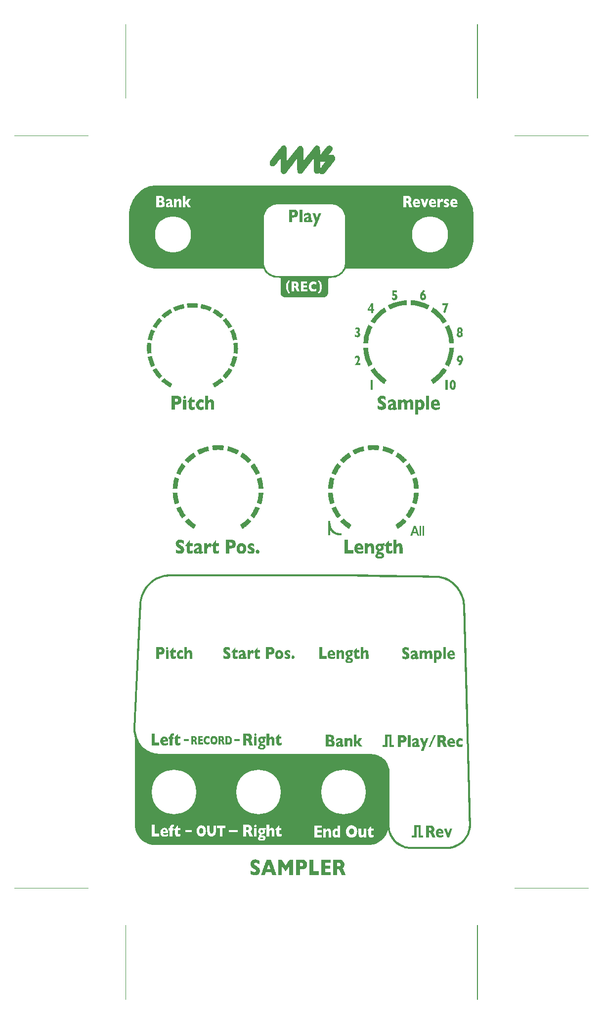
<source format=gbr>
G04 #@! TF.GenerationSoftware,KiCad,Pcbnew,8.0.5*
G04 #@! TF.CreationDate,2024-10-24T15:03:46-07:00*
G04 #@! TF.ProjectId,Sampler-built-FACEPLATE,53616d70-6c65-4722-9d62-75696c742d46,rev?*
G04 #@! TF.SameCoordinates,PXfff3cb00PY713fb30*
G04 #@! TF.FileFunction,Legend,Top*
G04 #@! TF.FilePolarity,Positive*
%FSLAX46Y46*%
G04 Gerber Fmt 4.6, Leading zero omitted, Abs format (unit mm)*
G04 Created by KiCad (PCBNEW 8.0.5) date 2024-10-24 15:03:46*
%MOMM*%
%LPD*%
G01*
G04 APERTURE LIST*
%ADD10C,0.000000*%
%ADD11C,7.874000*%
%ADD12C,7.620000*%
%ADD13O,7.366000X4.191000*%
%ADD14C,8.255000*%
%ADD15C,6.172200*%
G04 APERTURE END LIST*
D10*
G04 #@! TO.C,G\u002A\u002A\u002A*
G36*
X-6179940Y129145798D02*
G01*
X-6179940Y129094973D01*
X-12539470Y129094973D01*
X-18898999Y129094973D01*
X-18898999Y129145798D01*
X-18898999Y129196624D01*
X-12539470Y129196624D01*
X-6179940Y129196624D01*
X-6179940Y129145798D01*
G37*
G36*
X-6179940Y341496D02*
G01*
X-6179940Y290671D01*
X-12539470Y290671D01*
X-18898999Y290671D01*
X-18898999Y341496D01*
X-18898999Y392322D01*
X-12539470Y392322D01*
X-6179940Y392322D01*
X-6179940Y341496D01*
G37*
G36*
X211356Y141858505D02*
G01*
X211356Y135498975D01*
X160530Y135498975D01*
X109705Y135498975D01*
X109705Y141858505D01*
X109705Y148218034D01*
X160530Y148218034D01*
X211356Y148218034D01*
X211356Y141858505D01*
G37*
G36*
X211356Y-12358504D02*
G01*
X211356Y-18718034D01*
X160530Y-18718034D01*
X109705Y-18718034D01*
X109705Y-12358504D01*
X109705Y-5998974D01*
X160530Y-5998974D01*
X211356Y-5998974D01*
X211356Y-12358504D01*
G37*
G36*
X7504802Y40347449D02*
G01*
X7504802Y39604128D01*
X7282441Y39604128D01*
X7060080Y39604128D01*
X7060080Y40347449D01*
X7060080Y41090771D01*
X7282441Y41090771D01*
X7504802Y41090771D01*
X7504802Y40347449D01*
G37*
G36*
X10528914Y83110681D02*
G01*
X10528914Y82233942D01*
X10268434Y82233942D01*
X10007954Y82233942D01*
X10007954Y83110681D01*
X10007954Y83987419D01*
X10268434Y83987419D01*
X10528914Y83987419D01*
X10528914Y83110681D01*
G37*
G36*
X11024462Y25690671D02*
G01*
X11024462Y25512782D01*
X10560680Y25512782D01*
X10096898Y25512782D01*
X10096898Y25690671D01*
X10096898Y25868560D01*
X10560680Y25868560D01*
X11024462Y25868560D01*
X11024462Y25690671D01*
G37*
G36*
X19690195Y25690671D02*
G01*
X19690195Y25512782D01*
X19226413Y25512782D01*
X18762631Y25512782D01*
X18762631Y25690671D01*
X18762631Y25868560D01*
X19226413Y25868560D01*
X19690195Y25868560D01*
X19690195Y25690671D01*
G37*
G36*
X22599950Y25544548D02*
G01*
X22599950Y24801226D01*
X22377589Y24801226D01*
X22155228Y24801226D01*
X22155228Y25544548D01*
X22155228Y26287869D01*
X22377589Y26287869D01*
X22599950Y26287869D01*
X22599950Y25544548D01*
G37*
G36*
X30414357Y115416584D02*
G01*
X30414357Y114342897D01*
X30179290Y114342897D01*
X29944222Y114342897D01*
X29944222Y115416584D01*
X29944222Y116490271D01*
X30179290Y116490271D01*
X30414357Y116490271D01*
X30414357Y115416584D01*
G37*
G36*
X42485393Y86509630D02*
G01*
X42485393Y85677364D01*
X42301151Y85677364D01*
X42116908Y85677364D01*
X42116908Y86509630D01*
X42116908Y87341896D01*
X42301151Y87341896D01*
X42485393Y87341896D01*
X42485393Y86509630D01*
G37*
G36*
X48965633Y25550901D02*
G01*
X48965633Y24534393D01*
X48743272Y24534393D01*
X48520910Y24534393D01*
X48520910Y25550901D01*
X48520910Y26567409D01*
X48743272Y26567409D01*
X48965633Y26567409D01*
X48965633Y25550901D01*
G37*
G36*
X50795348Y61509880D02*
G01*
X50795348Y60671261D01*
X50668284Y60671261D01*
X50541221Y60671261D01*
X50541221Y61509880D01*
X50541221Y62348500D01*
X50668284Y62348500D01*
X50795348Y62348500D01*
X50795348Y61509880D01*
G37*
G36*
X51252776Y61509880D02*
G01*
X51252776Y60671261D01*
X51125713Y60671261D01*
X50998649Y60671261D01*
X50998649Y61509880D01*
X50998649Y62348500D01*
X51125713Y62348500D01*
X51252776Y62348500D01*
X51252776Y61509880D01*
G37*
G36*
X52154927Y83428340D02*
G01*
X52154927Y82233942D01*
X51894447Y82233942D01*
X51633967Y82233942D01*
X51633967Y83428340D01*
X51633967Y84622737D01*
X51894447Y84622737D01*
X52154927Y84622737D01*
X52154927Y83428340D01*
G37*
G36*
X55013857Y40582517D02*
G01*
X55013857Y39566008D01*
X54791496Y39566008D01*
X54569135Y39566008D01*
X54569135Y40582517D01*
X54569135Y41599025D01*
X54791496Y41599025D01*
X55013857Y41599025D01*
X55013857Y40582517D01*
G37*
G36*
X55306103Y86509630D02*
G01*
X55306103Y85677364D01*
X55121861Y85677364D01*
X54937619Y85677364D01*
X54937619Y86509630D01*
X54937619Y87341896D01*
X55121861Y87341896D01*
X55306103Y87341896D01*
X55306103Y86509630D01*
G37*
G36*
X60477589Y141858505D02*
G01*
X60477589Y135498975D01*
X60426763Y135498975D01*
X60375938Y135498975D01*
X60375938Y141858505D01*
X60375938Y148218034D01*
X60426763Y148218034D01*
X60477589Y148218034D01*
X60477589Y141858505D01*
G37*
G36*
X60477589Y-12358504D02*
G01*
X60477589Y-18718034D01*
X60426763Y-18718034D01*
X60375938Y-18718034D01*
X60375938Y-12358504D01*
X60375938Y-5998974D01*
X60426763Y-5998974D01*
X60477589Y-5998974D01*
X60477589Y-12358504D01*
G37*
G36*
X79498999Y129145798D02*
G01*
X79498999Y129094973D01*
X73139470Y129094973D01*
X66779940Y129094973D01*
X66779940Y129145798D01*
X66779940Y129196624D01*
X73139470Y129196624D01*
X79498999Y129196624D01*
X79498999Y129145798D01*
G37*
G36*
X79498999Y341496D02*
G01*
X79498999Y290671D01*
X73139470Y290671D01*
X66779940Y290671D01*
X66779940Y341496D01*
X66779940Y392322D01*
X73139470Y392322D01*
X79498999Y392322D01*
X79498999Y341496D01*
G37*
G36*
X5166833Y26071861D02*
G01*
X5166833Y25296774D01*
X5548024Y25296774D01*
X5929215Y25296774D01*
X5929215Y25049000D01*
X5929215Y24801226D01*
X5287544Y24801226D01*
X4645873Y24801226D01*
X4645873Y25824088D01*
X4645873Y26846949D01*
X4906353Y26846949D01*
X5166833Y26846949D01*
X5166833Y26071861D01*
G37*
G36*
X32282191Y4235993D02*
G01*
X32282191Y3238545D01*
X32784092Y3238545D01*
X33285993Y3238545D01*
X33285993Y2920886D01*
X33285993Y2603227D01*
X32453727Y2603227D01*
X31621461Y2603227D01*
X31621461Y3918335D01*
X31621461Y5233442D01*
X31951826Y5233442D01*
X32282191Y5233442D01*
X32282191Y4235993D01*
G37*
G36*
X33806953Y40862057D02*
G01*
X33806953Y40086969D01*
X34194497Y40086969D01*
X34582041Y40086969D01*
X34582041Y39845548D01*
X34582041Y39604128D01*
X33940370Y39604128D01*
X33298699Y39604128D01*
X33298699Y40620636D01*
X33298699Y41637144D01*
X33552826Y41637144D01*
X33806953Y41637144D01*
X33806953Y40862057D01*
G37*
G36*
X38241471Y59089320D02*
G01*
X38241471Y58180816D01*
X38698899Y58180816D01*
X39156328Y58180816D01*
X39156328Y57894923D01*
X39156328Y57609030D01*
X38400300Y57609030D01*
X37644272Y57609030D01*
X37644272Y58803427D01*
X37644272Y59997824D01*
X37942871Y59997824D01*
X38241471Y59997824D01*
X38241471Y59089320D01*
G37*
G36*
X7730706Y117423302D02*
G01*
X7727164Y117248759D01*
X7665421Y117206233D01*
X7606495Y117174042D01*
X7555974Y117164942D01*
X7514332Y117177432D01*
X7485656Y117206384D01*
X7464140Y117250935D01*
X7454199Y117301420D01*
X7453977Y117309608D01*
X7461043Y117367221D01*
X7483836Y117418454D01*
X7524750Y117466205D01*
X7586177Y117513375D01*
X7656873Y117555489D01*
X7734248Y117597845D01*
X7730706Y117423302D01*
G37*
G36*
X29142914Y103844500D02*
G01*
X29231194Y103833577D01*
X29297807Y103811224D01*
X29344445Y103776016D01*
X29372801Y103726527D01*
X29384570Y103661332D01*
X29385123Y103640563D01*
X29379627Y103573565D01*
X29361394Y103522940D01*
X29327881Y103486586D01*
X29276547Y103462398D01*
X29204848Y103448272D01*
X29146968Y103443535D01*
X29029365Y103437383D01*
X29029365Y103644179D01*
X29029365Y103850974D01*
X29142914Y103844500D01*
G37*
G36*
X6820199Y10378097D02*
G01*
X6878152Y10359824D01*
X6930480Y10322971D01*
X6973788Y10267007D01*
X7002588Y10198718D01*
X7013879Y10153942D01*
X7020861Y10113241D01*
X7021961Y10097669D01*
X7021961Y10061856D01*
X6778903Y10061856D01*
X6535846Y10061856D01*
X6544518Y10127232D01*
X6564911Y10209310D01*
X6600052Y10275988D01*
X6646548Y10326736D01*
X6701001Y10361023D01*
X6760017Y10378320D01*
X6820199Y10378097D01*
G37*
G36*
X21047669Y10818177D02*
G01*
X21132683Y10799417D01*
X21197167Y10767095D01*
X21242101Y10720346D01*
X21268463Y10658305D01*
X21277235Y10580108D01*
X21274902Y10529740D01*
X21263526Y10465065D01*
X21240819Y10415449D01*
X21204103Y10379066D01*
X21150700Y10354090D01*
X21077933Y10338695D01*
X20983540Y10331073D01*
X20846473Y10325426D01*
X20846473Y10574832D01*
X20846473Y10824238D01*
X20941145Y10824238D01*
X21047669Y10818177D01*
G37*
G36*
X48341561Y118457105D02*
G01*
X48424779Y118450170D01*
X48487381Y118437193D01*
X48533836Y118416191D01*
X48568614Y118385178D01*
X48594897Y118344662D01*
X48611585Y118307484D01*
X48619380Y118271815D01*
X48620143Y118226639D01*
X48618858Y118202855D01*
X48610533Y118138553D01*
X48593008Y118089806D01*
X48563252Y118054418D01*
X48518235Y118030188D01*
X48454925Y118014920D01*
X48370291Y118006415D01*
X48346198Y118005123D01*
X48215958Y117998996D01*
X48215958Y118231074D01*
X48215958Y118463153D01*
X48341561Y118457105D01*
G37*
G36*
X6022115Y118508085D02*
G01*
X6109493Y118500895D01*
X6176190Y118487144D01*
X6226430Y118465339D01*
X6264434Y118433982D01*
X6277819Y118417528D01*
X6291972Y118392883D01*
X6300077Y118362286D01*
X6303572Y118318316D01*
X6304052Y118281866D01*
X6302661Y118226130D01*
X6297532Y118188281D01*
X6287229Y118160899D01*
X6277819Y118146205D01*
X6243709Y118110371D01*
X6199146Y118084718D01*
X6139906Y118067752D01*
X6061767Y118057977D01*
X6022115Y118055648D01*
X5891096Y118049821D01*
X5891096Y118281866D01*
X5891096Y118513912D01*
X6022115Y118508085D01*
G37*
G36*
X6053102Y117733405D02*
G01*
X6144820Y117728180D01*
X6215339Y117717934D01*
X6268642Y117701042D01*
X6308716Y117675876D01*
X6339544Y117640810D01*
X6358054Y117608914D01*
X6382533Y117536364D01*
X6386006Y117462611D01*
X6369799Y117392762D01*
X6335238Y117331922D01*
X6283647Y117285198D01*
X6272286Y117278478D01*
X6245163Y117265063D01*
X6217485Y117255748D01*
X6183400Y117249559D01*
X6137059Y117245525D01*
X6072611Y117242672D01*
X6053102Y117242033D01*
X5891096Y117236941D01*
X5891096Y117487719D01*
X5891096Y117738498D01*
X6053102Y117733405D01*
G37*
G36*
X50085510Y118017152D02*
G01*
X50138561Y117976287D01*
X50178295Y117916143D01*
X50202773Y117838384D01*
X50206974Y117810862D01*
X50214395Y117748200D01*
X49990264Y117748200D01*
X49909917Y117748312D01*
X49851495Y117748921D01*
X49811507Y117750434D01*
X49786466Y117753257D01*
X49772883Y117757797D01*
X49767268Y117764461D01*
X49766135Y117773656D01*
X49766133Y117774339D01*
X49775666Y117841409D01*
X49801657Y117906391D01*
X49840192Y117963665D01*
X49887358Y118007611D01*
X49939243Y118032608D01*
X49947199Y118034378D01*
X50021077Y118037071D01*
X50085510Y118017152D01*
G37*
G36*
X52842789Y118017152D02*
G01*
X52895840Y117976287D01*
X52935573Y117916143D01*
X52960052Y117838384D01*
X52964252Y117810862D01*
X52971674Y117748200D01*
X52747543Y117748200D01*
X52667196Y117748312D01*
X52608773Y117748921D01*
X52568786Y117750434D01*
X52543744Y117753257D01*
X52530161Y117757797D01*
X52524547Y117764461D01*
X52523413Y117773656D01*
X52523412Y117774339D01*
X52532945Y117841409D01*
X52558936Y117906391D01*
X52597471Y117963665D01*
X52644637Y118007611D01*
X52696521Y118032608D01*
X52704477Y118034378D01*
X52778356Y118037071D01*
X52842789Y118017152D01*
G37*
G36*
X56502218Y118017152D02*
G01*
X56555270Y117976287D01*
X56595003Y117916143D01*
X56619482Y117838384D01*
X56623682Y117810862D01*
X56631104Y117748200D01*
X56406972Y117748200D01*
X56326626Y117748312D01*
X56268203Y117748921D01*
X56228215Y117750434D01*
X56203174Y117753257D01*
X56189591Y117757797D01*
X56183977Y117764461D01*
X56182843Y117773656D01*
X56182841Y117774339D01*
X56192375Y117841409D01*
X56218365Y117906391D01*
X56256900Y117963665D01*
X56304067Y118007611D01*
X56355951Y118032608D01*
X56363907Y118034378D01*
X56437785Y118037071D01*
X56502218Y118017152D01*
G37*
G36*
X10347859Y84639765D02*
G01*
X10400324Y84603769D01*
X10443865Y84550299D01*
X10475060Y84480669D01*
X10484731Y84441424D01*
X10487618Y84372139D01*
X10472150Y84306695D01*
X10441640Y84248102D01*
X10399400Y84199370D01*
X10348745Y84163512D01*
X10292988Y84143536D01*
X10235443Y84142455D01*
X10179422Y84163279D01*
X10178948Y84163566D01*
X10118718Y84214078D01*
X10076903Y84277996D01*
X10054215Y84350499D01*
X10051362Y84426765D01*
X10069056Y84501970D01*
X10108005Y84571294D01*
X10117243Y84582675D01*
X10171164Y84629741D01*
X10229855Y84654067D01*
X10289895Y84656969D01*
X10347859Y84639765D01*
G37*
G36*
X13387844Y26262457D02*
G01*
X13387844Y26109980D01*
X13152776Y26109980D01*
X12917709Y26109980D01*
X12917709Y25989270D01*
X12917709Y25868560D01*
X13140070Y25868560D01*
X13362431Y25868560D01*
X13362431Y25716084D01*
X13362431Y25563607D01*
X13140070Y25563607D01*
X12917709Y25563607D01*
X12917709Y25417484D01*
X12917709Y25271361D01*
X13159130Y25271361D01*
X13400550Y25271361D01*
X13400550Y25125238D01*
X13400550Y24979115D01*
X12993947Y24979115D01*
X12587344Y24979115D01*
X12587344Y25697024D01*
X12587344Y26414933D01*
X12987594Y26414933D01*
X13387844Y26414933D01*
X13387844Y26262457D01*
G37*
G36*
X28885796Y40201684D02*
G01*
X28951216Y40165780D01*
X28964204Y40155301D01*
X29023587Y40089757D01*
X29060941Y40012759D01*
X29076942Y39928513D01*
X29075544Y39839781D01*
X29054557Y39760963D01*
X29016164Y39689959D01*
X28967740Y39635971D01*
X28908083Y39598872D01*
X28842727Y39580433D01*
X28777204Y39582424D01*
X28730765Y39598656D01*
X28659906Y39649129D01*
X28606948Y39716558D01*
X28573511Y39798384D01*
X28562478Y39864234D01*
X28565062Y39960394D01*
X28589555Y40044166D01*
X28636568Y40117030D01*
X28687270Y40165646D01*
X28750412Y40201744D01*
X28817724Y40213714D01*
X28885796Y40201684D01*
G37*
G36*
X35280890Y4966609D02*
G01*
X35280890Y4699775D01*
X34798049Y4699775D01*
X34315208Y4699775D01*
X34315208Y4464708D01*
X34315208Y4229640D01*
X34772636Y4229640D01*
X35230065Y4229640D01*
X35230065Y3962807D01*
X35230065Y3695973D01*
X34772636Y3695973D01*
X34315208Y3695973D01*
X34315208Y3416434D01*
X34315208Y3136894D01*
X34810755Y3136894D01*
X35306303Y3136894D01*
X35306303Y2870061D01*
X35306303Y2603227D01*
X34480390Y2603227D01*
X33654477Y2603227D01*
X33654477Y3918335D01*
X33654477Y5233442D01*
X34467684Y5233442D01*
X35280890Y5233442D01*
X35280890Y4966609D01*
G37*
G36*
X45700100Y25760556D02*
G01*
X45700100Y24877464D01*
X45909755Y24877464D01*
X46119410Y24877464D01*
X46119410Y24699575D01*
X46119410Y24521686D01*
X45731866Y24521686D01*
X45344322Y24521686D01*
X45344322Y25404778D01*
X45344322Y26287869D01*
X45166433Y26287869D01*
X44988544Y26287869D01*
X44988544Y25404778D01*
X44988544Y24521686D01*
X44588294Y24521686D01*
X44188044Y24521686D01*
X44188044Y24699575D01*
X44188044Y24877464D01*
X44410405Y24877464D01*
X44632766Y24877464D01*
X44632766Y25760556D01*
X44632766Y26643647D01*
X45166433Y26643647D01*
X45700100Y26643647D01*
X45700100Y25760556D01*
G37*
G36*
X50693697Y10284218D02*
G01*
X50693697Y9401126D01*
X50903352Y9401126D01*
X51113007Y9401126D01*
X51113007Y9223237D01*
X51113007Y9045348D01*
X50725463Y9045348D01*
X50337919Y9045348D01*
X50337919Y9928440D01*
X50337919Y10811531D01*
X50160030Y10811531D01*
X49982141Y10811531D01*
X49982141Y9928440D01*
X49982141Y9045348D01*
X49581891Y9045348D01*
X49181641Y9045348D01*
X49181641Y9223237D01*
X49181641Y9401126D01*
X49404002Y9401126D01*
X49626363Y9401126D01*
X49626363Y10284218D01*
X49626363Y11167309D01*
X50160030Y11167309D01*
X50693697Y11167309D01*
X50693697Y10284218D01*
G37*
G36*
X23504595Y10349828D02*
G01*
X23506785Y10349304D01*
X23560416Y10323580D01*
X23606728Y10278252D01*
X23642075Y10218858D01*
X23662808Y10150942D01*
X23666726Y10106329D01*
X23656758Y10030431D01*
X23629128Y9965288D01*
X23587249Y9913464D01*
X23534530Y9877522D01*
X23474383Y9860024D01*
X23410221Y9863534D01*
X23365103Y9879686D01*
X23314318Y9918282D01*
X23276320Y9975337D01*
X23253565Y10046095D01*
X23247974Y10106774D01*
X23256151Y10157985D01*
X23277551Y10215568D01*
X23307477Y10269786D01*
X23341235Y10310904D01*
X23349923Y10318145D01*
X23396194Y10340800D01*
X23452428Y10352289D01*
X23504595Y10349828D01*
G37*
G36*
X36329963Y10179469D02*
G01*
X36372081Y10162004D01*
X36399050Y10148448D01*
X36481641Y10105567D01*
X36485053Y9818206D01*
X36488464Y9530844D01*
X36446934Y9495826D01*
X36378212Y9451004D01*
X36307161Y9429013D01*
X36237058Y9430440D01*
X36183945Y9448795D01*
X36124535Y9493111D01*
X36079433Y9557526D01*
X36049100Y9640828D01*
X36034000Y9741806D01*
X36033588Y9842612D01*
X36038267Y9905920D01*
X36046081Y9953750D01*
X36059346Y9996023D01*
X36080187Y10042278D01*
X36119787Y10108813D01*
X36163645Y10153051D01*
X36215613Y10178107D01*
X36257726Y10185792D01*
X36294956Y10186576D01*
X36329963Y10179469D01*
G37*
G36*
X7320882Y41655158D02*
G01*
X7376317Y41627352D01*
X7424731Y41577791D01*
X7443825Y41549669D01*
X7454595Y41522331D01*
X7459332Y41486841D01*
X7460330Y41438940D01*
X7458644Y41384735D01*
X7452485Y41347845D01*
X7440206Y41320327D01*
X7433749Y41310887D01*
X7384109Y41259860D01*
X7327697Y41228767D01*
X7268926Y41219267D01*
X7218909Y41230026D01*
X7184485Y41252991D01*
X7148693Y41289829D01*
X7120109Y41331027D01*
X7111714Y41348902D01*
X7100337Y41402776D01*
X7099883Y41465557D01*
X7110063Y41523436D01*
X7115694Y41539078D01*
X7149892Y41593422D01*
X7197428Y41634692D01*
X7251418Y41657183D01*
X7259896Y41658618D01*
X7320882Y41655158D01*
G37*
G36*
X22416030Y26852257D02*
G01*
X22471464Y26824450D01*
X22519878Y26774890D01*
X22538973Y26746768D01*
X22549743Y26719430D01*
X22554480Y26683940D01*
X22555478Y26636038D01*
X22553791Y26581834D01*
X22547633Y26544943D01*
X22535353Y26517425D01*
X22528897Y26507986D01*
X22479257Y26456959D01*
X22422845Y26425865D01*
X22364073Y26416365D01*
X22314057Y26427125D01*
X22279633Y26450089D01*
X22243840Y26486927D01*
X22215257Y26528126D01*
X22206861Y26546000D01*
X22195485Y26599875D01*
X22195031Y26662655D01*
X22205211Y26720535D01*
X22210841Y26736176D01*
X22245040Y26790520D01*
X22292576Y26831791D01*
X22346565Y26854282D01*
X22355044Y26855717D01*
X22416030Y26852257D01*
G37*
G36*
X23589102Y9058631D02*
G01*
X23660114Y9040201D01*
X23669612Y9036581D01*
X23717484Y9006121D01*
X23746231Y8964095D01*
X23755960Y8915548D01*
X23746779Y8865522D01*
X23718796Y8819063D01*
X23672118Y8781214D01*
X23664071Y8776876D01*
X23620216Y8761880D01*
X23560050Y8750781D01*
X23492478Y8744314D01*
X23426405Y8743217D01*
X23370736Y8748225D01*
X23355978Y8751393D01*
X23288282Y8776062D01*
X23242879Y8809903D01*
X23217569Y8855307D01*
X23210137Y8910010D01*
X23212660Y8951767D01*
X23223789Y8980277D01*
X23248114Y9007360D01*
X23293346Y9035275D01*
X23356388Y9054798D01*
X23430912Y9065491D01*
X23510592Y9066915D01*
X23589102Y9058631D01*
G37*
G36*
X22869797Y58295313D02*
G01*
X22942076Y58248009D01*
X22948356Y58242590D01*
X23003615Y58181507D01*
X23040074Y58110372D01*
X23059299Y58025225D01*
X23063351Y57952102D01*
X23061665Y57888910D01*
X23055358Y57841482D01*
X23042830Y57800351D01*
X23034368Y57780566D01*
X22986412Y57700144D01*
X22926989Y57640169D01*
X22858607Y57601664D01*
X22783773Y57585652D01*
X22704995Y57593156D01*
X22637258Y57618560D01*
X22563981Y57669595D01*
X22506750Y57738940D01*
X22468265Y57823277D01*
X22466859Y57827905D01*
X22449366Y57924543D01*
X22453312Y58018699D01*
X22477274Y58106546D01*
X22519826Y58184258D01*
X22579545Y58248007D01*
X22637258Y58285643D01*
X22717247Y58314150D01*
X22794807Y58317367D01*
X22869797Y58295313D01*
G37*
G36*
X53130382Y26590171D02*
G01*
X53136518Y26590038D01*
X53295646Y26586469D01*
X52837838Y25547724D01*
X52380029Y24508980D01*
X52217301Y24508980D01*
X52054573Y24508980D01*
X52072013Y24550276D01*
X52084567Y24579489D01*
X52105802Y24628290D01*
X52134820Y24694646D01*
X52170724Y24776526D01*
X52212618Y24871896D01*
X52259602Y24978724D01*
X52310780Y25094977D01*
X52365255Y25218623D01*
X52422129Y25347629D01*
X52480505Y25479963D01*
X52539485Y25613592D01*
X52598173Y25746484D01*
X52655670Y25876605D01*
X52711079Y26001924D01*
X52763503Y26120409D01*
X52812045Y26230025D01*
X52855806Y26328742D01*
X52893891Y26414526D01*
X52925401Y26485344D01*
X52949439Y26539165D01*
X52965108Y26573956D01*
X52971509Y26587684D01*
X52971595Y26587812D01*
X52985790Y26589744D01*
X53020346Y26590827D01*
X53070223Y26590992D01*
X53130382Y26590171D01*
G37*
G36*
X13174929Y10625031D02*
G01*
X13218882Y10618503D01*
X13255420Y10605652D01*
X13268945Y10598918D01*
X13340840Y10546633D01*
X13398380Y10474562D01*
X13440587Y10384530D01*
X13466480Y10278361D01*
X13473064Y10218937D01*
X13472862Y10099280D01*
X13455389Y9990547D01*
X13421667Y9895178D01*
X13372716Y9815617D01*
X13309554Y9754304D01*
X13268337Y9728839D01*
X13221486Y9712340D01*
X13161618Y9701218D01*
X13098998Y9696478D01*
X13043893Y9699123D01*
X13019277Y9704483D01*
X12936651Y9744349D01*
X12868253Y9804061D01*
X12815005Y9881816D01*
X12777831Y9975811D01*
X12757653Y10084240D01*
X12755392Y10205301D01*
X12756250Y10218937D01*
X12773497Y10332593D01*
X12807553Y10431036D01*
X12857440Y10512443D01*
X12922178Y10574990D01*
X12960370Y10598918D01*
X12996422Y10614538D01*
X13036569Y10623235D01*
X13089717Y10626620D01*
X13114657Y10626849D01*
X13174929Y10625031D01*
G37*
G36*
X38927076Y10588564D02*
G01*
X39005258Y10575088D01*
X39048324Y10559866D01*
X39135194Y10506802D01*
X39204330Y10435539D01*
X39255736Y10346075D01*
X39289411Y10238407D01*
X39304598Y10125388D01*
X39303502Y10000717D01*
X39283809Y9887169D01*
X39246525Y9786847D01*
X39192659Y9701854D01*
X39123216Y9634294D01*
X39048324Y9590174D01*
X38986845Y9570899D01*
X38913213Y9559646D01*
X38837583Y9557065D01*
X38770110Y9563808D01*
X38743372Y9570624D01*
X38673229Y9598390D01*
X38618607Y9632050D01*
X38569613Y9677798D01*
X38566245Y9681495D01*
X38507414Y9763027D01*
X38465643Y9855668D01*
X38440418Y9955749D01*
X38431221Y10059597D01*
X38437537Y10163542D01*
X38458849Y10263911D01*
X38494640Y10357033D01*
X38544394Y10439238D01*
X38607595Y10506853D01*
X38683727Y10556208D01*
X38689661Y10558945D01*
X38759780Y10580468D01*
X38842084Y10590349D01*
X38927076Y10588564D01*
G37*
G36*
X21952359Y41100510D02*
G01*
X22034985Y41065091D01*
X22072435Y41042442D01*
X22100428Y41023249D01*
X22111603Y41013161D01*
X22110320Y40997810D01*
X22102360Y40961957D01*
X22088705Y40909330D01*
X22070340Y40843657D01*
X22048246Y40768668D01*
X22039686Y40740490D01*
X21960032Y40480339D01*
X21921037Y40517299D01*
X21855202Y40566748D01*
X21789531Y40591347D01*
X21725365Y40591630D01*
X21664042Y40568134D01*
X21606903Y40521393D01*
X21555288Y40451943D01*
X21510536Y40360319D01*
X21507279Y40352014D01*
X21469085Y40252971D01*
X21469085Y39928549D01*
X21469085Y39604128D01*
X21253077Y39604128D01*
X21037069Y39604128D01*
X21037069Y40347449D01*
X21037069Y41090771D01*
X21253077Y41090771D01*
X21469085Y41090771D01*
X21469085Y40917528D01*
X21469085Y40744285D01*
X21515845Y40838113D01*
X21560918Y40914431D01*
X21615147Y40983849D01*
X21674044Y41041825D01*
X21733123Y41083819D01*
X21777511Y41102861D01*
X21864262Y41113971D01*
X21952359Y41100510D01*
G37*
G36*
X50021050Y70700379D02*
G01*
X50027470Y70685304D01*
X50039178Y70649922D01*
X50054875Y70598467D01*
X50073258Y70535176D01*
X50088558Y70480566D01*
X50167411Y70170910D01*
X50232557Y69861744D01*
X50284965Y69547193D01*
X50325604Y69221382D01*
X50355444Y68878435D01*
X50357333Y68850976D01*
X50365703Y68727089D01*
X49959648Y68727089D01*
X49553593Y68727089D01*
X49544844Y68863682D01*
X49516987Y69179877D01*
X49474175Y69500736D01*
X49417757Y69818027D01*
X49349085Y70123518D01*
X49319735Y70235986D01*
X49302222Y70302523D01*
X49288127Y70360217D01*
X49278419Y70404744D01*
X49274067Y70431785D01*
X49274462Y70437853D01*
X49289806Y70445756D01*
X49325118Y70460275D01*
X49376856Y70480165D01*
X49441480Y70504181D01*
X49515448Y70531077D01*
X49595220Y70559609D01*
X49677255Y70588531D01*
X49758012Y70616598D01*
X49833951Y70642566D01*
X49901530Y70665188D01*
X49957208Y70683221D01*
X49997445Y70695419D01*
X50018700Y70700536D01*
X50021050Y70700379D01*
G37*
G36*
X55628384Y96633639D02*
G01*
X55802780Y96257769D01*
X55956586Y95868092D01*
X56089354Y95466293D01*
X56200637Y95054057D01*
X56289989Y94633071D01*
X56356964Y94205017D01*
X56401115Y93771582D01*
X56406269Y93698250D01*
X56414829Y93568009D01*
X56008461Y93568009D01*
X55602092Y93568009D01*
X55593439Y93704603D01*
X55556661Y94091912D01*
X55495528Y94481896D01*
X55410624Y94872346D01*
X55302532Y95261054D01*
X55171836Y95645810D01*
X55019120Y96024408D01*
X54926138Y96228816D01*
X54898712Y96287547D01*
X54876112Y96337549D01*
X54860172Y96374640D01*
X54852723Y96394636D01*
X54852510Y96396891D01*
X54864341Y96404253D01*
X54894888Y96422331D01*
X54940821Y96449202D01*
X54998808Y96482944D01*
X55065520Y96521633D01*
X55137625Y96563346D01*
X55211794Y96606161D01*
X55284694Y96648154D01*
X55352996Y96687403D01*
X55413369Y96721984D01*
X55462483Y96749974D01*
X55497006Y96769451D01*
X55512379Y96777871D01*
X55547120Y96795867D01*
X55628384Y96633639D01*
G37*
G36*
X39718459Y26012978D02*
G01*
X39721761Y25420428D01*
X39934620Y25739791D01*
X40147479Y26059155D01*
X40417461Y26058960D01*
X40496192Y26058490D01*
X40564641Y26057282D01*
X40619360Y26055465D01*
X40656896Y26053168D01*
X40673800Y26050518D01*
X40674075Y26049431D01*
X40663796Y26037069D01*
X40640881Y26006367D01*
X40607160Y25959876D01*
X40564462Y25900150D01*
X40514616Y25829741D01*
X40459453Y25751203D01*
X40425603Y25702731D01*
X40190499Y25365367D01*
X40403882Y25061060D01*
X40462079Y24978052D01*
X40518908Y24896973D01*
X40571761Y24821545D01*
X40618029Y24755494D01*
X40655102Y24702542D01*
X40680371Y24666415D01*
X40681616Y24664633D01*
X40745968Y24572512D01*
X40467716Y24572512D01*
X40189464Y24572512D01*
X39955613Y24923779D01*
X39721761Y25275045D01*
X39718383Y24923779D01*
X39715006Y24572512D01*
X39492846Y24572512D01*
X39270685Y24572512D01*
X39270685Y25589020D01*
X39270685Y26605528D01*
X39492921Y26605528D01*
X39715156Y26605528D01*
X39718459Y26012978D01*
G37*
G36*
X8378711Y26860133D02*
G01*
X8470485Y26844653D01*
X8470485Y26647475D01*
X8470485Y26450297D01*
X8438711Y26458272D01*
X8363524Y26472460D01*
X8300310Y26475007D01*
X8255298Y26466098D01*
X8219330Y26438817D01*
X8190150Y26393234D01*
X8171149Y26336234D01*
X8165533Y26283858D01*
X8165533Y26224338D01*
X8273537Y26224338D01*
X8381541Y26224338D01*
X8381541Y26040096D01*
X8381541Y25855853D01*
X8273537Y25855853D01*
X8165533Y25855853D01*
X8165533Y25328540D01*
X8165533Y24801226D01*
X7936818Y24801226D01*
X7708104Y24801226D01*
X7708104Y25328540D01*
X7708104Y25855853D01*
X7606453Y25855853D01*
X7504802Y25855853D01*
X7504802Y26040096D01*
X7504802Y26224338D01*
X7604629Y26224338D01*
X7704455Y26224338D01*
X7712880Y26314992D01*
X7732337Y26445202D01*
X7765180Y26555599D01*
X7812405Y26648556D01*
X7875007Y26726448D01*
X7892461Y26743192D01*
X7978788Y26805144D01*
X8079149Y26847029D01*
X8191324Y26868312D01*
X8313090Y26868459D01*
X8378711Y26860133D01*
G37*
G36*
X49140345Y100970484D02*
G01*
X49564342Y100933012D01*
X49988837Y100870697D01*
X50412019Y100784002D01*
X50832080Y100673393D01*
X51247210Y100539332D01*
X51655600Y100382285D01*
X51965075Y100245638D01*
X52034320Y100212850D01*
X52097109Y100182310D01*
X52149158Y100156164D01*
X52186185Y100136559D01*
X52203000Y100126379D01*
X52230529Y100105428D01*
X52030722Y99759230D01*
X51981567Y99674413D01*
X51936402Y99597156D01*
X51896796Y99530088D01*
X51864316Y99475838D01*
X51840530Y99437035D01*
X51827006Y99416307D01*
X51824562Y99413544D01*
X51810478Y99419295D01*
X51782284Y99433224D01*
X51767384Y99441003D01*
X51708503Y99470607D01*
X51631237Y99507046D01*
X51540897Y99547975D01*
X51442797Y99591051D01*
X51342248Y99633930D01*
X51244562Y99674269D01*
X51182891Y99698891D01*
X50887643Y99806305D01*
X50580584Y99901916D01*
X50266893Y99984559D01*
X49951748Y100053069D01*
X49640329Y100106278D01*
X49337814Y100143023D01*
X49144324Y100157757D01*
X48991046Y100166420D01*
X48991046Y100572844D01*
X48991046Y100979268D01*
X49140345Y100970484D01*
G37*
G36*
X9034180Y67999650D02*
G01*
X9037197Y67973748D01*
X9041986Y67927538D01*
X9048052Y67866024D01*
X9054900Y67794208D01*
X9060890Y67729640D01*
X9092920Y67454952D01*
X9139050Y67169724D01*
X9197502Y66883255D01*
X9266494Y66604846D01*
X9296749Y66497462D01*
X9314256Y66436928D01*
X9328621Y66386029D01*
X9338601Y66349262D01*
X9342954Y66331122D01*
X9342998Y66329996D01*
X9330576Y66324935D01*
X9297769Y66312555D01*
X9248107Y66294136D01*
X9185117Y66270962D01*
X9112329Y66244315D01*
X9033270Y66215476D01*
X8951469Y66185729D01*
X8870455Y66156354D01*
X8793755Y66128635D01*
X8724899Y66103853D01*
X8667415Y66083290D01*
X8624830Y66068230D01*
X8600674Y66059953D01*
X8596550Y66058755D01*
X8590173Y66070209D01*
X8578349Y66101546D01*
X8562659Y66148230D01*
X8544689Y66205724D01*
X8541214Y66217273D01*
X8441653Y66586070D01*
X8360244Y66966573D01*
X8296608Y67360927D01*
X8250365Y67771280D01*
X8236502Y67942472D01*
X8229389Y68040946D01*
X8628901Y68040946D01*
X9028413Y68040946D01*
X9034180Y67999650D01*
G37*
G36*
X37718048Y63451730D02*
G01*
X37949362Y63234337D01*
X38186306Y63029441D01*
X38424551Y62840593D01*
X38659768Y62671341D01*
X38714782Y62634366D01*
X38760665Y62602872D01*
X38797336Y62575625D01*
X38820347Y62556060D01*
X38825963Y62548529D01*
X38819786Y62533113D01*
X38802528Y62499624D01*
X38776096Y62451310D01*
X38742397Y62391417D01*
X38703339Y62323194D01*
X38660830Y62249887D01*
X38616777Y62174744D01*
X38573088Y62101013D01*
X38531670Y62031940D01*
X38494431Y61970773D01*
X38463278Y61920759D01*
X38440120Y61885147D01*
X38426862Y61867182D01*
X38424834Y61865658D01*
X38410056Y61872511D01*
X38378262Y61891450D01*
X38333297Y61920051D01*
X38279008Y61955887D01*
X38240350Y61982042D01*
X37897213Y62229492D01*
X37572189Y62490521D01*
X37517454Y62537387D01*
X37449849Y62597019D01*
X37374412Y62665555D01*
X37294990Y62739317D01*
X37215432Y62814629D01*
X37139586Y62887814D01*
X37071298Y62955197D01*
X37014418Y63013100D01*
X36973092Y63057510D01*
X36894456Y63146207D01*
X37200193Y63402879D01*
X37505930Y63659551D01*
X37718048Y63451730D01*
G37*
G36*
X55064605Y100480222D02*
G01*
X55168492Y100480020D01*
X55251594Y100479550D01*
X55316225Y100478705D01*
X55364697Y100477376D01*
X55399326Y100475454D01*
X55422425Y100472831D01*
X55436306Y100469399D01*
X55443286Y100465050D01*
X55445676Y100459675D01*
X55445873Y100456460D01*
X55441809Y100441481D01*
X55430173Y100404932D01*
X55411798Y100349225D01*
X55387518Y100276770D01*
X55358167Y100189981D01*
X55324577Y100091268D01*
X55287582Y99983044D01*
X55248016Y99867721D01*
X55206711Y99747709D01*
X55164502Y99625423D01*
X55122222Y99503272D01*
X55080705Y99383669D01*
X55040783Y99269026D01*
X55003290Y99161754D01*
X54969060Y99064266D01*
X54938926Y98978974D01*
X54913722Y98908288D01*
X54894281Y98854621D01*
X54881436Y98820385D01*
X54876378Y98808448D01*
X54862901Y98805357D01*
X54830775Y98812027D01*
X54778512Y98828865D01*
X54714256Y98852577D01*
X54560779Y98911278D01*
X54765395Y99508353D01*
X54970011Y100105428D01*
X54699688Y100108853D01*
X54429365Y100112277D01*
X54429365Y100296271D01*
X54429365Y100480266D01*
X54937619Y100480266D01*
X55064605Y100480222D01*
G37*
G36*
X6806721Y87664366D02*
G01*
X6833225Y87643201D01*
X6869298Y87612544D01*
X6889836Y87594514D01*
X7085839Y87428420D01*
X7299409Y87261460D01*
X7523420Y87098761D01*
X7750740Y86945447D01*
X7974243Y86806643D01*
X8035293Y86771006D01*
X8083407Y86742257D01*
X8121995Y86717144D01*
X8146475Y86698779D01*
X8152826Y86691160D01*
X8147199Y86677340D01*
X8131545Y86644616D01*
X8107706Y86596552D01*
X8077524Y86536715D01*
X8042841Y86468670D01*
X8005500Y86395983D01*
X7967341Y86322220D01*
X7930209Y86250946D01*
X7895943Y86185728D01*
X7866387Y86130130D01*
X7843382Y86087719D01*
X7828770Y86062060D01*
X7824818Y86056208D01*
X7811610Y86059520D01*
X7780255Y86074041D01*
X7734386Y86097888D01*
X7677637Y86129177D01*
X7619160Y86162790D01*
X7332891Y86338221D01*
X7059795Y86522247D01*
X6793410Y86719503D01*
X6527276Y86934627D01*
X6439595Y87009304D01*
X6270185Y87155325D01*
X6528423Y87413793D01*
X6594807Y87479977D01*
X6655407Y87539897D01*
X6707902Y87591297D01*
X6749969Y87631923D01*
X6779289Y87659519D01*
X6793540Y87671829D01*
X6794422Y87672262D01*
X6806721Y87664366D01*
G37*
G36*
X35642047Y68012357D02*
G01*
X35645329Y67987690D01*
X35649360Y67944749D01*
X35653514Y67890635D01*
X35655748Y67856704D01*
X35670718Y67681784D01*
X35694631Y67489555D01*
X35726386Y67286048D01*
X35764880Y67077296D01*
X35809012Y66869334D01*
X35857680Y66668193D01*
X35902773Y66503726D01*
X35920551Y66442030D01*
X35935188Y66389857D01*
X35945472Y66351639D01*
X35950191Y66331810D01*
X35950303Y66330035D01*
X35937879Y66324897D01*
X35905067Y66312449D01*
X35855399Y66293973D01*
X35792404Y66270752D01*
X35719609Y66244069D01*
X35640546Y66215207D01*
X35558742Y66185448D01*
X35477729Y66156075D01*
X35401034Y66128372D01*
X35332187Y66103620D01*
X35274717Y66083104D01*
X35232154Y66068104D01*
X35208027Y66059905D01*
X35203940Y66058755D01*
X35197384Y66070225D01*
X35185567Y66101572D01*
X35170082Y66148205D01*
X35152524Y66205531D01*
X35149915Y66214408D01*
X35082441Y66457283D01*
X35024436Y66693297D01*
X34974962Y66927786D01*
X34933080Y67166085D01*
X34897851Y67413532D01*
X34868338Y67675464D01*
X34843759Y67955178D01*
X34837124Y68040946D01*
X35236654Y68040946D01*
X35636184Y68040946D01*
X35642047Y68012357D01*
G37*
G36*
X41703010Y92757979D02*
G01*
X41742314Y92361696D01*
X41799539Y91980591D01*
X41875663Y91610900D01*
X41971663Y91248862D01*
X42088517Y90890714D01*
X42227202Y90532693D01*
X42358302Y90235708D01*
X42388275Y90170402D01*
X42413633Y90113523D01*
X42432745Y90068860D01*
X42443986Y90040201D01*
X42446154Y90031269D01*
X42431127Y90021657D01*
X42397773Y90001814D01*
X42349381Y89973607D01*
X42289238Y89938902D01*
X42220631Y89899567D01*
X42146848Y89857469D01*
X42071177Y89814474D01*
X41996904Y89772449D01*
X41927317Y89733261D01*
X41865704Y89698777D01*
X41815352Y89670863D01*
X41779549Y89651386D01*
X41761581Y89642214D01*
X41760207Y89641746D01*
X41750539Y89652484D01*
X41732279Y89681868D01*
X41707875Y89725657D01*
X41679776Y89779609D01*
X41674028Y89791046D01*
X41517158Y90128454D01*
X41375148Y90481713D01*
X41249127Y90846703D01*
X41140221Y91219302D01*
X41049556Y91595388D01*
X40978259Y91970839D01*
X40927457Y92341534D01*
X40903832Y92608680D01*
X40899384Y92671280D01*
X40894446Y92734538D01*
X40889936Y92786793D01*
X40889049Y92796099D01*
X40881897Y92869160D01*
X41288245Y92869160D01*
X41694593Y92869160D01*
X41703010Y92757979D01*
G37*
G36*
X5436794Y89373153D02*
G01*
X5655946Y89019638D01*
X5897239Y88676396D01*
X6158438Y88346517D01*
X6286657Y88197856D01*
X6330664Y88147488D01*
X6367920Y88103486D01*
X6395456Y88069463D01*
X6410304Y88049034D01*
X6412056Y88045197D01*
X6402979Y88032497D01*
X6376463Y88003464D01*
X6333583Y87959173D01*
X6275412Y87900702D01*
X6203024Y87829126D01*
X6117492Y87745522D01*
X6019890Y87650966D01*
X5991412Y87623509D01*
X5894779Y87530433D01*
X5785642Y87648996D01*
X5637454Y87816278D01*
X5484990Y88000142D01*
X5333697Y88193689D01*
X5189020Y88390022D01*
X5100174Y88517234D01*
X5066376Y88567903D01*
X5027112Y88628586D01*
X4984520Y88695777D01*
X4940741Y88765969D01*
X4897913Y88835655D01*
X4858178Y88901328D01*
X4823674Y88959481D01*
X4796541Y89006607D01*
X4778919Y89039200D01*
X4772936Y89053555D01*
X4783860Y89061644D01*
X4814732Y89079449D01*
X4862701Y89105457D01*
X4924919Y89138154D01*
X4998537Y89176027D01*
X5080703Y89217564D01*
X5099850Y89227146D01*
X5199501Y89276580D01*
X5278676Y89315004D01*
X5339370Y89343283D01*
X5383576Y89362281D01*
X5413287Y89372861D01*
X5430497Y89375888D01*
X5436794Y89373153D01*
G37*
G36*
X8600735Y70702033D02*
G01*
X8628046Y70692847D01*
X8673164Y70676956D01*
X8732491Y70655683D01*
X8802435Y70630351D01*
X8879398Y70602285D01*
X8959785Y70572809D01*
X9040002Y70543245D01*
X9116452Y70514918D01*
X9185541Y70489151D01*
X9243673Y70467268D01*
X9287253Y70450593D01*
X9312684Y70440450D01*
X9317735Y70438052D01*
X9317110Y70423880D01*
X9310418Y70390053D01*
X9298733Y70341304D01*
X9283129Y70282369D01*
X9279233Y70268350D01*
X9199240Y69948170D01*
X9133861Y69611963D01*
X9084012Y69265105D01*
X9052271Y68936017D01*
X9036879Y68727089D01*
X8632972Y68727089D01*
X8229065Y68727089D01*
X8229235Y68768385D01*
X8230506Y68801143D01*
X8233859Y68854129D01*
X8238865Y68922281D01*
X8245097Y69000539D01*
X8252124Y69083842D01*
X8259519Y69167128D01*
X8266853Y69245338D01*
X8273696Y69313409D01*
X8279621Y69366281D01*
X8280442Y69372882D01*
X8323363Y69664675D01*
X8378490Y69962555D01*
X8443586Y70255261D01*
X8496236Y70459632D01*
X8519561Y70544384D01*
X8537468Y70607599D01*
X8551238Y70652256D01*
X8562156Y70681329D01*
X8571505Y70697797D01*
X8580568Y70704636D01*
X8590628Y70704823D01*
X8600735Y70702033D01*
G37*
G36*
X47982664Y63415041D02*
G01*
X48056471Y63353154D01*
X48124163Y63295968D01*
X48183206Y63245657D01*
X48231068Y63204395D01*
X48265215Y63174356D01*
X48283114Y63157713D01*
X48284951Y63155637D01*
X48282675Y63137581D01*
X48262426Y63105200D01*
X48225982Y63060154D01*
X48175126Y63004102D01*
X48111637Y62938705D01*
X48037296Y62865623D01*
X47953884Y62786517D01*
X47863181Y62703047D01*
X47766969Y62616872D01*
X47667026Y62529654D01*
X47565135Y62443053D01*
X47463076Y62358728D01*
X47362628Y62278340D01*
X47265574Y62203549D01*
X47256628Y62196820D01*
X47188570Y62146476D01*
X47116584Y62094499D01*
X47043842Y62043049D01*
X46973515Y61994285D01*
X46908775Y61950366D01*
X46852794Y61913451D01*
X46808742Y61885698D01*
X46779791Y61869267D01*
X46770170Y61865658D01*
X46757469Y61875883D01*
X46737696Y61902430D01*
X46719329Y61932367D01*
X46702328Y61962139D01*
X46674884Y62009946D01*
X46639280Y62071824D01*
X46597797Y62143810D01*
X46552716Y62221940D01*
X46521928Y62275246D01*
X46362352Y62551416D01*
X46529950Y62665637D01*
X46783278Y62847581D01*
X47032190Y63045471D01*
X47280417Y63262395D01*
X47486812Y63457365D01*
X47692192Y63657725D01*
X47982664Y63415041D01*
G37*
G36*
X35191400Y70698194D02*
G01*
X35225009Y70688479D01*
X35275381Y70672476D01*
X35338972Y70651431D01*
X35412238Y70626587D01*
X35491637Y70599189D01*
X35573625Y70570480D01*
X35654657Y70541704D01*
X35731191Y70514106D01*
X35799683Y70488929D01*
X35856590Y70467417D01*
X35898368Y70450815D01*
X35921473Y70440367D01*
X35924578Y70438312D01*
X35924007Y70424141D01*
X35917535Y70390170D01*
X35906186Y70341048D01*
X35890982Y70281426D01*
X35885805Y70262122D01*
X35811355Y69959392D01*
X35748974Y69646818D01*
X35700026Y69332596D01*
X35665872Y69024920D01*
X35654399Y68870036D01*
X35645758Y68727089D01*
X35240963Y68727089D01*
X34836168Y68727089D01*
X34836199Y68755678D01*
X34838175Y68821783D01*
X34843660Y68908428D01*
X34852163Y69011060D01*
X34863192Y69125124D01*
X34876259Y69246064D01*
X34890871Y69369327D01*
X34906538Y69490356D01*
X34922770Y69604598D01*
X34938110Y69701760D01*
X34954950Y69796699D01*
X34974845Y69899743D01*
X34997061Y70007826D01*
X35020859Y70117884D01*
X35045505Y70226853D01*
X35070260Y70331667D01*
X35094389Y70429262D01*
X35117155Y70516574D01*
X35137823Y70590537D01*
X35155654Y70648087D01*
X35169913Y70686159D01*
X35178097Y70700379D01*
X35191400Y70698194D01*
G37*
G36*
X42548924Y99972011D02*
G01*
X42548924Y99463757D01*
X42631516Y99463757D01*
X42714107Y99463757D01*
X42714107Y99317634D01*
X42714107Y99171511D01*
X42631516Y99171511D01*
X42548924Y99171511D01*
X42548924Y98993622D01*
X42548924Y98815733D01*
X42371036Y98815733D01*
X42193147Y98815733D01*
X42193147Y98993622D01*
X42193147Y99171511D01*
X41919960Y99171511D01*
X41646773Y99171511D01*
X41646773Y99329366D01*
X41646773Y99479640D01*
X41870694Y99479640D01*
X41872158Y99472931D01*
X41887845Y99468295D01*
X41920751Y99465428D01*
X41973869Y99464028D01*
X42027214Y99463757D01*
X42193147Y99463757D01*
X42193147Y99726779D01*
X42192659Y99804500D01*
X42191295Y99871964D01*
X42189207Y99925656D01*
X42186543Y99962064D01*
X42183454Y99977675D01*
X42182423Y99977729D01*
X42173759Y99964896D01*
X42154053Y99934209D01*
X42125650Y99889415D01*
X42090894Y99834260D01*
X42052131Y99772492D01*
X42011706Y99707857D01*
X41971962Y99644102D01*
X41935246Y99584974D01*
X41903902Y99534220D01*
X41880275Y99495585D01*
X41870694Y99479640D01*
X41646773Y99479640D01*
X41646773Y99487222D01*
X41954688Y99983744D01*
X42262602Y100480266D01*
X42405763Y100480266D01*
X42548924Y100480266D01*
X42548924Y99972011D01*
G37*
G36*
X56411556Y92833581D02*
G01*
X56410129Y92790136D01*
X56406147Y92726507D01*
X56400060Y92647747D01*
X56392318Y92558905D01*
X56383369Y92465033D01*
X56373665Y92371182D01*
X56363653Y92282404D01*
X56359341Y92246851D01*
X56295837Y91826234D01*
X56210858Y91415399D01*
X56103651Y91011797D01*
X55973462Y90612878D01*
X55819538Y90216094D01*
X55641781Y89820265D01*
X55611599Y89759047D01*
X55584265Y89706890D01*
X55561965Y89667716D01*
X55546885Y89645450D01*
X55542353Y89641827D01*
X55528225Y89647980D01*
X55494975Y89665347D01*
X55445442Y89692358D01*
X55382464Y89727440D01*
X55308881Y89769021D01*
X55227532Y89815529D01*
X55199468Y89831689D01*
X55116194Y89879877D01*
X55039931Y89924301D01*
X54973500Y89963291D01*
X54919726Y89995180D01*
X54881432Y90018301D01*
X54861443Y90030986D01*
X54859361Y90032580D01*
X54860822Y90047390D01*
X54872406Y90081357D01*
X54892712Y90130988D01*
X54920338Y90192791D01*
X54942496Y90239792D01*
X55090541Y90573159D01*
X55222147Y90921656D01*
X55336193Y91280991D01*
X55431558Y91646875D01*
X55507122Y92015019D01*
X55561762Y92381132D01*
X55593854Y92732567D01*
X55602211Y92869160D01*
X56006883Y92869160D01*
X56411556Y92869160D01*
X56411556Y92833581D01*
G37*
G36*
X11110626Y63452237D02*
G01*
X11358113Y63219475D01*
X11604184Y63007553D01*
X11853491Y62812631D01*
X12085443Y62647909D01*
X12134964Y62613694D01*
X12176160Y62584049D01*
X12204766Y62562125D01*
X12216517Y62551073D01*
X12216538Y62551021D01*
X12211663Y62537109D01*
X12195567Y62504808D01*
X12170148Y62457378D01*
X12137301Y62398078D01*
X12098924Y62330166D01*
X12056913Y62256901D01*
X12013166Y62181543D01*
X11969580Y62107350D01*
X11928050Y62037581D01*
X11890475Y61975495D01*
X11858752Y61924352D01*
X11834776Y61887409D01*
X11820445Y61867926D01*
X11817649Y61865724D01*
X11802964Y61872528D01*
X11771262Y61891363D01*
X11726421Y61919794D01*
X11672315Y61955384D01*
X11636020Y61979840D01*
X11464634Y62100202D01*
X11288597Y62230921D01*
X11117165Y62364948D01*
X10960930Y62494092D01*
X10887926Y62557613D01*
X10807892Y62629299D01*
X10724295Y62705866D01*
X10640599Y62784028D01*
X10560268Y62860502D01*
X10486767Y62932004D01*
X10423562Y62995249D01*
X10374116Y63046953D01*
X10353623Y63069763D01*
X10287716Y63145842D01*
X10398785Y63239817D01*
X10445373Y63279176D01*
X10505802Y63330139D01*
X10574448Y63387971D01*
X10645690Y63447933D01*
X10704022Y63496985D01*
X10898190Y63660176D01*
X11110626Y63452237D01*
G37*
G36*
X18561542Y91426985D02*
G01*
X18597272Y91423382D01*
X18650282Y91416980D01*
X18716659Y91408342D01*
X18792487Y91398030D01*
X18873855Y91386608D01*
X18956848Y91374639D01*
X19037552Y91362686D01*
X19112053Y91351312D01*
X19176437Y91341079D01*
X19226791Y91332551D01*
X19259202Y91326291D01*
X19269597Y91323281D01*
X19269668Y91308992D01*
X19263873Y91272621D01*
X19252742Y91216680D01*
X19236809Y91143682D01*
X19216607Y91056139D01*
X19192668Y90956562D01*
X19186498Y90931441D01*
X19076156Y90529848D01*
X18946559Y90141124D01*
X18851829Y89895280D01*
X18817600Y89812390D01*
X18784410Y89734238D01*
X18753739Y89664101D01*
X18727064Y89605255D01*
X18705862Y89560978D01*
X18691610Y89534544D01*
X18686393Y89528399D01*
X18673849Y89533981D01*
X18641524Y89549580D01*
X18592324Y89573760D01*
X18529152Y89605084D01*
X18454915Y89642117D01*
X18372516Y89683421D01*
X18353660Y89692900D01*
X18027281Y89857041D01*
X18101203Y90025757D01*
X18242118Y90374789D01*
X18364658Y90737182D01*
X18469811Y91115875D01*
X18477621Y91147449D01*
X18495460Y91221314D01*
X18510968Y91287624D01*
X18523175Y91342052D01*
X18531108Y91380274D01*
X18533803Y91397650D01*
X18540775Y91420787D01*
X18547006Y91427225D01*
X18561542Y91426985D01*
G37*
G36*
X23743511Y67955178D02*
G01*
X23740650Y67863044D01*
X23732476Y67750343D01*
X23719566Y67621230D01*
X23702498Y67479859D01*
X23681850Y67330383D01*
X23658199Y67176958D01*
X23632123Y67023736D01*
X23604200Y66874873D01*
X23575007Y66734522D01*
X23571677Y66719485D01*
X23551740Y66633416D01*
X23529473Y66542983D01*
X23505825Y66451502D01*
X23481748Y66362287D01*
X23458191Y66278655D01*
X23436105Y66203921D01*
X23416439Y66141401D01*
X23400145Y66094410D01*
X23388173Y66066265D01*
X23382527Y66059519D01*
X23367528Y66063940D01*
X23331741Y66076083D01*
X23278218Y66094864D01*
X23210011Y66119200D01*
X23130169Y66148007D01*
X23041744Y66180201D01*
X23007987Y66192561D01*
X22917638Y66225799D01*
X22835232Y66256314D01*
X22763732Y66282994D01*
X22706101Y66304725D01*
X22665302Y66320394D01*
X22644299Y66328889D01*
X22642128Y66330000D01*
X22643553Y66343434D01*
X22651188Y66376340D01*
X22663811Y66423888D01*
X22680200Y66481249D01*
X22681611Y66486028D01*
X22743043Y66710633D01*
X22798640Y66947764D01*
X22847140Y67190513D01*
X22887284Y67431968D01*
X22917811Y67665219D01*
X22937461Y67883357D01*
X22938001Y67891646D01*
X22946764Y68028240D01*
X23345143Y68028240D01*
X23743522Y68028240D01*
X23743511Y67955178D01*
G37*
G36*
X16432028Y87663620D02*
G01*
X16458786Y87639205D01*
X16498731Y87601283D01*
X16549505Y87552121D01*
X16608752Y87493984D01*
X16674115Y87429140D01*
X16687095Y87416184D01*
X16943402Y87160106D01*
X16872661Y87095348D01*
X16702639Y86946825D01*
X16512971Y86793959D01*
X16308240Y86640062D01*
X16093034Y86488443D01*
X15871937Y86342414D01*
X15649536Y86205284D01*
X15596990Y86174366D01*
X15533290Y86137394D01*
X15477498Y86105304D01*
X15433176Y86080121D01*
X15403889Y86063872D01*
X15393265Y86058555D01*
X15386364Y86069378D01*
X15369321Y86099970D01*
X15343642Y86147513D01*
X15310833Y86209190D01*
X15272400Y86282184D01*
X15229850Y86363677D01*
X15219405Y86383778D01*
X15176432Y86466897D01*
X15137769Y86542345D01*
X15104842Y86607287D01*
X15079075Y86658888D01*
X15061893Y86694315D01*
X15054721Y86710733D01*
X15054646Y86711529D01*
X15066568Y86718390D01*
X15096455Y86735467D01*
X15140184Y86760408D01*
X15193633Y86790859D01*
X15211206Y86800865D01*
X15398629Y86912931D01*
X15594690Y87039992D01*
X15792331Y87177058D01*
X15984492Y87319140D01*
X16164115Y87461248D01*
X16262096Y87543726D01*
X16313933Y87587991D01*
X16359224Y87625669D01*
X16394433Y87653893D01*
X16416022Y87669800D01*
X16420812Y87672262D01*
X16432028Y87663620D01*
G37*
G36*
X18774095Y95862391D02*
G01*
X18890223Y95577783D01*
X18991270Y95300064D01*
X19080851Y95018913D01*
X19130152Y94845917D01*
X19147898Y94779184D01*
X19167110Y94703805D01*
X19186906Y94623602D01*
X19206402Y94542396D01*
X19224714Y94464008D01*
X19240959Y94392260D01*
X19254253Y94330972D01*
X19263714Y94283967D01*
X19268457Y94255064D01*
X19268476Y94247628D01*
X19255382Y94244751D01*
X19220465Y94238581D01*
X19167024Y94229661D01*
X19098358Y94218532D01*
X19017765Y94205735D01*
X18928546Y94191812D01*
X18927814Y94191698D01*
X18837153Y94177605D01*
X18753822Y94164530D01*
X18681405Y94153045D01*
X18623484Y94143722D01*
X18583640Y94137132D01*
X18565683Y94133900D01*
X18554838Y94133615D01*
X18545841Y94140757D01*
X18537243Y94159092D01*
X18527592Y94192384D01*
X18515439Y94244395D01*
X18505487Y94290134D01*
X18452812Y94512920D01*
X18389021Y94745016D01*
X18316422Y94979334D01*
X18237320Y95208781D01*
X18154022Y95426269D01*
X18077614Y95605387D01*
X18058655Y95648831D01*
X18044727Y95683485D01*
X18038480Y95702705D01*
X18038369Y95703814D01*
X18049294Y95712209D01*
X18080176Y95730311D01*
X18128173Y95756601D01*
X18190444Y95789558D01*
X18264149Y95827662D01*
X18346446Y95869392D01*
X18367254Y95879825D01*
X18696139Y96044361D01*
X18774095Y95862391D01*
G37*
G36*
X50350625Y67954042D02*
G01*
X50348952Y67901853D01*
X50344264Y67829577D01*
X50337057Y67742298D01*
X50327830Y67645098D01*
X50317078Y67543059D01*
X50305300Y67441264D01*
X50292992Y67344796D01*
X50286432Y67297624D01*
X50264188Y67157444D01*
X50235882Y67001539D01*
X50203261Y66838369D01*
X50168077Y66676393D01*
X50132078Y66524068D01*
X50103784Y66414533D01*
X50075581Y66310825D01*
X50053029Y66229150D01*
X50035313Y66166968D01*
X50021617Y66121735D01*
X50011127Y66090910D01*
X50003026Y66071949D01*
X49996499Y66062312D01*
X49990732Y66059455D01*
X49989900Y66059454D01*
X49974839Y66063870D01*
X49938999Y66076034D01*
X49885430Y66094861D01*
X49817181Y66119264D01*
X49737301Y66148159D01*
X49648840Y66180460D01*
X49614520Y66193066D01*
X49524188Y66226381D01*
X49441852Y66256901D01*
X49370458Y66283522D01*
X49312952Y66305141D01*
X49272279Y66320652D01*
X49251387Y66328952D01*
X49249240Y66329992D01*
X49250879Y66343083D01*
X49258665Y66374678D01*
X49271129Y66419038D01*
X49277672Y66440976D01*
X49331908Y66634131D01*
X49382848Y66843352D01*
X49429277Y67062055D01*
X49469981Y67283656D01*
X49503748Y67501572D01*
X49529364Y67709219D01*
X49545087Y67891646D01*
X49553868Y68028240D01*
X49952247Y68028240D01*
X50350625Y68028240D01*
X50350625Y67954042D01*
G37*
G36*
X14679228Y59388454D02*
G01*
X14721657Y59374122D01*
X14768413Y59352533D01*
X14814022Y59327044D01*
X14853007Y59301012D01*
X14879893Y59277794D01*
X14889205Y59260746D01*
X14889044Y59259817D01*
X14884181Y59243017D01*
X14872941Y59205519D01*
X14856416Y59150915D01*
X14835693Y59082798D01*
X14811864Y59004762D01*
X14794957Y58949550D01*
X14705372Y58657304D01*
X14659890Y58700554D01*
X14592309Y58751313D01*
X14519983Y58781544D01*
X14447291Y58790033D01*
X14382943Y58777258D01*
X14323644Y58741847D01*
X14267245Y58681517D01*
X14214008Y58596624D01*
X14164189Y58487523D01*
X14154983Y58463692D01*
X14146446Y58440195D01*
X14139692Y58418014D01*
X14134513Y58393917D01*
X14130699Y58364672D01*
X14128043Y58327045D01*
X14126335Y58277804D01*
X14125367Y58213715D01*
X14124930Y58131546D01*
X14124815Y58028064D01*
X14124812Y57996284D01*
X14124812Y57609030D01*
X13864332Y57609030D01*
X13603852Y57609030D01*
X13603852Y58485768D01*
X13603852Y59362507D01*
X13864332Y59362507D01*
X14124812Y59362507D01*
X14124812Y59162740D01*
X14124812Y58962974D01*
X14167587Y59051560D01*
X14207950Y59124860D01*
X14256871Y59197961D01*
X14308672Y59263106D01*
X14357676Y59312534D01*
X14359919Y59314427D01*
X14440483Y59366019D01*
X14528962Y59394162D01*
X14622113Y59398102D01*
X14679228Y59388454D01*
G37*
G36*
X15420120Y99508027D02*
G01*
X15455790Y99489748D01*
X15506433Y99461604D01*
X15568834Y99425513D01*
X15639777Y99383390D01*
X15716046Y99337152D01*
X15794425Y99288716D01*
X15871698Y99239998D01*
X15944649Y99192915D01*
X15967234Y99178058D01*
X16231068Y98995260D01*
X16493079Y98797745D01*
X16744035Y98592623D01*
X16869905Y98482807D01*
X16950952Y98410361D01*
X16692381Y98158795D01*
X16625157Y98093764D01*
X16563450Y98034781D01*
X16509700Y97984120D01*
X16466347Y97944058D01*
X16435832Y97916872D01*
X16420595Y97904836D01*
X16419707Y97904462D01*
X16404644Y97911342D01*
X16376379Y97932086D01*
X16339943Y97962855D01*
X16323012Y97978217D01*
X16207173Y98080509D01*
X16072862Y98190428D01*
X15924560Y98304696D01*
X15766746Y98420032D01*
X15603903Y98533157D01*
X15440511Y98640792D01*
X15290040Y98734264D01*
X15222581Y98775604D01*
X15163506Y98813308D01*
X15115979Y98845234D01*
X15083163Y98869234D01*
X15068223Y98883167D01*
X15067679Y98884994D01*
X15075722Y98904914D01*
X15093534Y98942358D01*
X15119256Y98993832D01*
X15151029Y99055841D01*
X15186993Y99124891D01*
X15225290Y99197489D01*
X15264060Y99270139D01*
X15301444Y99339349D01*
X15335583Y99401623D01*
X15364617Y99453469D01*
X15386689Y99491391D01*
X15399938Y99511895D01*
X15402640Y99514526D01*
X15420120Y99508027D01*
G37*
G36*
X17407496Y97949155D02*
G01*
X17470179Y97880302D01*
X17543641Y97796250D01*
X17623537Y97702222D01*
X17705521Y97603441D01*
X17785246Y97505129D01*
X17858367Y97412509D01*
X17907591Y97348150D01*
X17958196Y97279256D01*
X18013642Y97201147D01*
X18072158Y97116562D01*
X18131974Y97028240D01*
X18191322Y96938922D01*
X18248430Y96851346D01*
X18301530Y96768252D01*
X18348851Y96692380D01*
X18388625Y96626470D01*
X18419082Y96573260D01*
X18438451Y96535491D01*
X18444972Y96516246D01*
X18434159Y96508166D01*
X18404047Y96490635D01*
X18358131Y96465444D01*
X18299904Y96434380D01*
X18232862Y96399233D01*
X18160497Y96361791D01*
X18086305Y96323845D01*
X18013778Y96287182D01*
X17946411Y96253592D01*
X17887698Y96224864D01*
X17841133Y96202787D01*
X17810209Y96189149D01*
X17799050Y96185518D01*
X17788289Y96195808D01*
X17767921Y96223742D01*
X17740975Y96264919D01*
X17713759Y96309405D01*
X17512193Y96626762D01*
X17287286Y96940135D01*
X17041079Y97246770D01*
X16893481Y97415828D01*
X16857062Y97456961D01*
X16828043Y97490956D01*
X16810014Y97513531D01*
X16805853Y97520296D01*
X16814489Y97530737D01*
X16838892Y97556773D01*
X16876803Y97596083D01*
X16925964Y97646347D01*
X16984118Y97705246D01*
X17049006Y97770460D01*
X17063157Y97784621D01*
X17320460Y98041906D01*
X17407496Y97949155D01*
G37*
G36*
X23413664Y70700379D02*
G01*
X23424464Y70679265D01*
X23439438Y70636300D01*
X23457846Y70574565D01*
X23478952Y70497143D01*
X23502016Y70407116D01*
X23526299Y70307566D01*
X23551064Y70201575D01*
X23575572Y70092226D01*
X23599085Y69982600D01*
X23620863Y69875780D01*
X23640169Y69774847D01*
X23653555Y69699125D01*
X23667009Y69613462D01*
X23681016Y69513668D01*
X23695102Y69404158D01*
X23708794Y69289346D01*
X23721620Y69173643D01*
X23733107Y69061465D01*
X23742782Y68957224D01*
X23750173Y68865334D01*
X23754806Y68790208D01*
X23756228Y68740591D01*
X23745312Y68736347D01*
X23712139Y68732929D01*
X23656073Y68730315D01*
X23576480Y68728485D01*
X23472724Y68727417D01*
X23351262Y68727089D01*
X22946295Y68727089D01*
X22937657Y68857329D01*
X22903987Y69223676D01*
X22852090Y69588730D01*
X22783055Y69945921D01*
X22705465Y70261479D01*
X22689260Y70323274D01*
X22676704Y70376040D01*
X22668812Y70415099D01*
X22666601Y70435773D01*
X22667176Y70437670D01*
X22682521Y70445580D01*
X22717825Y70460109D01*
X22769550Y70480011D01*
X22834157Y70504040D01*
X22908105Y70530952D01*
X22987856Y70559500D01*
X23069871Y70588440D01*
X23150610Y70616525D01*
X23226534Y70642510D01*
X23294104Y70665149D01*
X23349781Y70683197D01*
X23390025Y70695409D01*
X23411298Y70700538D01*
X23413664Y70700379D01*
G37*
G36*
X17803133Y89382059D02*
G01*
X17837671Y89366574D01*
X17887099Y89342964D01*
X17947923Y89313025D01*
X18016651Y89278554D01*
X18089788Y89241348D01*
X18163840Y89203205D01*
X18235314Y89165921D01*
X18300716Y89131295D01*
X18356552Y89101123D01*
X18399328Y89077202D01*
X18425551Y89061330D01*
X18432266Y89055683D01*
X18425313Y89034813D01*
X18405637Y88995848D01*
X18375012Y88941567D01*
X18335213Y88874745D01*
X18288012Y88798161D01*
X18235185Y88714592D01*
X18178506Y88626816D01*
X18119748Y88537609D01*
X18060685Y88449749D01*
X18003093Y88366013D01*
X17948744Y88289179D01*
X17901642Y88224988D01*
X17848658Y88155839D01*
X17789322Y88080781D01*
X17725762Y88002285D01*
X17660108Y87922824D01*
X17594489Y87844869D01*
X17531034Y87770891D01*
X17471872Y87703363D01*
X17419132Y87644756D01*
X17374944Y87597542D01*
X17341436Y87564192D01*
X17320737Y87547178D01*
X17316323Y87545500D01*
X17305334Y87554075D01*
X17278525Y87578153D01*
X17238277Y87615500D01*
X17186972Y87663883D01*
X17126990Y87721069D01*
X17060713Y87784826D01*
X17047844Y87797267D01*
X16787934Y88048734D01*
X16918805Y88194040D01*
X17181228Y88503740D01*
X17423663Y88827643D01*
X17644546Y89163607D01*
X17727073Y89301851D01*
X17751765Y89342337D01*
X17772484Y89372525D01*
X17785488Y89387055D01*
X17786980Y89387619D01*
X17803133Y89382059D01*
G37*
G36*
X10668684Y41260293D02*
G01*
X10668684Y40883441D01*
X10748356Y40959945D01*
X10836348Y41032729D01*
X10925598Y41081764D01*
X11020083Y41108570D01*
X11123777Y41114665D01*
X11149762Y41113267D01*
X11251770Y41094498D01*
X11341603Y41054833D01*
X11416958Y40995839D01*
X11475527Y40919083D01*
X11496499Y40877554D01*
X11510740Y40842097D01*
X11522617Y40805238D01*
X11532339Y40764368D01*
X11540115Y40716876D01*
X11546155Y40660154D01*
X11550668Y40591591D01*
X11553865Y40508577D01*
X11555954Y40408504D01*
X11557146Y40288760D01*
X11557649Y40146738D01*
X11557686Y40115558D01*
X11558129Y39604128D01*
X11342699Y39604128D01*
X11127270Y39604128D01*
X11123515Y40077439D01*
X11122487Y40200000D01*
X11121438Y40299868D01*
X11120207Y40379766D01*
X11118635Y40442414D01*
X11116562Y40490533D01*
X11113830Y40526842D01*
X11110278Y40554065D01*
X11105747Y40574920D01*
X11100077Y40592128D01*
X11093109Y40608412D01*
X11092284Y40610204D01*
X11055376Y40665500D01*
X11006347Y40698844D01*
X10948447Y40709580D01*
X10882854Y40698176D01*
X10819961Y40663475D01*
X10758762Y40604743D01*
X10705367Y40532380D01*
X10668684Y40475891D01*
X10668684Y40040009D01*
X10668684Y39604128D01*
X10452676Y39604128D01*
X10236668Y39604128D01*
X10236668Y40620636D01*
X10236668Y41637144D01*
X10452676Y41637144D01*
X10668684Y41637144D01*
X10668684Y41260293D01*
G37*
G36*
X14295144Y75981503D02*
G01*
X14298687Y75968134D01*
X14305863Y75933498D01*
X14316010Y75881275D01*
X14328468Y75815147D01*
X14342577Y75738797D01*
X14357676Y75655907D01*
X14373106Y75570157D01*
X14388205Y75485230D01*
X14402315Y75404809D01*
X14414773Y75332573D01*
X14424921Y75272206D01*
X14432098Y75227390D01*
X14435642Y75201805D01*
X14435794Y75197249D01*
X14423156Y75192913D01*
X14390204Y75183404D01*
X14341224Y75169913D01*
X14280506Y75153630D01*
X14243913Y75143981D01*
X13868397Y75035054D01*
X13506830Y74908367D01*
X13153010Y74761644D01*
X12966462Y74674957D01*
X12908330Y74647107D01*
X12858923Y74623745D01*
X12822465Y74606843D01*
X12803183Y74598378D01*
X12801280Y74597772D01*
X12794077Y74608423D01*
X12775984Y74638249D01*
X12748705Y74684354D01*
X12713943Y74743840D01*
X12673400Y74813809D01*
X12631816Y74886071D01*
X12585194Y74967335D01*
X12540830Y75044646D01*
X12500889Y75114234D01*
X12467537Y75172324D01*
X12442940Y75215144D01*
X12431067Y75235790D01*
X12395501Y75297557D01*
X12605816Y75398771D01*
X12961830Y75559707D01*
X13321936Y75702189D01*
X13680103Y75823867D01*
X13756328Y75847100D01*
X13835578Y75870168D01*
X13918602Y75893311D01*
X14001697Y75915606D01*
X14081162Y75936130D01*
X14153297Y75953960D01*
X14214399Y75968172D01*
X14260767Y75977844D01*
X14288700Y75982051D01*
X14295144Y75981503D01*
G37*
G36*
X17571411Y26411013D02*
G01*
X17659103Y26408252D01*
X17741434Y26404674D01*
X17813932Y26400551D01*
X17872126Y26396154D01*
X17911546Y26391754D01*
X17922555Y26389703D01*
X18029913Y26350524D01*
X18124765Y26289790D01*
X18206118Y26208603D01*
X18272979Y26108062D01*
X18324355Y25989269D01*
X18344188Y25922353D01*
X18357729Y25848360D01*
X18366035Y25758271D01*
X18369017Y25660722D01*
X18366586Y25564345D01*
X18358653Y25477778D01*
X18349287Y25425525D01*
X18314756Y25317835D01*
X18265301Y25218860D01*
X18203890Y25132847D01*
X18133492Y25064043D01*
X18066665Y25021202D01*
X17993897Y24985468D01*
X17634942Y24981566D01*
X17275988Y24977664D01*
X17275988Y25280959D01*
X17606353Y25280959D01*
X17719639Y25286375D01*
X17778335Y25290247D01*
X17820073Y25296569D01*
X17853306Y25307440D01*
X17886486Y25324957D01*
X17894351Y25329746D01*
X17946987Y25371292D01*
X17985238Y25424039D01*
X18011757Y25492688D01*
X18026597Y25564065D01*
X18035701Y25672237D01*
X18030051Y25776845D01*
X18010656Y25873211D01*
X17978528Y25956660D01*
X17934676Y26022514D01*
X17925425Y26032329D01*
X17874228Y26072145D01*
X17812920Y26097001D01*
X17736320Y26108609D01*
X17690647Y26109980D01*
X17606353Y26109980D01*
X17606353Y25695470D01*
X17606353Y25280959D01*
X17275988Y25280959D01*
X17275988Y25695470D01*
X17275988Y25698098D01*
X17275988Y26418533D01*
X17571411Y26411013D01*
G37*
G36*
X24747324Y26457391D02*
G01*
X24747324Y26080540D01*
X24826995Y26157044D01*
X24914987Y26229827D01*
X25004238Y26278862D01*
X25098722Y26305668D01*
X25202416Y26311763D01*
X25228401Y26310365D01*
X25330409Y26291597D01*
X25420243Y26251932D01*
X25495597Y26192938D01*
X25554167Y26116182D01*
X25575138Y26074653D01*
X25589379Y26039196D01*
X25601256Y26002337D01*
X25610978Y25961467D01*
X25618754Y25913975D01*
X25624794Y25857252D01*
X25629308Y25788689D01*
X25632504Y25705676D01*
X25634594Y25605602D01*
X25635785Y25485859D01*
X25636289Y25343836D01*
X25636325Y25312657D01*
X25636768Y24801226D01*
X25421339Y24801226D01*
X25205909Y24801226D01*
X25202154Y25274538D01*
X25201127Y25397098D01*
X25200077Y25496967D01*
X25198846Y25576865D01*
X25197274Y25639513D01*
X25195202Y25687631D01*
X25192469Y25723941D01*
X25188917Y25751163D01*
X25184386Y25772018D01*
X25178716Y25789227D01*
X25171749Y25805510D01*
X25170923Y25807302D01*
X25134015Y25862598D01*
X25084986Y25895943D01*
X25027086Y25906679D01*
X24961494Y25895275D01*
X24898601Y25860574D01*
X24837401Y25801841D01*
X24784006Y25729479D01*
X24747324Y25672989D01*
X24747324Y25237108D01*
X24747324Y24801226D01*
X24531316Y24801226D01*
X24315308Y24801226D01*
X24315308Y25817734D01*
X24315308Y26834243D01*
X24531316Y26834243D01*
X24747324Y26834243D01*
X24747324Y26457391D01*
G37*
G36*
X38413810Y74937574D02*
G01*
X38421298Y74925621D01*
X38439504Y74894959D01*
X38466499Y74848922D01*
X38500356Y74790845D01*
X38539147Y74724061D01*
X38580946Y74651906D01*
X38623824Y74577714D01*
X38665855Y74504819D01*
X38705110Y74436556D01*
X38739662Y74376259D01*
X38767584Y74327262D01*
X38786948Y74292900D01*
X38794991Y74278169D01*
X38801973Y74262820D01*
X38802276Y74250079D01*
X38792713Y74236295D01*
X38770094Y74217817D01*
X38731229Y74190994D01*
X38701585Y74171236D01*
X38459488Y73999998D01*
X38213613Y73805835D01*
X37966117Y73590532D01*
X37731738Y73368317D01*
X37482486Y73122378D01*
X37175835Y73379340D01*
X37100627Y73442728D01*
X37032104Y73501183D01*
X36972605Y73552656D01*
X36924468Y73595096D01*
X36890033Y73626452D01*
X36871637Y73644673D01*
X36869185Y73648236D01*
X36878005Y73661257D01*
X36902779Y73689221D01*
X36940975Y73729632D01*
X36990064Y73779993D01*
X37047514Y73837807D01*
X37110794Y73900579D01*
X37177373Y73965811D01*
X37244721Y74031007D01*
X37310307Y74093671D01*
X37371601Y74151306D01*
X37426070Y74201415D01*
X37466383Y74237334D01*
X37669054Y74407958D01*
X37881005Y74575316D01*
X38092167Y74731531D01*
X38152526Y74774118D01*
X38234009Y74830651D01*
X38297117Y74873698D01*
X38344078Y74904655D01*
X38377119Y74924914D01*
X38398467Y74935868D01*
X38410351Y74938911D01*
X38413810Y74937574D01*
G37*
G36*
X40871686Y41260293D02*
G01*
X40871686Y40883441D01*
X40951357Y40959945D01*
X41039350Y41032729D01*
X41128600Y41081764D01*
X41223084Y41108570D01*
X41326779Y41114665D01*
X41352763Y41113267D01*
X41454771Y41094498D01*
X41544605Y41054833D01*
X41619959Y40995839D01*
X41678529Y40919083D01*
X41699500Y40877554D01*
X41713742Y40842097D01*
X41725618Y40805238D01*
X41735340Y40764368D01*
X41743116Y40716876D01*
X41749156Y40660154D01*
X41753670Y40591591D01*
X41756867Y40508577D01*
X41758956Y40408504D01*
X41760148Y40288760D01*
X41760651Y40146738D01*
X41760687Y40115558D01*
X41761131Y39604128D01*
X41545701Y39604128D01*
X41330271Y39604128D01*
X41326516Y40077439D01*
X41325489Y40200000D01*
X41324439Y40299868D01*
X41323208Y40379766D01*
X41321636Y40442414D01*
X41319564Y40490533D01*
X41316831Y40526842D01*
X41313279Y40554065D01*
X41308748Y40574920D01*
X41303078Y40592128D01*
X41296111Y40608412D01*
X41295286Y40610204D01*
X41258378Y40665500D01*
X41209348Y40698844D01*
X41151448Y40709580D01*
X41085856Y40698176D01*
X41022963Y40663475D01*
X40961763Y40604743D01*
X40908368Y40532380D01*
X40871686Y40475891D01*
X40871686Y40040009D01*
X40871686Y39604128D01*
X40655678Y39604128D01*
X40439670Y39604128D01*
X40439670Y40620636D01*
X40439670Y41637144D01*
X40655678Y41637144D01*
X40871686Y41637144D01*
X40871686Y41260293D01*
G37*
G36*
X55299651Y10163805D02*
G01*
X55330773Y10071151D01*
X55359650Y9987209D01*
X55385269Y9914769D01*
X55406614Y9856620D01*
X55422674Y9815550D01*
X55432434Y9794348D01*
X55434730Y9792145D01*
X55440728Y9805519D01*
X55454205Y9839474D01*
X55473932Y9890718D01*
X55498679Y9955958D01*
X55527217Y10031902D01*
X55558316Y10115255D01*
X55590746Y10202727D01*
X55623278Y10291025D01*
X55654683Y10376855D01*
X55683730Y10456925D01*
X55702707Y10509755D01*
X55715192Y10544698D01*
X55928103Y10544698D01*
X56141013Y10544698D01*
X55860151Y9801550D01*
X55579290Y9058403D01*
X55416969Y9058229D01*
X55350138Y9058361D01*
X55304334Y9059405D01*
X55275172Y9062082D01*
X55258267Y9067112D01*
X55249234Y9075213D01*
X55243862Y9086644D01*
X55226331Y9133369D01*
X55202497Y9197294D01*
X55173273Y9275940D01*
X55139573Y9366826D01*
X55102312Y9467471D01*
X55062404Y9575397D01*
X55020763Y9688123D01*
X54978304Y9803169D01*
X54935940Y9918055D01*
X54894586Y10030301D01*
X54855157Y10137427D01*
X54818566Y10236953D01*
X54785728Y10326399D01*
X54757557Y10403286D01*
X54734968Y10465132D01*
X54718874Y10509458D01*
X54710191Y10533784D01*
X54708904Y10537736D01*
X54720947Y10539944D01*
X54754422Y10541864D01*
X54805350Y10543376D01*
X54869749Y10544360D01*
X54941033Y10544698D01*
X55173162Y10544698D01*
X55299651Y10163805D01*
G37*
G36*
X32317441Y115916487D02*
G01*
X32392744Y115915733D01*
X32404430Y115915577D01*
X32653733Y115912132D01*
X32780206Y115543647D01*
X32811930Y115451732D01*
X32841302Y115367610D01*
X32867246Y115294285D01*
X32888686Y115234763D01*
X32904546Y115192051D01*
X32913749Y115169153D01*
X32915355Y115166184D01*
X32921892Y115175338D01*
X32936373Y115205493D01*
X32957643Y115253920D01*
X32984548Y115317893D01*
X33015930Y115394685D01*
X33050635Y115481567D01*
X33071502Y115534668D01*
X33218972Y115912132D01*
X33443078Y115915601D01*
X33515324Y115916193D01*
X33577852Y115915699D01*
X33626622Y115914234D01*
X33657590Y115911912D01*
X33666906Y115909248D01*
X33662361Y115896255D01*
X33649228Y115861217D01*
X33628138Y115805770D01*
X33599721Y115731550D01*
X33564608Y115640194D01*
X33523430Y115533338D01*
X33476818Y115412617D01*
X33425402Y115279669D01*
X33369814Y115136129D01*
X33310684Y114983635D01*
X33248643Y114823821D01*
X33224705Y114762207D01*
X32782781Y113624988D01*
X32546535Y113621536D01*
X32310289Y113618084D01*
X32491242Y114081090D01*
X32672194Y114544095D01*
X32413661Y115226939D01*
X32366330Y115352028D01*
X32321798Y115469872D01*
X32280860Y115578356D01*
X32244313Y115675360D01*
X32212953Y115758769D01*
X32187576Y115826465D01*
X32168978Y115876331D01*
X32157956Y115906250D01*
X32155128Y115914402D01*
X32167192Y115915652D01*
X32200825Y115916428D01*
X32252188Y115916713D01*
X32317441Y115916487D01*
G37*
G36*
X5915443Y98015654D02*
G01*
X5942283Y97990672D01*
X5982481Y97952460D01*
X6033651Y97903304D01*
X6093403Y97845489D01*
X6159350Y97781301D01*
X6170465Y97770447D01*
X6427535Y97519308D01*
X6353087Y97435590D01*
X6160433Y97212864D01*
X5987446Y96999743D01*
X5831806Y96793091D01*
X5691194Y96589771D01*
X5563290Y96386645D01*
X5509905Y96295590D01*
X5481284Y96246602D01*
X5457128Y96206993D01*
X5440235Y96181241D01*
X5433667Y96173590D01*
X5421165Y96179164D01*
X5389047Y96194958D01*
X5340253Y96219484D01*
X5277722Y96251255D01*
X5204393Y96288783D01*
X5123206Y96330581D01*
X5113389Y96335651D01*
X5031268Y96378216D01*
X4956567Y96417203D01*
X4892262Y96451038D01*
X4841325Y96478148D01*
X4806732Y96496958D01*
X4791455Y96505896D01*
X4791092Y96506198D01*
X4792291Y96522057D01*
X4806681Y96556178D01*
X4832704Y96606130D01*
X4868804Y96669481D01*
X4913424Y96743797D01*
X4965006Y96826648D01*
X5021994Y96915600D01*
X5082831Y97008221D01*
X5145958Y97102079D01*
X5209820Y97194741D01*
X5272859Y97283775D01*
X5333519Y97366749D01*
X5387015Y97437094D01*
X5437972Y97501341D01*
X5494922Y97571108D01*
X5555608Y97643832D01*
X5617774Y97716950D01*
X5679166Y97787897D01*
X5737526Y97854110D01*
X5790601Y97913025D01*
X5836134Y97962078D01*
X5871869Y97998705D01*
X5895551Y98020343D01*
X5904352Y98025119D01*
X5915443Y98015654D01*
G37*
G36*
X5967982Y41636726D02*
G01*
X6086413Y41635503D01*
X6186791Y41633524D01*
X6267321Y41630835D01*
X6326208Y41627484D01*
X6361657Y41623518D01*
X6363782Y41623102D01*
X6460114Y41593402D01*
X6552777Y41547219D01*
X6632316Y41489488D01*
X6648232Y41474630D01*
X6719938Y41386949D01*
X6773745Y41285571D01*
X6809633Y41174476D01*
X6827584Y41057645D01*
X6827579Y40939055D01*
X6809598Y40822689D01*
X6773623Y40712525D01*
X6719634Y40612543D01*
X6652739Y40531691D01*
X6594118Y40480055D01*
X6532923Y40439700D01*
X6465237Y40409474D01*
X6387140Y40388227D01*
X6294715Y40374808D01*
X6184045Y40368064D01*
X6091221Y40366697D01*
X5878389Y40366509D01*
X5878389Y39985318D01*
X5878389Y39604128D01*
X5624262Y39604128D01*
X5370135Y39604128D01*
X5370135Y40620636D01*
X5370135Y40757208D01*
X5878389Y40757208D01*
X6021336Y40762849D01*
X6098818Y40767455D01*
X6155868Y40774718D01*
X6197391Y40785384D01*
X6213543Y40792073D01*
X6261611Y40828707D01*
X6293291Y40884584D01*
X6308444Y40959408D01*
X6309847Y40995473D01*
X6304031Y41071970D01*
X6285140Y41131718D01*
X6251007Y41176518D01*
X6199469Y41208173D01*
X6128358Y41228481D01*
X6035511Y41239245D01*
X6015416Y41240351D01*
X5878389Y41246846D01*
X5878389Y41002027D01*
X5878389Y40757208D01*
X5370135Y40757208D01*
X5370135Y41002027D01*
X5370135Y41637144D01*
X5833292Y41637144D01*
X5967982Y41636726D01*
G37*
G36*
X7834612Y99486203D02*
G01*
X7853038Y99455333D01*
X7879182Y99409048D01*
X7911216Y99350810D01*
X7947309Y99284079D01*
X7985633Y99212319D01*
X8024359Y99138991D01*
X8061656Y99067557D01*
X8095696Y99001479D01*
X8124649Y98944219D01*
X8146686Y98899238D01*
X8159978Y98869998D01*
X8162967Y98860017D01*
X8151205Y98852742D01*
X8121429Y98835128D01*
X8077645Y98809522D01*
X8023856Y98778274D01*
X8000350Y98764671D01*
X7846502Y98673377D01*
X7699598Y98581027D01*
X7555942Y98484950D01*
X7411840Y98382474D01*
X7263597Y98270928D01*
X7107520Y98147640D01*
X6939914Y98009939D01*
X6838409Y97924490D01*
X6798836Y97890926D01*
X6541165Y98145265D01*
X6470506Y98215784D01*
X6408850Y98278853D01*
X6358076Y98332446D01*
X6320063Y98374539D01*
X6296690Y98403108D01*
X6289814Y98416075D01*
X6304135Y98435049D01*
X6336379Y98467071D01*
X6384018Y98510102D01*
X6444525Y98562106D01*
X6515371Y98621044D01*
X6594030Y98684879D01*
X6677974Y98751572D01*
X6764674Y98819085D01*
X6851605Y98885382D01*
X6936237Y98948422D01*
X7016043Y99006170D01*
X7060080Y99037099D01*
X7150337Y99098656D01*
X7244152Y99160863D01*
X7338971Y99222182D01*
X7432241Y99281075D01*
X7521407Y99336003D01*
X7603915Y99385429D01*
X7677211Y99427814D01*
X7738742Y99461620D01*
X7785953Y99485310D01*
X7816290Y99497345D01*
X7825734Y99498196D01*
X7834612Y99486203D01*
G37*
G36*
X11804984Y74930013D02*
G01*
X11823807Y74900708D01*
X11851495Y74855794D01*
X11886150Y74798484D01*
X11925877Y74731993D01*
X11968779Y74659535D01*
X12012959Y74584322D01*
X12056521Y74509570D01*
X12097568Y74438490D01*
X12134205Y74374298D01*
X12164534Y74320207D01*
X12183529Y74285341D01*
X12205378Y74244341D01*
X12101268Y74176285D01*
X11952090Y74073710D01*
X11792633Y73954919D01*
X11627817Y73824065D01*
X11462563Y73685297D01*
X11301792Y73542766D01*
X11150426Y73400623D01*
X11013385Y73263019D01*
X10992594Y73241148D01*
X10878135Y73119862D01*
X10570108Y73377925D01*
X10494714Y73441474D01*
X10426002Y73500129D01*
X10366306Y73551840D01*
X10317963Y73594554D01*
X10283305Y73626221D01*
X10264667Y73644789D01*
X10262081Y73648586D01*
X10271007Y73662360D01*
X10296180Y73691048D01*
X10335192Y73732305D01*
X10385635Y73783788D01*
X10445100Y73843153D01*
X10511179Y73908057D01*
X10581465Y73976157D01*
X10653549Y74045107D01*
X10725023Y74112566D01*
X10793478Y74176189D01*
X10856508Y74233633D01*
X10911703Y74282554D01*
X10927598Y74296267D01*
X10995824Y74353452D01*
X11072961Y74416097D01*
X11156525Y74482362D01*
X11244033Y74550404D01*
X11333001Y74618384D01*
X11420944Y74684461D01*
X11505379Y74746794D01*
X11583822Y74803542D01*
X11653788Y74852865D01*
X11712795Y74892922D01*
X11758358Y74921871D01*
X11787993Y74937873D01*
X11796921Y74940496D01*
X11804984Y74930013D01*
G37*
G36*
X24811503Y41636726D02*
G01*
X24929935Y41635503D01*
X25030313Y41633524D01*
X25110843Y41630835D01*
X25169729Y41627484D01*
X25205179Y41623518D01*
X25207304Y41623102D01*
X25303636Y41593402D01*
X25396299Y41547219D01*
X25475837Y41489488D01*
X25491754Y41474630D01*
X25563460Y41386949D01*
X25617267Y41285571D01*
X25653155Y41174476D01*
X25671106Y41057645D01*
X25671101Y40939055D01*
X25653120Y40822689D01*
X25617145Y40712525D01*
X25563156Y40612543D01*
X25496261Y40531691D01*
X25437640Y40480055D01*
X25376445Y40439700D01*
X25308758Y40409474D01*
X25230662Y40388227D01*
X25138237Y40374808D01*
X25027567Y40368064D01*
X24934742Y40366697D01*
X24721911Y40366509D01*
X24721911Y39985318D01*
X24721911Y39604128D01*
X24467784Y39604128D01*
X24213657Y39604128D01*
X24213657Y40620636D01*
X24213657Y40757208D01*
X24721911Y40757208D01*
X24864857Y40762849D01*
X24942340Y40767455D01*
X24999389Y40774718D01*
X25040913Y40785384D01*
X25057065Y40792073D01*
X25105132Y40828707D01*
X25136813Y40884584D01*
X25151966Y40959408D01*
X25153369Y40995473D01*
X25147553Y41071970D01*
X25128661Y41131718D01*
X25094529Y41176518D01*
X25042990Y41208173D01*
X24971880Y41228481D01*
X24879033Y41239245D01*
X24858938Y41240351D01*
X24721911Y41246846D01*
X24721911Y41002027D01*
X24721911Y40757208D01*
X24213657Y40757208D01*
X24213657Y41002027D01*
X24213657Y41637144D01*
X24676813Y41637144D01*
X24811503Y41636726D01*
G37*
G36*
X46640370Y102513282D02*
G01*
X46640370Y102335393D01*
X46398949Y102335393D01*
X46157529Y102335393D01*
X46157529Y102203609D01*
X46157529Y102071825D01*
X46257765Y102066022D01*
X46362519Y102048358D01*
X46455348Y102009273D01*
X46534836Y101950483D01*
X46599569Y101873705D01*
X46648133Y101780654D01*
X46679114Y101673047D01*
X46691097Y101552599D01*
X46691196Y101540137D01*
X46681282Y101430209D01*
X46653010Y101325438D01*
X46608576Y101229716D01*
X46550183Y101146934D01*
X46480028Y101080983D01*
X46407867Y101038896D01*
X46350573Y101021514D01*
X46278107Y101009862D01*
X46200211Y101004657D01*
X46126626Y101006615D01*
X46074937Y101014402D01*
X45944954Y101057260D01*
X45843047Y101111057D01*
X45776338Y101153387D01*
X45776338Y101338301D01*
X45776338Y101523215D01*
X45811281Y101490313D01*
X45848568Y101462238D01*
X45901680Y101430940D01*
X45962884Y101400106D01*
X46024450Y101373423D01*
X46078648Y101354577D01*
X46110201Y101347759D01*
X46182851Y101349157D01*
X46240675Y101371145D01*
X46283268Y101413389D01*
X46310227Y101475556D01*
X46318416Y101519561D01*
X46316559Y101596454D01*
X46293170Y101663647D01*
X46250172Y101717814D01*
X46189488Y101755628D01*
X46179803Y101759387D01*
X46119486Y101772068D01*
X46047244Y101773463D01*
X45973771Y101763873D01*
X45931991Y101752439D01*
X45865283Y101729393D01*
X45865283Y102210282D01*
X45865283Y102691171D01*
X46252826Y102691171D01*
X46640370Y102691171D01*
X46640370Y102513282D01*
G37*
G36*
X47428812Y26566991D02*
G01*
X47547243Y26565769D01*
X47647621Y26563789D01*
X47728151Y26561100D01*
X47787038Y26557749D01*
X47822487Y26553783D01*
X47824612Y26553368D01*
X47920944Y26523667D01*
X48013607Y26477484D01*
X48093146Y26419754D01*
X48109062Y26404896D01*
X48180769Y26317214D01*
X48234575Y26215836D01*
X48270464Y26104741D01*
X48288415Y25987910D01*
X48288409Y25869321D01*
X48270429Y25752954D01*
X48234453Y25642790D01*
X48180465Y25542808D01*
X48113570Y25461956D01*
X48054949Y25410320D01*
X47993754Y25369965D01*
X47926067Y25339739D01*
X47847970Y25318492D01*
X47755546Y25305073D01*
X47644875Y25298329D01*
X47552051Y25296962D01*
X47339220Y25296774D01*
X47339220Y24915583D01*
X47339220Y24534393D01*
X47085093Y24534393D01*
X46830965Y24534393D01*
X46830965Y25550901D01*
X46830965Y25687473D01*
X47339220Y25687473D01*
X47482166Y25693114D01*
X47559649Y25697720D01*
X47616698Y25704983D01*
X47658221Y25715650D01*
X47674373Y25722338D01*
X47722441Y25758972D01*
X47754122Y25814849D01*
X47769275Y25889673D01*
X47770678Y25925738D01*
X47764862Y26002235D01*
X47745970Y26061983D01*
X47711838Y26106784D01*
X47660299Y26138438D01*
X47589189Y26158746D01*
X47496342Y26169510D01*
X47476246Y26170616D01*
X47339220Y26177111D01*
X47339220Y25932292D01*
X47339220Y25687473D01*
X46830965Y25687473D01*
X46830965Y25932292D01*
X46830965Y26567409D01*
X47294122Y26567409D01*
X47428812Y26566991D01*
G37*
G36*
X14277289Y84185802D02*
G01*
X14277289Y83748868D01*
X14369410Y83840565D01*
X14451810Y83913258D01*
X14533798Y83965086D01*
X14621733Y83999678D01*
X14668634Y84011376D01*
X14787919Y84025536D01*
X14899557Y84017182D01*
X15001516Y83987314D01*
X15091763Y83936935D01*
X15168265Y83867044D01*
X15228988Y83778644D01*
X15254854Y83722676D01*
X15268865Y83684853D01*
X15280714Y83646635D01*
X15290577Y83605590D01*
X15298632Y83559288D01*
X15305055Y83505296D01*
X15310022Y83441182D01*
X15313709Y83364515D01*
X15316294Y83272862D01*
X15317952Y83163793D01*
X15318860Y83034874D01*
X15319195Y82883675D01*
X15319210Y82835830D01*
X15319210Y82233942D01*
X15059233Y82233942D01*
X14799257Y82233942D01*
X14795081Y82789845D01*
X14793944Y82931368D01*
X14792670Y83049856D01*
X14790994Y83147687D01*
X14788654Y83227238D01*
X14785386Y83290888D01*
X14780928Y83341013D01*
X14775017Y83379991D01*
X14767388Y83410201D01*
X14757780Y83434019D01*
X14745929Y83453823D01*
X14731571Y83471990D01*
X14717906Y83487158D01*
X14666188Y83527306D01*
X14608575Y83543934D01*
X14546954Y83537714D01*
X14483211Y83509320D01*
X14419235Y83459423D01*
X14356912Y83388695D01*
X14328795Y83348551D01*
X14277289Y83269722D01*
X14277289Y82751832D01*
X14277289Y82233942D01*
X14016808Y82233942D01*
X13756328Y82233942D01*
X13756328Y83428340D01*
X13756328Y84622737D01*
X14016808Y84622737D01*
X14277289Y84622737D01*
X14277289Y84185802D01*
G37*
G36*
X46564132Y59560890D02*
G01*
X46564132Y59123955D01*
X46656253Y59215652D01*
X46738653Y59288345D01*
X46820642Y59340173D01*
X46908576Y59374765D01*
X46955478Y59386463D01*
X47074763Y59400623D01*
X47186401Y59392269D01*
X47288360Y59362402D01*
X47378607Y59312022D01*
X47455108Y59242132D01*
X47515832Y59153732D01*
X47541697Y59097764D01*
X47555708Y59059940D01*
X47567557Y59021722D01*
X47577421Y58980678D01*
X47585476Y58934376D01*
X47591898Y58880384D01*
X47596865Y58816270D01*
X47600553Y58739602D01*
X47603137Y58647950D01*
X47604795Y58538880D01*
X47605703Y58409962D01*
X47606038Y58258763D01*
X47606053Y58210917D01*
X47606053Y57609030D01*
X47346077Y57609030D01*
X47086101Y57609030D01*
X47081925Y58164933D01*
X47080788Y58306456D01*
X47079513Y58424944D01*
X47077837Y58522775D01*
X47075497Y58602326D01*
X47072230Y58665975D01*
X47067772Y58716101D01*
X47061860Y58755079D01*
X47054232Y58785288D01*
X47044623Y58809106D01*
X47032772Y58828910D01*
X47018414Y58847078D01*
X47004749Y58862246D01*
X46953032Y58902393D01*
X46895418Y58919021D01*
X46833797Y58912802D01*
X46770055Y58884407D01*
X46706079Y58834510D01*
X46643756Y58763783D01*
X46615638Y58723638D01*
X46564132Y58644810D01*
X46564132Y58126920D01*
X46564132Y57609030D01*
X46303652Y57609030D01*
X46043172Y57609030D01*
X46043172Y58803427D01*
X46043172Y59997824D01*
X46303652Y59997824D01*
X46564132Y59997824D01*
X46564132Y59560890D01*
G37*
G36*
X28838769Y3918565D02*
G01*
X28838769Y2603227D01*
X28508504Y2603227D01*
X28178239Y2603227D01*
X28174962Y3360633D01*
X28171686Y4118038D01*
X27878977Y3687821D01*
X27804795Y3579074D01*
X27743334Y3489717D01*
X27693260Y3417971D01*
X27653238Y3362055D01*
X27621931Y3320190D01*
X27598004Y3290595D01*
X27580122Y3271492D01*
X27566948Y3261100D01*
X27557148Y3257638D01*
X27556163Y3257604D01*
X27546666Y3260379D01*
X27533935Y3269886D01*
X27516633Y3287904D01*
X27493427Y3316208D01*
X27462980Y3356577D01*
X27423957Y3410787D01*
X27375022Y3480616D01*
X27314840Y3567839D01*
X27242075Y3674235D01*
X27232614Y3688113D01*
X26939170Y4118621D01*
X26935893Y3360924D01*
X26932616Y2603227D01*
X26615058Y2603227D01*
X26297499Y2603227D01*
X26297499Y3918335D01*
X26297499Y5233442D01*
X26593989Y5233442D01*
X26890479Y5233442D01*
X27226130Y4738021D01*
X27304800Y4622093D01*
X27370569Y4525690D01*
X27424637Y4447195D01*
X27468202Y4384992D01*
X27502465Y4337464D01*
X27528625Y4302994D01*
X27547883Y4279965D01*
X27561437Y4266762D01*
X27570488Y4261767D01*
X27576235Y4263363D01*
X27577372Y4264709D01*
X27587610Y4279544D01*
X27610658Y4313129D01*
X27644986Y4363234D01*
X27689067Y4427626D01*
X27741375Y4504073D01*
X27800381Y4590345D01*
X27864558Y4684208D01*
X27914283Y4756954D01*
X28235604Y5227089D01*
X28537187Y5230496D01*
X28838769Y5233902D01*
X28838769Y3918565D01*
G37*
G36*
X35104588Y63197253D02*
G01*
X35153952Y63194353D01*
X35163357Y63193360D01*
X35230065Y63185290D01*
X35230124Y63030552D01*
X35237762Y62857608D01*
X35259628Y62677379D01*
X35294333Y62495355D01*
X35340493Y62317024D01*
X35396720Y62147876D01*
X35461629Y61993401D01*
X35520254Y61881711D01*
X35629618Y61714942D01*
X35749759Y61570723D01*
X35881870Y61448067D01*
X36027147Y61345985D01*
X36186782Y61263490D01*
X36335518Y61207759D01*
X36449880Y61175637D01*
X36567876Y61151476D01*
X36695777Y61134309D01*
X36839852Y61123170D01*
X36904127Y61120158D01*
X37110605Y61111993D01*
X37110605Y60936099D01*
X37110605Y60760206D01*
X36974012Y60760249D01*
X36727375Y60770114D01*
X36496566Y60799662D01*
X36281128Y60849068D01*
X36080606Y60918506D01*
X35894543Y61008149D01*
X35722482Y61118172D01*
X35563968Y61248747D01*
X35483245Y61328492D01*
X35431499Y61385666D01*
X35377526Y61449916D01*
X35328955Y61511951D01*
X35303127Y61547809D01*
X35230065Y61654617D01*
X35230065Y61207411D01*
X35230065Y60760206D01*
X35052176Y60760206D01*
X34874287Y60760206D01*
X34871534Y61897424D01*
X34871121Y62067175D01*
X34870717Y62231023D01*
X34870327Y62386999D01*
X34869957Y62533133D01*
X34869612Y62667455D01*
X34869297Y62787997D01*
X34869017Y62892789D01*
X34868778Y62979862D01*
X34868583Y63047246D01*
X34868440Y63092972D01*
X34868358Y63114058D01*
X34867934Y63193472D01*
X34982291Y63197451D01*
X35043691Y63198368D01*
X35104588Y63197253D01*
G37*
G36*
X37216474Y41109002D02*
G01*
X37260513Y41105870D01*
X37295227Y41098821D01*
X37328652Y41086413D01*
X37355925Y41073600D01*
X37430711Y41024467D01*
X37491719Y40956746D01*
X37539612Y40869315D01*
X37575051Y40761049D01*
X37592930Y40671461D01*
X37595923Y40639715D01*
X37598668Y40585854D01*
X37601091Y40513174D01*
X37603117Y40424970D01*
X37604670Y40324541D01*
X37605674Y40215183D01*
X37606056Y40100191D01*
X37606057Y40096499D01*
X37606153Y39604128D01*
X37390846Y39604128D01*
X37175539Y39604128D01*
X37171266Y40083792D01*
X37169945Y40217349D01*
X37168348Y40327943D01*
X37166130Y40418023D01*
X37162947Y40490041D01*
X37158454Y40546445D01*
X37152305Y40589685D01*
X37144155Y40622212D01*
X37133660Y40646474D01*
X37120473Y40664922D01*
X37104250Y40680005D01*
X37085348Y40693697D01*
X37027686Y40718961D01*
X36966430Y40720458D01*
X36903966Y40699124D01*
X36842675Y40655891D01*
X36784942Y40591695D01*
X36769682Y40570004D01*
X36716708Y40490676D01*
X36716708Y40047402D01*
X36716708Y39604128D01*
X36500700Y39604128D01*
X36284692Y39604128D01*
X36284692Y40347449D01*
X36284692Y41090771D01*
X36500700Y41090771D01*
X36716708Y41090771D01*
X36716708Y40987106D01*
X36716708Y40883441D01*
X36798597Y40962075D01*
X36850413Y41006996D01*
X36905666Y41047108D01*
X36954250Y41075101D01*
X36992690Y41091542D01*
X37027672Y41101801D01*
X37067396Y41107288D01*
X37120063Y41109416D01*
X37155078Y41109662D01*
X37216474Y41109002D01*
G37*
G36*
X38626879Y26077387D02*
G01*
X38670918Y26074254D01*
X38705632Y26067205D01*
X38739057Y26054798D01*
X38766331Y26041984D01*
X38841116Y25992851D01*
X38902124Y25925131D01*
X38950017Y25837699D01*
X38985456Y25729433D01*
X39003336Y25639845D01*
X39006328Y25608100D01*
X39009073Y25554238D01*
X39011496Y25481558D01*
X39013522Y25393355D01*
X39015075Y25292926D01*
X39016080Y25183567D01*
X39016461Y25068575D01*
X39016462Y25064883D01*
X39016558Y24572512D01*
X38801251Y24572512D01*
X38585945Y24572512D01*
X38581672Y25052177D01*
X38580350Y25185733D01*
X38578753Y25296327D01*
X38576535Y25386408D01*
X38573352Y25458425D01*
X38568859Y25514829D01*
X38562710Y25558069D01*
X38554560Y25590596D01*
X38544065Y25614858D01*
X38530878Y25633306D01*
X38514656Y25648389D01*
X38495753Y25662082D01*
X38438091Y25687345D01*
X38376836Y25688842D01*
X38314371Y25667508D01*
X38253080Y25624276D01*
X38195347Y25560079D01*
X38180087Y25538389D01*
X38127114Y25459061D01*
X38127114Y25015786D01*
X38127114Y24572512D01*
X37911106Y24572512D01*
X37695098Y24572512D01*
X37695098Y25315833D01*
X37695098Y26059155D01*
X37911106Y26059155D01*
X38127114Y26059155D01*
X38127114Y25955490D01*
X38127114Y25851825D01*
X38209002Y25930459D01*
X38260818Y25975381D01*
X38316071Y26015492D01*
X38364655Y26043485D01*
X38403095Y26059926D01*
X38438077Y26070185D01*
X38477802Y26075673D01*
X38530468Y26077800D01*
X38565483Y26078046D01*
X38626879Y26077387D01*
G37*
G36*
X42799587Y89426831D02*
G01*
X42814570Y89414066D01*
X42835413Y89387591D01*
X42865415Y89344234D01*
X42880950Y89321111D01*
X43099483Y89015404D01*
X43340319Y88716900D01*
X43600754Y88428296D01*
X43878079Y88152289D01*
X44169589Y87891577D01*
X44472577Y87648856D01*
X44776088Y87432350D01*
X44874937Y87366029D01*
X44833266Y87293051D01*
X44762369Y87169182D01*
X44696794Y87055194D01*
X44637508Y86952733D01*
X44585473Y86863441D01*
X44541655Y86788964D01*
X44507019Y86730946D01*
X44482528Y86691031D01*
X44469147Y86670863D01*
X44467017Y86668669D01*
X44454647Y86675340D01*
X44425019Y86693889D01*
X44381883Y86721895D01*
X44328989Y86756936D01*
X44295153Y86779640D01*
X43942092Y87032820D01*
X43602473Y87307117D01*
X43277552Y87601347D01*
X42968585Y87914325D01*
X42676829Y88244869D01*
X42481698Y88488426D01*
X42436714Y88547987D01*
X42387781Y88614616D01*
X42336990Y88685266D01*
X42286432Y88756894D01*
X42238196Y88826455D01*
X42194372Y88890904D01*
X42157052Y88947196D01*
X42128325Y88992288D01*
X42110282Y89023134D01*
X42105013Y89036690D01*
X42105151Y89036889D01*
X42116956Y89044210D01*
X42147491Y89062286D01*
X42193453Y89089207D01*
X42251540Y89123062D01*
X42318450Y89161940D01*
X42390881Y89203930D01*
X42465531Y89247121D01*
X42539098Y89289604D01*
X42608280Y89329466D01*
X42669774Y89364798D01*
X42720279Y89393689D01*
X42756493Y89414228D01*
X42774000Y89423919D01*
X42787163Y89429058D01*
X42799587Y89426831D01*
G37*
G36*
X19347141Y93708268D02*
G01*
X19357760Y93672868D01*
X19367526Y93616893D01*
X19376377Y93542754D01*
X19384251Y93452865D01*
X19391085Y93349640D01*
X19396815Y93235491D01*
X19401381Y93112831D01*
X19404719Y92984074D01*
X19406766Y92851633D01*
X19407460Y92717921D01*
X19406739Y92585350D01*
X19404540Y92456335D01*
X19400800Y92333287D01*
X19395457Y92218621D01*
X19388447Y92114749D01*
X19379722Y92024188D01*
X19372573Y91961870D01*
X19366580Y91908797D01*
X19362304Y91870003D01*
X19360308Y91850527D01*
X19360234Y91849475D01*
X19360052Y91845757D01*
X19357883Y91843241D01*
X19350759Y91842285D01*
X19335709Y91843250D01*
X19309765Y91846495D01*
X19269959Y91852378D01*
X19213321Y91861261D01*
X19136881Y91873501D01*
X19061231Y91885670D01*
X18975771Y91899425D01*
X18893245Y91912723D01*
X18818965Y91924709D01*
X18758244Y91934524D01*
X18716396Y91941311D01*
X18711533Y91942103D01*
X18628668Y91955619D01*
X18646386Y92110614D01*
X18654414Y92200936D01*
X18660478Y92311124D01*
X18664631Y92436984D01*
X18666928Y92574322D01*
X18667424Y92718946D01*
X18666174Y92866661D01*
X18663231Y93013273D01*
X18658651Y93154590D01*
X18652487Y93286417D01*
X18644796Y93404561D01*
X18635631Y93504829D01*
X18627404Y93568512D01*
X18620469Y93613487D01*
X18967913Y93667179D01*
X19059661Y93681240D01*
X19143798Y93693912D01*
X19216876Y93704693D01*
X19275445Y93713081D01*
X19316058Y93718574D01*
X19335264Y93720672D01*
X19335732Y93720679D01*
X19347141Y93708268D01*
G37*
G36*
X28638644Y116490050D02*
G01*
X28779384Y116489748D01*
X28897413Y116488803D01*
X28995433Y116486945D01*
X29076143Y116483905D01*
X29142244Y116479415D01*
X29196435Y116473204D01*
X29241417Y116465005D01*
X29279890Y116454547D01*
X29314555Y116441563D01*
X29348110Y116425782D01*
X29363293Y116417845D01*
X29438135Y116367843D01*
X29510096Y116301914D01*
X29571841Y116227695D01*
X29614449Y116156272D01*
X29659441Y116034978D01*
X29683764Y115910762D01*
X29688231Y115786717D01*
X29673651Y115665930D01*
X29640835Y115551493D01*
X29590595Y115446496D01*
X29523739Y115354029D01*
X29441080Y115277182D01*
X29372347Y115233320D01*
X29316053Y115206743D01*
X29256990Y115186658D01*
X29190641Y115172318D01*
X29112487Y115162979D01*
X29018011Y115157896D01*
X28905478Y115156324D01*
X28686293Y115156104D01*
X28686293Y114749500D01*
X28686293Y114342897D01*
X28419460Y114342897D01*
X28152626Y114342897D01*
X28152626Y115416584D01*
X28152626Y115559218D01*
X28686293Y115559218D01*
X28837003Y115565425D01*
X28913433Y115569813D01*
X28969645Y115576229D01*
X29010803Y115585455D01*
X29037128Y115595759D01*
X29086434Y115633457D01*
X29121673Y115689516D01*
X29140775Y115759895D01*
X29143651Y115803643D01*
X29136941Y115888951D01*
X29115924Y115956975D01*
X29078987Y116009002D01*
X29024516Y116046312D01*
X28950897Y116070192D01*
X28856517Y116081923D01*
X28791628Y116083667D01*
X28686293Y116083667D01*
X28686293Y115821443D01*
X28686293Y115559218D01*
X28152626Y115559218D01*
X28152626Y115821443D01*
X28152626Y116490271D01*
X28638644Y116490050D01*
G37*
G36*
X42228781Y59397063D02*
G01*
X42339370Y59377914D01*
X42434632Y59339816D01*
X42515430Y59281978D01*
X42582622Y59203610D01*
X42637069Y59103923D01*
X42679313Y58983274D01*
X42685448Y58960158D01*
X42690611Y58937023D01*
X42694905Y58911464D01*
X42698435Y58881074D01*
X42701304Y58843450D01*
X42703617Y58796186D01*
X42705476Y58736876D01*
X42706986Y58663114D01*
X42708251Y58572496D01*
X42709375Y58462616D01*
X42710462Y58331068D01*
X42711089Y58247524D01*
X42715790Y57609030D01*
X42454468Y57609030D01*
X42193147Y57609030D01*
X42193147Y58127657D01*
X42192926Y58272252D01*
X42192145Y58393911D01*
X42190620Y58495108D01*
X42188169Y58578317D01*
X42184612Y58646012D01*
X42179766Y58700668D01*
X42173450Y58744758D01*
X42165481Y58780756D01*
X42155678Y58811137D01*
X42143859Y58838374D01*
X42140416Y58845281D01*
X42104159Y58890142D01*
X42052404Y58919330D01*
X41990916Y58931086D01*
X41925458Y58923654D01*
X41904904Y58917046D01*
X41864714Y58893530D01*
X41818083Y58853089D01*
X41770471Y58801256D01*
X41727337Y58743560D01*
X41715837Y58725527D01*
X41672186Y58653980D01*
X41672186Y58131505D01*
X41672186Y57609030D01*
X41411706Y57609030D01*
X41151226Y57609030D01*
X41151226Y58485768D01*
X41151226Y59362507D01*
X41411706Y59362507D01*
X41672186Y59362507D01*
X41672186Y59249326D01*
X41672186Y59136145D01*
X41752032Y59215992D01*
X41849792Y59297441D01*
X41956202Y59355408D01*
X42070083Y59389445D01*
X42190254Y59399104D01*
X42228781Y59397063D01*
G37*
G36*
X9704197Y41110428D02*
G01*
X9822303Y41091724D01*
X9899950Y41069554D01*
X10001601Y41033592D01*
X10005092Y40827114D01*
X10005690Y40757930D01*
X10005112Y40698623D01*
X10003486Y40653406D01*
X10000943Y40626494D01*
X9998739Y40620798D01*
X9982812Y40624508D01*
X9949102Y40634232D01*
X9903989Y40648108D01*
X9888784Y40652930D01*
X9782980Y40681475D01*
X9693139Y40693573D01*
X9615713Y40689059D01*
X9547155Y40667770D01*
X9490638Y40634522D01*
X9435637Y40579124D01*
X9398007Y40505281D01*
X9377831Y40413171D01*
X9375431Y40385891D01*
X9376924Y40287012D01*
X9396070Y40203760D01*
X9434084Y40132384D01*
X9471902Y40088144D01*
X9525333Y40043469D01*
X9582526Y40014679D01*
X9647009Y40001444D01*
X9722312Y40003436D01*
X9811963Y40020328D01*
X9906846Y40047681D01*
X10020660Y40084282D01*
X10020660Y39877350D01*
X10020660Y39670419D01*
X9973012Y39651385D01*
X9873705Y39619266D01*
X9763509Y39596342D01*
X9650495Y39583504D01*
X9542737Y39581644D01*
X9448305Y39591655D01*
X9442650Y39592773D01*
X9333692Y39627555D01*
X9231269Y39684401D01*
X9139408Y39760088D01*
X9062138Y39851390D01*
X9011289Y39938130D01*
X8962156Y40065159D01*
X8930548Y40201430D01*
X8918255Y40337961D01*
X8919573Y40398275D01*
X8938449Y40544830D01*
X8975726Y40677788D01*
X9030317Y40795747D01*
X9101141Y40897307D01*
X9187112Y40981066D01*
X9287146Y41045624D01*
X9400159Y41089580D01*
X9465945Y41104213D01*
X9581978Y41114865D01*
X9704197Y41110428D01*
G37*
G36*
X41767728Y96789251D02*
G01*
X41800094Y96771994D01*
X41847517Y96745540D01*
X41906787Y96711776D01*
X41974695Y96672592D01*
X42048033Y96629875D01*
X42123591Y96585512D01*
X42198161Y96541394D01*
X42268534Y96499406D01*
X42331500Y96461438D01*
X42383852Y96429378D01*
X42422379Y96405113D01*
X42443873Y96390532D01*
X42447274Y96387292D01*
X42441890Y96371549D01*
X42427413Y96338730D01*
X42406351Y96294369D01*
X42391680Y96264679D01*
X42256650Y95974151D01*
X42132845Y95665084D01*
X42021793Y95342431D01*
X41925019Y95011143D01*
X41844052Y94676171D01*
X41780418Y94342465D01*
X41761872Y94222387D01*
X41753280Y94158731D01*
X41743883Y94082108D01*
X41734184Y93997401D01*
X41724683Y93909494D01*
X41715882Y93823269D01*
X41708281Y93743611D01*
X41702382Y93675402D01*
X41698686Y93623526D01*
X41697650Y93596599D01*
X41697599Y93568009D01*
X41290907Y93568009D01*
X40884215Y93568009D01*
X40891241Y93660131D01*
X40903938Y93820441D01*
X40916138Y93960291D01*
X40928410Y94084611D01*
X40941320Y94198331D01*
X40955435Y94306380D01*
X40971321Y94413690D01*
X40989548Y94525189D01*
X40993175Y94546399D01*
X41072446Y94941423D01*
X41174188Y95338295D01*
X41296673Y95731109D01*
X41438170Y96113962D01*
X41488037Y96235440D01*
X41516219Y96300982D01*
X41548472Y96373700D01*
X41583139Y96450098D01*
X41618561Y96526681D01*
X41653082Y96599954D01*
X41685042Y96666421D01*
X41712784Y96722586D01*
X41734651Y96764955D01*
X41748984Y96790030D01*
X41753627Y96795423D01*
X41767728Y96789251D01*
G37*
G36*
X48798047Y73089473D02*
G01*
X48820805Y73058696D01*
X48853098Y73014312D01*
X48892337Y72959874D01*
X48930421Y72906668D01*
X49105446Y72651543D01*
X49265076Y72397368D01*
X49414638Y72135262D01*
X49554874Y71865558D01*
X49603764Y71766107D01*
X49648822Y71671915D01*
X49688902Y71585588D01*
X49722853Y71509731D01*
X49749527Y71446951D01*
X49767776Y71399854D01*
X49776450Y71371044D01*
X49776302Y71363238D01*
X49763509Y71357696D01*
X49730365Y71344813D01*
X49680419Y71325892D01*
X49617217Y71302235D01*
X49544305Y71275146D01*
X49465232Y71245928D01*
X49383545Y71215885D01*
X49302789Y71186320D01*
X49226513Y71158536D01*
X49158263Y71133836D01*
X49101587Y71113524D01*
X49060031Y71098903D01*
X49037142Y71091276D01*
X49033921Y71090471D01*
X49026576Y71101206D01*
X49012535Y71129383D01*
X48994806Y71168955D01*
X48994407Y71169885D01*
X48909211Y71356636D01*
X48809085Y71555380D01*
X48697308Y71760382D01*
X48577158Y71965908D01*
X48451913Y72166224D01*
X48324853Y72355594D01*
X48281433Y72417009D01*
X48241753Y72473682D01*
X48208513Y72523750D01*
X48184116Y72563382D01*
X48170967Y72588743D01*
X48169490Y72595556D01*
X48181162Y72609276D01*
X48209265Y72635829D01*
X48250937Y72672865D01*
X48303314Y72718031D01*
X48363533Y72768977D01*
X48428732Y72823350D01*
X48496046Y72878799D01*
X48562615Y72932972D01*
X48625573Y72983518D01*
X48682059Y73028086D01*
X48729209Y73064323D01*
X48764160Y73089879D01*
X48784049Y73102402D01*
X48787414Y73103084D01*
X48798047Y73089473D01*
G37*
G36*
X51183807Y25651785D02*
G01*
X51214971Y25560834D01*
X51243543Y25478676D01*
X51268513Y25408115D01*
X51288873Y25351957D01*
X51303613Y25313006D01*
X51311725Y25294068D01*
X51312947Y25292831D01*
X51318261Y25306852D01*
X51331607Y25341558D01*
X51351823Y25393942D01*
X51377749Y25460998D01*
X51408221Y25539719D01*
X51442078Y25627099D01*
X51454410Y25658905D01*
X51592370Y26014683D01*
X51803764Y26018167D01*
X51873784Y26018763D01*
X51933944Y26018209D01*
X51980088Y26016632D01*
X52008064Y26014156D01*
X52014626Y26011813D01*
X52010030Y25998788D01*
X51996839Y25963781D01*
X51975706Y25908483D01*
X51947285Y25834582D01*
X51912230Y25743767D01*
X51871193Y25637728D01*
X51824829Y25518153D01*
X51773791Y25386731D01*
X51718733Y25245152D01*
X51660309Y25095104D01*
X51599173Y24938276D01*
X51597755Y24934643D01*
X51181417Y23867309D01*
X50958075Y23863845D01*
X50734732Y23860381D01*
X50794339Y24009968D01*
X50816876Y24066827D01*
X50846279Y24141460D01*
X50880227Y24227947D01*
X50916396Y24320367D01*
X50952465Y24412803D01*
X50965175Y24445448D01*
X51076403Y24731341D01*
X50834225Y25369524D01*
X50788396Y25490412D01*
X50745400Y25604058D01*
X50706065Y25708264D01*
X50671215Y25800830D01*
X50641677Y25879556D01*
X50618276Y25942244D01*
X50601839Y25986694D01*
X50593191Y26010706D01*
X50592046Y26014371D01*
X50604090Y26016482D01*
X50637575Y26018317D01*
X50688527Y26019763D01*
X50752976Y26020707D01*
X50825108Y26021036D01*
X51058170Y26021036D01*
X51183807Y25651785D01*
G37*
G36*
X57556323Y26040693D02*
G01*
X57674429Y26021989D01*
X57752076Y25999819D01*
X57853727Y25963857D01*
X57857218Y25757379D01*
X57857816Y25688195D01*
X57857238Y25628888D01*
X57855612Y25583672D01*
X57853069Y25556759D01*
X57850865Y25551063D01*
X57834938Y25554773D01*
X57801228Y25564498D01*
X57756115Y25578373D01*
X57740910Y25583195D01*
X57635107Y25611740D01*
X57545266Y25623838D01*
X57467839Y25619324D01*
X57399281Y25598035D01*
X57342764Y25564787D01*
X57287763Y25509390D01*
X57250133Y25435546D01*
X57229957Y25343436D01*
X57227557Y25316156D01*
X57229050Y25217277D01*
X57248196Y25134026D01*
X57286210Y25062649D01*
X57324028Y25018409D01*
X57377459Y24973735D01*
X57434652Y24944944D01*
X57499136Y24931709D01*
X57574438Y24933702D01*
X57664089Y24950594D01*
X57758972Y24977946D01*
X57872786Y25014547D01*
X57872786Y24807615D01*
X57872786Y24600684D01*
X57825138Y24581650D01*
X57725831Y24549532D01*
X57615635Y24526607D01*
X57502621Y24513769D01*
X57394863Y24511909D01*
X57300431Y24521920D01*
X57294776Y24523038D01*
X57185818Y24557820D01*
X57083395Y24614667D01*
X56991534Y24690353D01*
X56914264Y24781655D01*
X56863416Y24868396D01*
X56814282Y24995424D01*
X56782674Y25131695D01*
X56770381Y25268226D01*
X56771699Y25328540D01*
X56790576Y25475096D01*
X56827852Y25608053D01*
X56882443Y25726012D01*
X56953267Y25827572D01*
X57039238Y25911331D01*
X57139272Y25975889D01*
X57252285Y26019845D01*
X57318071Y26034478D01*
X57434104Y26045130D01*
X57556323Y26040693D01*
G37*
G36*
X4676119Y91432102D02*
G01*
X4680382Y91418451D01*
X4688827Y91384810D01*
X4700289Y91336030D01*
X4713600Y91276964D01*
X4715543Y91268160D01*
X4779700Y91004428D01*
X4856865Y90734541D01*
X4944103Y90467853D01*
X5038479Y90213722D01*
X5072926Y90128819D01*
X5101567Y90059882D01*
X5127712Y89996896D01*
X5149407Y89944571D01*
X5164700Y89907616D01*
X5170646Y89893182D01*
X5178967Y89866958D01*
X5178966Y89853301D01*
X5166534Y89846403D01*
X5134957Y89830049D01*
X5087741Y89805992D01*
X5028393Y89775984D01*
X4960420Y89741780D01*
X4887329Y89705131D01*
X4812627Y89667792D01*
X4739820Y89631514D01*
X4672415Y89598052D01*
X4613920Y89569159D01*
X4567841Y89546587D01*
X4537685Y89532089D01*
X4527007Y89527389D01*
X4520715Y89538454D01*
X4506281Y89569079D01*
X4485446Y89615412D01*
X4459950Y89673602D01*
X4439477Y89721161D01*
X4304779Y90056207D01*
X4188435Y90389620D01*
X4086711Y90732331D01*
X4060769Y90829790D01*
X4041718Y90904709D01*
X4022386Y90983624D01*
X4003646Y91062639D01*
X3986370Y91137859D01*
X3971432Y91205387D01*
X3959706Y91261327D01*
X3952064Y91301784D01*
X3949380Y91322861D01*
X3949785Y91324947D01*
X3963695Y91328085D01*
X3998694Y91334153D01*
X4050938Y91342585D01*
X4116583Y91352813D01*
X4191784Y91364270D01*
X4272697Y91376389D01*
X4355478Y91388603D01*
X4436282Y91400345D01*
X4511265Y91411048D01*
X4576582Y91420143D01*
X4628390Y91427066D01*
X4662843Y91431247D01*
X4676098Y91432120D01*
X4676119Y91432102D01*
G37*
G36*
X22409424Y65666426D02*
G01*
X22443075Y65656713D01*
X22493799Y65640628D01*
X22558199Y65619348D01*
X22632877Y65594049D01*
X22714435Y65565906D01*
X22799475Y65536094D01*
X22884601Y65505789D01*
X22966413Y65476168D01*
X23041514Y65448404D01*
X23106507Y65423675D01*
X23125032Y65416430D01*
X23135449Y65410516D01*
X23140923Y65400765D01*
X23140540Y65384277D01*
X23133385Y65358150D01*
X23118544Y65319484D01*
X23095102Y65265378D01*
X23062143Y65192931D01*
X23038272Y65141288D01*
X22850836Y64765212D01*
X22640059Y64394727D01*
X22451330Y64097779D01*
X22403929Y64027548D01*
X22354641Y63956018D01*
X22305692Y63886266D01*
X22259308Y63821366D01*
X22217716Y63764396D01*
X22183143Y63718432D01*
X22157816Y63686548D01*
X22143961Y63671822D01*
X22142521Y63671182D01*
X22131571Y63679142D01*
X22103693Y63701496D01*
X22061349Y63736210D01*
X22007001Y63781249D01*
X21943111Y63834581D01*
X21872140Y63894172D01*
X21850359Y63912526D01*
X21777012Y63974467D01*
X21709452Y64031692D01*
X21650276Y64081988D01*
X21602085Y64123138D01*
X21567476Y64152928D01*
X21549049Y64169144D01*
X21547244Y64170848D01*
X21542897Y64179997D01*
X21545528Y64194819D01*
X21556785Y64218243D01*
X21578313Y64253196D01*
X21611759Y64302606D01*
X21658768Y64369400D01*
X21659373Y64370251D01*
X21818544Y64604298D01*
X21970784Y64848038D01*
X22112512Y65095254D01*
X22240149Y65339731D01*
X22339225Y65550501D01*
X22361167Y65598925D01*
X22379986Y65638496D01*
X22392887Y65663428D01*
X22396244Y65668593D01*
X22409424Y65666426D01*
G37*
G36*
X21094081Y63649324D02*
G01*
X21121117Y63627478D01*
X21161681Y63593928D01*
X21212906Y63551112D01*
X21271925Y63501463D01*
X21335869Y63447418D01*
X21401871Y63391412D01*
X21467064Y63335881D01*
X21528579Y63283260D01*
X21583549Y63235985D01*
X21629106Y63196491D01*
X21662383Y63167215D01*
X21680512Y63150591D01*
X21682986Y63147835D01*
X21676691Y63131832D01*
X21653356Y63101051D01*
X21615025Y63057492D01*
X21563739Y63003160D01*
X21501544Y62940056D01*
X21430483Y62870182D01*
X21352599Y62795541D01*
X21269936Y62718135D01*
X21184536Y62639967D01*
X21098445Y62563039D01*
X21013705Y62489353D01*
X20992596Y62471355D01*
X20925420Y62415567D01*
X20849343Y62354500D01*
X20766937Y62290028D01*
X20680774Y62224026D01*
X20593424Y62158372D01*
X20507459Y62094939D01*
X20425451Y62035603D01*
X20349971Y61982240D01*
X20283590Y61936725D01*
X20228881Y61900933D01*
X20188413Y61876741D01*
X20164759Y61866022D01*
X20162110Y61865658D01*
X20153078Y61876240D01*
X20133045Y61906211D01*
X20103647Y61952915D01*
X20066517Y62013694D01*
X20023291Y62085888D01*
X19975604Y62166840D01*
X19953046Y62205553D01*
X19755659Y62545448D01*
X19783282Y62567104D01*
X19803243Y62581854D01*
X19839630Y62607906D01*
X19887974Y62642093D01*
X19943810Y62681246D01*
X19969735Y62699325D01*
X20221291Y62883181D01*
X20464527Y63079227D01*
X20704846Y63291977D01*
X20884431Y63463261D01*
X20942131Y63519847D01*
X20993339Y63569928D01*
X21035422Y63610941D01*
X21065746Y63640321D01*
X21081678Y63655505D01*
X21083442Y63657032D01*
X21094081Y63649324D01*
G37*
G36*
X48304902Y100569210D02*
G01*
X48304902Y100162607D01*
X48236798Y100162607D01*
X48186726Y100160872D01*
X48116685Y100156022D01*
X48031856Y100148593D01*
X47937418Y100139118D01*
X47838553Y100128131D01*
X47740440Y100116167D01*
X47648260Y100103759D01*
X47606053Y100097563D01*
X47217015Y100027208D01*
X46833379Y99935385D01*
X46458268Y99823044D01*
X46094807Y99691137D01*
X45746119Y99540617D01*
X45688711Y99513331D01*
X45622171Y99481371D01*
X45563959Y99453612D01*
X45517758Y99431795D01*
X45487254Y99417659D01*
X45476172Y99412932D01*
X45467104Y99422316D01*
X45453804Y99441521D01*
X45434098Y99473699D01*
X45405994Y99521182D01*
X45371379Y99580640D01*
X45332136Y99648743D01*
X45290151Y99722163D01*
X45247307Y99797570D01*
X45205489Y99871635D01*
X45166582Y99941028D01*
X45132470Y100002419D01*
X45105039Y100052481D01*
X45086171Y100087882D01*
X45077753Y100105295D01*
X45077489Y100106340D01*
X45088591Y100116621D01*
X45119715Y100135470D01*
X45167585Y100161303D01*
X45228926Y100192536D01*
X45300462Y100227583D01*
X45378919Y100264862D01*
X45461022Y100302786D01*
X45543495Y100339772D01*
X45623063Y100374236D01*
X45681567Y100398576D01*
X46051800Y100539906D01*
X46416107Y100659735D01*
X46779585Y100759461D01*
X47147335Y100840480D01*
X47524453Y100904188D01*
X47531129Y100905152D01*
X47616675Y100916720D01*
X47712657Y100928447D01*
X47814228Y100939857D01*
X47916540Y100950476D01*
X48014749Y100959827D01*
X48104006Y100967435D01*
X48179465Y100972825D01*
X48236279Y100975521D01*
X48250900Y100975741D01*
X48304902Y100975813D01*
X48304902Y100569210D01*
G37*
G36*
X22182286Y73098161D02*
G01*
X22188579Y73092499D01*
X22189640Y73091136D01*
X22300550Y72939456D01*
X22416546Y72771274D01*
X22533079Y72593602D01*
X22645596Y72413453D01*
X22749546Y72237838D01*
X22790548Y72165335D01*
X22832615Y72088087D01*
X22877272Y72003098D01*
X22923153Y71913265D01*
X22968889Y71821482D01*
X23013112Y71730647D01*
X23054455Y71643654D01*
X23091548Y71563399D01*
X23123025Y71492778D01*
X23147517Y71434686D01*
X23163657Y71392020D01*
X23170075Y71367675D01*
X23169386Y71363425D01*
X23156533Y71357828D01*
X23123330Y71344895D01*
X23073323Y71325929D01*
X23010062Y71302234D01*
X22937094Y71275114D01*
X22857967Y71245871D01*
X22776229Y71215811D01*
X22695428Y71186235D01*
X22619113Y71158449D01*
X22550831Y71133754D01*
X22494130Y71113455D01*
X22452559Y71098856D01*
X22429665Y71091260D01*
X22426455Y71090471D01*
X22419020Y71101246D01*
X22404494Y71129846D01*
X22385667Y71170685D01*
X22380424Y71182592D01*
X22289771Y71378374D01*
X22184359Y71585338D01*
X22067848Y71797164D01*
X21943902Y72007528D01*
X21816184Y72210111D01*
X21688357Y72398589D01*
X21625134Y72486122D01*
X21595342Y72528855D01*
X21573436Y72565027D01*
X21562553Y72589215D01*
X21562167Y72594982D01*
X21573073Y72606750D01*
X21601107Y72632644D01*
X21643850Y72670553D01*
X21698883Y72718363D01*
X21763785Y72773963D01*
X21836138Y72835240D01*
X21869497Y72863278D01*
X21954069Y72934082D01*
X22021371Y72990002D01*
X22073544Y73032559D01*
X22112724Y73063274D01*
X22141050Y73083670D01*
X22160660Y73095269D01*
X22173693Y73099592D01*
X22182286Y73098161D01*
G37*
G36*
X8568959Y84622516D02*
G01*
X8711608Y84622267D01*
X8831166Y84621601D01*
X8929952Y84620449D01*
X9010284Y84618744D01*
X9074483Y84616416D01*
X9124867Y84613399D01*
X9163755Y84609624D01*
X9193467Y84605022D01*
X9198392Y84604022D01*
X9323053Y84565493D01*
X9433656Y84506515D01*
X9529046Y84428534D01*
X9608067Y84332997D01*
X9669561Y84221348D01*
X9712372Y84095034D01*
X9735346Y83955501D01*
X9737215Y83930241D01*
X9735260Y83787187D01*
X9712207Y83653723D01*
X9669302Y83531648D01*
X9607792Y83422765D01*
X9528923Y83328876D01*
X9433941Y83251783D01*
X9324094Y83193288D01*
X9201101Y83155292D01*
X9142671Y83146510D01*
X9063017Y83140483D01*
X8960663Y83137128D01*
X8867559Y83136314D01*
X8622961Y83136094D01*
X8622961Y82685018D01*
X8622961Y82233942D01*
X8324362Y82233942D01*
X8025763Y82233942D01*
X8025763Y83428340D01*
X8025763Y83590149D01*
X8622961Y83590149D01*
X8786514Y83596055D01*
X8858092Y83599245D01*
X8910258Y83603450D01*
X8949011Y83609646D01*
X8980352Y83618808D01*
X9010279Y83631912D01*
X9011838Y83632684D01*
X9062464Y83665001D01*
X9096765Y83705929D01*
X9117619Y83760581D01*
X9127904Y83834072D01*
X9128270Y83839540D01*
X9127198Y83933148D01*
X9110463Y84008398D01*
X9077507Y84067369D01*
X9062773Y84083816D01*
X9030899Y84110608D01*
X8993598Y84130411D01*
X8946254Y84144465D01*
X8884252Y84154009D01*
X8802977Y84160282D01*
X8772261Y84161795D01*
X8622961Y84168440D01*
X8622961Y83879295D01*
X8622961Y83590149D01*
X8025763Y83590149D01*
X8025763Y83879295D01*
X8025763Y84622737D01*
X8568959Y84622516D01*
G37*
G36*
X13112158Y100334033D02*
G01*
X13146637Y100328038D01*
X13198006Y100317783D01*
X13262365Y100304140D01*
X13335810Y100287980D01*
X13414440Y100270172D01*
X13494353Y100251589D01*
X13571648Y100233101D01*
X13642422Y100215578D01*
X13699835Y100200681D01*
X13781270Y100177783D01*
X13879573Y100148415D01*
X13988367Y100114633D01*
X14101276Y100078491D01*
X14211925Y100042044D01*
X14313937Y100007348D01*
X14400936Y99976458D01*
X14435716Y99963500D01*
X14514885Y99932705D01*
X14595386Y99900219D01*
X14673750Y99867566D01*
X14746508Y99836269D01*
X14810192Y99807851D01*
X14861335Y99783838D01*
X14896466Y99765751D01*
X14912118Y99755116D01*
X14912606Y99753998D01*
X14906982Y99740035D01*
X14891338Y99707169D01*
X14867516Y99658971D01*
X14837357Y99599013D01*
X14802704Y99530866D01*
X14765397Y99458102D01*
X14727279Y99384292D01*
X14690191Y99313007D01*
X14655975Y99247819D01*
X14626473Y99192300D01*
X14603526Y99150020D01*
X14588977Y99124552D01*
X14585076Y99118856D01*
X14570458Y99120112D01*
X14537682Y99130137D01*
X14491740Y99147226D01*
X14442471Y99167575D01*
X14223896Y99257188D01*
X14001163Y99339101D01*
X13769946Y99414650D01*
X13525917Y99485174D01*
X13264747Y99552011D01*
X13009830Y99610474D01*
X12987543Y99619635D01*
X12981241Y99628154D01*
X12983228Y99645093D01*
X12988759Y99682549D01*
X12997187Y99736625D01*
X13007867Y99803423D01*
X13020150Y99879046D01*
X13033392Y99959597D01*
X13046945Y100041180D01*
X13060164Y100119897D01*
X13072401Y100191851D01*
X13083010Y100253144D01*
X13091346Y100299881D01*
X13096761Y100328164D01*
X13098471Y100334898D01*
X13112158Y100334033D01*
G37*
G36*
X17882716Y59997604D02*
G01*
X18025365Y59997355D01*
X18144923Y59996689D01*
X18243709Y59995537D01*
X18324041Y59993831D01*
X18388240Y59991504D01*
X18438624Y59988487D01*
X18477512Y59984711D01*
X18507224Y59980110D01*
X18512149Y59979110D01*
X18636810Y59940581D01*
X18747413Y59881603D01*
X18842803Y59803622D01*
X18921823Y59708084D01*
X18983317Y59596436D01*
X19026129Y59470122D01*
X19049103Y59330588D01*
X19050972Y59305328D01*
X19049017Y59162275D01*
X19025964Y59028810D01*
X18983059Y58906735D01*
X18921549Y58797853D01*
X18842679Y58703964D01*
X18747698Y58626871D01*
X18637851Y58568376D01*
X18514857Y58530379D01*
X18456428Y58521598D01*
X18376774Y58515571D01*
X18274420Y58512216D01*
X18181316Y58511402D01*
X17936718Y58511181D01*
X17936718Y58060106D01*
X17936718Y57609030D01*
X17638119Y57609030D01*
X17339520Y57609030D01*
X17339520Y58803427D01*
X17339520Y58965237D01*
X17936718Y58965237D01*
X18100271Y58971143D01*
X18171849Y58974333D01*
X18224015Y58978538D01*
X18262768Y58984734D01*
X18294108Y58993896D01*
X18324036Y59006999D01*
X18325595Y59007772D01*
X18376221Y59040089D01*
X18410522Y59081017D01*
X18431376Y59135669D01*
X18441661Y59209159D01*
X18442027Y59214628D01*
X18440955Y59308235D01*
X18424220Y59383485D01*
X18391264Y59442457D01*
X18376529Y59458904D01*
X18344656Y59485695D01*
X18307355Y59505499D01*
X18260011Y59519553D01*
X18198009Y59529097D01*
X18116734Y59535369D01*
X18086018Y59536883D01*
X17936718Y59543528D01*
X17936718Y59254382D01*
X17936718Y58965237D01*
X17339520Y58965237D01*
X17339520Y59254382D01*
X17339520Y59997824D01*
X17882716Y59997604D01*
G37*
G36*
X10123566Y100317350D02*
G01*
X10127501Y100303040D01*
X10134468Y100267730D01*
X10143849Y100215329D01*
X10155028Y100149743D01*
X10167388Y100074879D01*
X10180312Y99994644D01*
X10193183Y99912946D01*
X10205383Y99833691D01*
X10216297Y99760787D01*
X10225306Y99698141D01*
X10231794Y99649659D01*
X10235145Y99619250D01*
X10235171Y99610577D01*
X10221758Y99606348D01*
X10187752Y99597700D01*
X10137382Y99585651D01*
X10074879Y99571220D01*
X10026328Y99560281D01*
X9658236Y99467190D01*
X9287942Y99352077D01*
X8921646Y99216900D01*
X8857100Y99190787D01*
X8790387Y99163635D01*
X8731900Y99140221D01*
X8685659Y99122123D01*
X8655683Y99110919D01*
X8646130Y99107979D01*
X8637281Y99118613D01*
X8619246Y99147793D01*
X8594402Y99191433D01*
X8565125Y99245450D01*
X8555537Y99263632D01*
X8493115Y99382822D01*
X8441568Y99481359D01*
X8399945Y99561084D01*
X8367294Y99623838D01*
X8342664Y99671462D01*
X8325102Y99705796D01*
X8313658Y99728680D01*
X8307379Y99741956D01*
X8305314Y99747464D01*
X8305303Y99747634D01*
X8316713Y99756520D01*
X8348901Y99772953D01*
X8398808Y99795677D01*
X8463371Y99823438D01*
X8539530Y99854981D01*
X8624223Y99889053D01*
X8714389Y99924397D01*
X8806967Y99959761D01*
X8898895Y99993888D01*
X8959680Y100015822D01*
X9047844Y100046041D01*
X9146254Y100077737D01*
X9252156Y100110197D01*
X9362794Y100142707D01*
X9475413Y100174553D01*
X9587258Y100205021D01*
X9695575Y100233398D01*
X9797607Y100258969D01*
X9890601Y100281022D01*
X9971801Y100298842D01*
X10038451Y100311716D01*
X10087798Y100318930D01*
X10117085Y100319770D01*
X10123566Y100317350D01*
G37*
G36*
X14316804Y26405950D02*
G01*
X14453396Y26365876D01*
X14477555Y26357138D01*
X14569535Y26323044D01*
X14569535Y26127568D01*
X14569055Y26060341D01*
X14567731Y26003099D01*
X14565737Y25960177D01*
X14563247Y25935913D01*
X14561707Y25932092D01*
X14547973Y25939000D01*
X14520611Y25956855D01*
X14494999Y25974968D01*
X14408122Y26030858D01*
X14328839Y26065757D01*
X14258345Y26080898D01*
X14172703Y26077926D01*
X14093460Y26052794D01*
X14023021Y26008442D01*
X13963794Y25947806D01*
X13918185Y25873825D01*
X13888601Y25789438D01*
X13877447Y25697581D01*
X13883075Y25622729D01*
X13901865Y25541870D01*
X13931317Y25476146D01*
X13975771Y25416081D01*
X13979765Y25411614D01*
X14048360Y25352529D01*
X14125356Y25317025D01*
X14209653Y25305114D01*
X14300152Y25316807D01*
X14395753Y25352116D01*
X14488612Y25406386D01*
X14570198Y25462242D01*
X14566690Y25269828D01*
X14563182Y25077415D01*
X14499650Y25041594D01*
X14417224Y25005404D01*
X14319231Y24978701D01*
X14214171Y24962818D01*
X14110547Y24959088D01*
X14025525Y24967226D01*
X13917022Y24998940D01*
X13818198Y25053059D01*
X13731608Y25127595D01*
X13659807Y25220558D01*
X13629006Y25275840D01*
X13602429Y25335988D01*
X13578417Y25401183D01*
X13561459Y25459016D01*
X13559371Y25468310D01*
X13548345Y25544218D01*
X13542492Y25635521D01*
X13541811Y25732783D01*
X13546302Y25826567D01*
X13555962Y25907439D01*
X13559436Y25925738D01*
X13592556Y26036767D01*
X13642265Y26139951D01*
X13705576Y26230978D01*
X13779507Y26305536D01*
X13858558Y26358048D01*
X13965206Y26401245D01*
X14075361Y26423630D01*
X14191677Y26425200D01*
X14316804Y26405950D01*
G37*
G36*
X50155176Y61516234D02*
G01*
X50208840Y61378476D01*
X50259711Y61247644D01*
X50307048Y61125664D01*
X50350107Y61014460D01*
X50388145Y60915960D01*
X50420419Y60832089D01*
X50446187Y60764772D01*
X50464705Y60715937D01*
X50475231Y60687508D01*
X50477446Y60680791D01*
X50465667Y60677083D01*
X50433429Y60674064D01*
X50385683Y60672046D01*
X50328389Y60671344D01*
X50179090Y60671427D01*
X50104148Y60874646D01*
X50029207Y61077864D01*
X49697545Y61077800D01*
X49365883Y61077736D01*
X49296164Y60874498D01*
X49226445Y60671261D01*
X49076123Y60671261D01*
X49012335Y60671556D01*
X48969991Y60672852D01*
X48945128Y60675766D01*
X48933779Y60680915D01*
X48931982Y60688915D01*
X48933195Y60693497D01*
X48938699Y60708939D01*
X48952174Y60746250D01*
X48972890Y60803422D01*
X49000118Y60878447D01*
X49033128Y60969319D01*
X49071191Y61074028D01*
X49113576Y61190567D01*
X49159555Y61316928D01*
X49165038Y61331991D01*
X49459468Y61331991D01*
X49696451Y61331991D01*
X49774449Y61332576D01*
X49840024Y61334220D01*
X49889848Y61336759D01*
X49920593Y61340030D01*
X49929198Y61343474D01*
X49923737Y61357984D01*
X49910502Y61393039D01*
X49890709Y61445414D01*
X49865578Y61511888D01*
X49836326Y61589236D01*
X49804510Y61673345D01*
X49684057Y61991732D01*
X49580662Y61690451D01*
X49551804Y61606261D01*
X49525330Y61528828D01*
X49502476Y61461784D01*
X49484477Y61408761D01*
X49472571Y61373391D01*
X49468367Y61360581D01*
X49459468Y61331991D01*
X49165038Y61331991D01*
X49208398Y61451104D01*
X49236741Y61528940D01*
X49532894Y62342147D01*
X49683021Y62342147D01*
X49833148Y62342147D01*
X50155176Y61516234D01*
G37*
G36*
X3878610Y93718796D02*
G01*
X3912882Y93714766D01*
X3964557Y93708006D01*
X4029778Y93699079D01*
X4104688Y93688548D01*
X4185428Y93676975D01*
X4268142Y93664921D01*
X4348971Y93652950D01*
X4424057Y93641622D01*
X4489544Y93631502D01*
X4541574Y93623150D01*
X4576288Y93617130D01*
X4589830Y93614003D01*
X4589861Y93613971D01*
X4589046Y93601546D01*
X4585977Y93568684D01*
X4581127Y93520216D01*
X4574969Y93460971D01*
X4574195Y93453652D01*
X4561145Y93298678D01*
X4552388Y93125032D01*
X4547880Y92939085D01*
X4547575Y92747206D01*
X4551428Y92555763D01*
X4559396Y92371126D01*
X4571433Y92199664D01*
X4583858Y92077138D01*
X4589237Y92026702D01*
X4592353Y91986755D01*
X4592790Y91963301D01*
X4592002Y91959728D01*
X4578559Y91956482D01*
X4543342Y91949998D01*
X4489707Y91940835D01*
X4421007Y91929556D01*
X4340595Y91916721D01*
X4257394Y91903748D01*
X4167478Y91889795D01*
X4084689Y91876781D01*
X4012705Y91865298D01*
X3955205Y91855938D01*
X3915867Y91849291D01*
X3899096Y91846134D01*
X3873555Y91846735D01*
X3864921Y91855516D01*
X3861940Y91873097D01*
X3857087Y91911378D01*
X3850892Y91965760D01*
X3843886Y92031644D01*
X3838860Y92081366D01*
X3830251Y92186499D01*
X3823000Y92311168D01*
X3817200Y92449839D01*
X3812945Y92596976D01*
X3810328Y92747045D01*
X3809442Y92894511D01*
X3810380Y93033838D01*
X3813236Y93159491D01*
X3818104Y93265935D01*
X3818735Y93275763D01*
X3826009Y93377840D01*
X3833701Y93472205D01*
X3841482Y93555754D01*
X3849026Y93625385D01*
X3856005Y93677993D01*
X3862090Y93710476D01*
X3865599Y93719535D01*
X3878610Y93718796D01*
G37*
G36*
X9597568Y65652341D02*
G01*
X9612836Y65619833D01*
X9626307Y65588620D01*
X9648597Y65538373D01*
X9680548Y65470763D01*
X9719655Y65390737D01*
X9763415Y65303245D01*
X9809327Y65213236D01*
X9854886Y65125659D01*
X9897591Y65045463D01*
X9934937Y64977596D01*
X9938702Y64970936D01*
X10045700Y64789880D01*
X10164468Y64602389D01*
X10288089Y64419247D01*
X10336462Y64350855D01*
X10380489Y64289165D01*
X10411270Y64244639D01*
X10430529Y64213904D01*
X10439988Y64193589D01*
X10441370Y64180320D01*
X10436399Y64170726D01*
X10431192Y64165432D01*
X10413552Y64149956D01*
X10380299Y64121602D01*
X10334454Y64082885D01*
X10279038Y64036324D01*
X10217070Y63984436D01*
X10151572Y63929738D01*
X10085564Y63874749D01*
X10022067Y63821985D01*
X9964101Y63773965D01*
X9914686Y63733205D01*
X9876844Y63702224D01*
X9853594Y63683538D01*
X9847868Y63679252D01*
X9835312Y63685836D01*
X9810835Y63710882D01*
X9776721Y63751782D01*
X9735250Y63805924D01*
X9725115Y63819697D01*
X9477462Y64178890D01*
X9252680Y64547272D01*
X9074925Y64877064D01*
X9033105Y64960527D01*
X8991559Y65045080D01*
X8951747Y65127589D01*
X8915128Y65204918D01*
X8883160Y65273935D01*
X8857302Y65331505D01*
X8839012Y65374493D01*
X8829751Y65399766D01*
X8829135Y65405123D01*
X8843949Y65412443D01*
X8878842Y65426403D01*
X8930304Y65445781D01*
X8994824Y65469357D01*
X9068893Y65495908D01*
X9149001Y65524214D01*
X9231636Y65553053D01*
X9313289Y65581204D01*
X9390450Y65607447D01*
X9459609Y65630560D01*
X9517254Y65649321D01*
X9559877Y65662510D01*
X9583966Y65668906D01*
X9588014Y65669129D01*
X9597568Y65652341D01*
G37*
G36*
X44463933Y99753231D02*
G01*
X44472975Y99742182D01*
X44492612Y99712529D01*
X44520962Y99667457D01*
X44556144Y99610150D01*
X44596277Y99543793D01*
X44639478Y99471570D01*
X44683867Y99396665D01*
X44727561Y99322263D01*
X44768680Y99251549D01*
X44805341Y99187707D01*
X44835663Y99133921D01*
X44857764Y99093376D01*
X44869764Y99069256D01*
X44871241Y99063885D01*
X44587336Y98868582D01*
X44304693Y98650494D01*
X44026451Y98412181D01*
X43755744Y98156202D01*
X43742240Y98142764D01*
X43549225Y97943390D01*
X43366349Y97740905D01*
X43196503Y97538786D01*
X43042577Y97340506D01*
X42907459Y97149543D01*
X42872936Y97097156D01*
X42843774Y97054131D01*
X42818652Y97020719D01*
X42801301Y97001717D01*
X42796698Y96999118D01*
X42782889Y97005274D01*
X42749944Y97022664D01*
X42700683Y97049717D01*
X42637921Y97084863D01*
X42564478Y97126535D01*
X42483171Y97173161D01*
X42453627Y97190216D01*
X42370229Y97238585D01*
X42293853Y97283158D01*
X42227309Y97322272D01*
X42173407Y97354267D01*
X42134956Y97377479D01*
X42114768Y97390249D01*
X42112562Y97391917D01*
X42115221Y97406403D01*
X42131704Y97438803D01*
X42160470Y97486790D01*
X42199981Y97548037D01*
X42248694Y97620216D01*
X42305072Y97700998D01*
X42367572Y97788057D01*
X42434656Y97879065D01*
X42436712Y97881816D01*
X42692054Y98203910D01*
X42968679Y98516131D01*
X43263332Y98815221D01*
X43572758Y99097921D01*
X43893702Y99360972D01*
X43978389Y99425561D01*
X44063825Y99488921D01*
X44147438Y99549427D01*
X44226599Y99605307D01*
X44298684Y99654787D01*
X44361065Y99696096D01*
X44411117Y99727461D01*
X44446211Y99747110D01*
X44463723Y99753269D01*
X44463933Y99753231D01*
G37*
G36*
X52853327Y99748699D02*
G01*
X52887722Y99728614D01*
X52936376Y99697628D01*
X52996197Y99657837D01*
X53064094Y99611339D01*
X53136974Y99560231D01*
X53211746Y99506610D01*
X53285317Y99452573D01*
X53304852Y99437976D01*
X53654958Y99159522D01*
X53987416Y98862789D01*
X54302069Y98547934D01*
X54598758Y98215115D01*
X54859251Y97888508D01*
X54905308Y97826488D01*
X54954284Y97758719D01*
X55003944Y97688490D01*
X55052058Y97619087D01*
X55096392Y97553799D01*
X55134714Y97495913D01*
X55164792Y97448717D01*
X55184392Y97415498D01*
X55191283Y97399545D01*
X55191283Y97399541D01*
X55180673Y97390862D01*
X55151204Y97371560D01*
X55106126Y97343536D01*
X55048691Y97308692D01*
X54982151Y97268929D01*
X54909759Y97226149D01*
X54834765Y97182252D01*
X54760422Y97139141D01*
X54689981Y97098717D01*
X54626694Y97062881D01*
X54573813Y97033535D01*
X54534590Y97012580D01*
X54512277Y97001917D01*
X54509927Y97001132D01*
X54496978Y97009417D01*
X54473927Y97034902D01*
X54444326Y97073354D01*
X54419305Y97109136D01*
X54196511Y97419636D01*
X53951708Y97722177D01*
X53687793Y98013864D01*
X53407658Y98291803D01*
X53114199Y98553100D01*
X52810311Y98794858D01*
X52544879Y98983562D01*
X52497228Y99017390D01*
X52461121Y99046561D01*
X52440339Y99067835D01*
X52436875Y99076077D01*
X52444837Y99094380D01*
X52463590Y99130268D01*
X52491223Y99180489D01*
X52525824Y99241789D01*
X52565481Y99310915D01*
X52608284Y99384615D01*
X52652321Y99459635D01*
X52695680Y99532723D01*
X52736451Y99600626D01*
X52772720Y99660090D01*
X52802578Y99707864D01*
X52824113Y99740695D01*
X52835412Y99755328D01*
X52836283Y99755785D01*
X52853327Y99748699D01*
G37*
G36*
X9823943Y73102922D02*
G01*
X9851773Y73080948D01*
X9893121Y73047264D01*
X9945138Y73004276D01*
X10004979Y72954389D01*
X10069795Y72900009D01*
X10136740Y72843541D01*
X10202966Y72787391D01*
X10265626Y72733963D01*
X10321874Y72685663D01*
X10368861Y72644896D01*
X10403742Y72614068D01*
X10423668Y72595585D01*
X10427264Y72591388D01*
X10420225Y72577975D01*
X10401437Y72549442D01*
X10374392Y72511002D01*
X10362213Y72494251D01*
X10199320Y72261110D01*
X10040371Y72012149D01*
X9889617Y71754654D01*
X9751310Y71495911D01*
X9629703Y71243208D01*
X9621088Y71224064D01*
X9597233Y71172487D01*
X9576363Y71130510D01*
X9560990Y71102995D01*
X9554232Y71094631D01*
X9540214Y71098211D01*
X9505374Y71109567D01*
X9452720Y71127647D01*
X9385260Y71151398D01*
X9306002Y71179769D01*
X9217955Y71211708D01*
X9183475Y71224320D01*
X9093029Y71257612D01*
X9010450Y71288267D01*
X8938718Y71315156D01*
X8880813Y71337153D01*
X8839716Y71353132D01*
X8818406Y71361966D01*
X8816129Y71363203D01*
X8816995Y71378849D01*
X8828485Y71414209D01*
X8849294Y71466561D01*
X8878115Y71533179D01*
X8913645Y71611340D01*
X8954578Y71698320D01*
X8999609Y71791394D01*
X9047433Y71887838D01*
X9096744Y71984929D01*
X9146239Y72079941D01*
X9194610Y72170152D01*
X9240555Y72252836D01*
X9251595Y72272162D01*
X9291236Y72339429D01*
X9337920Y72415858D01*
X9389890Y72498821D01*
X9445388Y72585690D01*
X9502657Y72673837D01*
X9559938Y72760634D01*
X9615475Y72843454D01*
X9667509Y72919667D01*
X9714284Y72986648D01*
X9754041Y73041767D01*
X9785023Y73082397D01*
X9805472Y73105910D01*
X9812477Y73110781D01*
X9823943Y73102922D01*
G37*
G36*
X20199783Y74933419D02*
G01*
X20231514Y74913728D01*
X20277141Y74883728D01*
X20333329Y74845727D01*
X20396739Y74802030D01*
X20464036Y74754943D01*
X20531883Y74706775D01*
X20596942Y74659830D01*
X20655877Y74616416D01*
X20675902Y74601377D01*
X20819980Y74489246D01*
X20968453Y74367742D01*
X21116876Y74240815D01*
X21260801Y74112418D01*
X21395780Y73986503D01*
X21517366Y73867020D01*
X21603469Y73777142D01*
X21652530Y73723485D01*
X21685873Y73684973D01*
X21705599Y73658630D01*
X21713804Y73641478D01*
X21712588Y73630540D01*
X21709451Y73626784D01*
X21695174Y73614508D01*
X21664438Y73588577D01*
X21620338Y73551568D01*
X21565966Y73506062D01*
X21504417Y73454636D01*
X21438783Y73399870D01*
X21372157Y73344342D01*
X21307634Y73290630D01*
X21248306Y73241315D01*
X21197267Y73198973D01*
X21157609Y73166185D01*
X21132427Y73145529D01*
X21125874Y73140279D01*
X21117281Y73138261D01*
X21103491Y73143699D01*
X21082467Y73158328D01*
X21052171Y73183887D01*
X21010564Y73222110D01*
X20955609Y73274736D01*
X20885266Y73343501D01*
X20871747Y73356807D01*
X20681578Y73539036D01*
X20498156Y73703910D01*
X20315758Y73856217D01*
X20128664Y74000746D01*
X19944322Y74133152D01*
X19889280Y74171969D01*
X19842513Y74206003D01*
X19807632Y74232544D01*
X19788249Y74248878D01*
X19785493Y74252439D01*
X19791601Y74266162D01*
X19808671Y74298240D01*
X19834826Y74345439D01*
X19868187Y74404524D01*
X19906874Y74472264D01*
X19949008Y74545423D01*
X19992711Y74620769D01*
X20036104Y74695067D01*
X20077309Y74765085D01*
X20114445Y74827589D01*
X20145635Y74879346D01*
X20168999Y74917120D01*
X20182660Y74937680D01*
X20185287Y74940496D01*
X20199783Y74933419D01*
G37*
G36*
X17744144Y75976022D02*
G01*
X17800654Y75963676D01*
X17872746Y75945717D01*
X17957586Y75922969D01*
X18052336Y75896257D01*
X18154162Y75866406D01*
X18260226Y75834239D01*
X18367693Y75800582D01*
X18473727Y75766260D01*
X18575491Y75732097D01*
X18670149Y75698918D01*
X18718159Y75681385D01*
X18801613Y75649396D01*
X18892523Y75612812D01*
X18987981Y75572968D01*
X19085077Y75531197D01*
X19180904Y75488832D01*
X19272551Y75447206D01*
X19357110Y75407653D01*
X19431673Y75371507D01*
X19493329Y75340100D01*
X19539171Y75314766D01*
X19566289Y75296838D01*
X19572500Y75289780D01*
X19567298Y75275659D01*
X19550937Y75243050D01*
X19525319Y75195241D01*
X19492341Y75135521D01*
X19453905Y75067178D01*
X19411909Y74993501D01*
X19368253Y74917777D01*
X19324837Y74843294D01*
X19283560Y74773342D01*
X19246322Y74711208D01*
X19215023Y74660181D01*
X19191563Y74623549D01*
X19177840Y74604600D01*
X19175588Y74602723D01*
X19160476Y74607071D01*
X19126709Y74621038D01*
X19078332Y74642817D01*
X19019389Y74670602D01*
X18972286Y74693506D01*
X18765012Y74789468D01*
X18539288Y74882943D01*
X18302075Y74971378D01*
X18060337Y75052220D01*
X17821036Y75122916D01*
X17747366Y75142652D01*
X17680882Y75160163D01*
X17623664Y75175548D01*
X17579956Y75187640D01*
X17554001Y75195273D01*
X17548692Y75197249D01*
X17549622Y75210445D01*
X17554601Y75244930D01*
X17562967Y75297022D01*
X17574061Y75363038D01*
X17587221Y75439294D01*
X17601786Y75522108D01*
X17617097Y75607796D01*
X17632492Y75692676D01*
X17647310Y75773065D01*
X17660892Y75845279D01*
X17672575Y75905636D01*
X17681699Y75950453D01*
X17687605Y75976046D01*
X17689219Y75980573D01*
X17706054Y75981929D01*
X17744144Y75976022D01*
G37*
G36*
X36196092Y65666864D02*
G01*
X36210526Y65639198D01*
X36223218Y65610856D01*
X36250360Y65550151D01*
X36287478Y65472209D01*
X36332051Y65381918D01*
X36381557Y65284167D01*
X36433473Y65183845D01*
X36485277Y65085841D01*
X36534448Y64995044D01*
X36578462Y64916341D01*
X36605065Y64870711D01*
X36678766Y64750261D01*
X36758747Y64624616D01*
X36840476Y64500645D01*
X36919424Y64385215D01*
X36991063Y64285195D01*
X36992550Y64283182D01*
X37025150Y64238541D01*
X37044352Y64209426D01*
X37052051Y64191064D01*
X37050141Y64178685D01*
X37040517Y64167516D01*
X37039032Y64166121D01*
X37021338Y64150560D01*
X36988036Y64122124D01*
X36942143Y64083331D01*
X36886680Y64036697D01*
X36824666Y63984741D01*
X36759120Y63929980D01*
X36693062Y63874930D01*
X36629510Y63822111D01*
X36571484Y63774038D01*
X36522004Y63733229D01*
X36484089Y63702202D01*
X36460758Y63683474D01*
X36454972Y63679161D01*
X36442462Y63685794D01*
X36418078Y63710822D01*
X36384155Y63751569D01*
X36343023Y63805358D01*
X36332494Y63819697D01*
X36149888Y64081889D01*
X35973522Y64357979D01*
X35808662Y64639346D01*
X35660575Y64917374D01*
X35655283Y64927889D01*
X35625607Y64988002D01*
X35593265Y65055214D01*
X35559987Y65125737D01*
X35527499Y65195781D01*
X35497531Y65261555D01*
X35471809Y65319272D01*
X35452063Y65365140D01*
X35440020Y65395370D01*
X35437223Y65406107D01*
X35449584Y65411158D01*
X35482352Y65423501D01*
X35532005Y65441861D01*
X35595024Y65464965D01*
X35667888Y65491539D01*
X35747078Y65520310D01*
X35829073Y65550003D01*
X35910354Y65579346D01*
X35987400Y65607065D01*
X36056691Y65631885D01*
X36114707Y65652534D01*
X36157928Y65667738D01*
X36182835Y65676222D01*
X36187475Y65677564D01*
X36196092Y65666864D01*
G37*
G36*
X40902205Y75981546D02*
G01*
X40905907Y75968027D01*
X40913227Y75933268D01*
X40923503Y75880951D01*
X40936073Y75814755D01*
X40950275Y75738360D01*
X40965446Y75655449D01*
X40980926Y75569700D01*
X40996051Y75484794D01*
X41010161Y75404413D01*
X41022592Y75332236D01*
X41032684Y75271944D01*
X41039773Y75227217D01*
X41043198Y75201736D01*
X41043273Y75197249D01*
X41030501Y75192958D01*
X40997340Y75183521D01*
X40948020Y75170096D01*
X40886771Y75153842D01*
X40844664Y75142852D01*
X40653934Y75089545D01*
X40453302Y75026462D01*
X40249014Y74955911D01*
X40047321Y74880203D01*
X39854470Y74801646D01*
X39676710Y74722551D01*
X39576915Y74674302D01*
X39519886Y74646094D01*
X39470979Y74622616D01*
X39434669Y74605964D01*
X39415430Y74598234D01*
X39413827Y74597940D01*
X39405309Y74608675D01*
X39385878Y74638808D01*
X39357163Y74685636D01*
X39320790Y74746455D01*
X39278389Y74818560D01*
X39231587Y74899247D01*
X39213507Y74930691D01*
X39165483Y75014861D01*
X39121650Y75092566D01*
X39083606Y75160901D01*
X39052952Y75216958D01*
X39031287Y75257832D01*
X39020212Y75280617D01*
X39019141Y75283739D01*
X39028955Y75296936D01*
X39059852Y75318210D01*
X39109248Y75346373D01*
X39174563Y75380238D01*
X39253215Y75418615D01*
X39342622Y75460318D01*
X39440204Y75504157D01*
X39543378Y75548945D01*
X39649563Y75593494D01*
X39756176Y75636614D01*
X39860638Y75677119D01*
X39929296Y75702624D01*
X40014840Y75732841D01*
X40109322Y75764610D01*
X40209808Y75797090D01*
X40313361Y75829439D01*
X40417048Y75860817D01*
X40517932Y75890381D01*
X40613079Y75917290D01*
X40699554Y75940703D01*
X40774421Y75959779D01*
X40834745Y75973674D01*
X40877591Y75981549D01*
X40900024Y75982562D01*
X40902205Y75981546D01*
G37*
G36*
X11726488Y26413025D02*
G01*
X12047324Y26408580D01*
X12119850Y26372964D01*
X12197152Y26321626D01*
X12257965Y26251464D01*
X12302520Y26162125D01*
X12331046Y26053251D01*
X12332743Y26043062D01*
X12339925Y25935162D01*
X12326755Y25834851D01*
X12294146Y25745491D01*
X12243013Y25670445D01*
X12226839Y25653733D01*
X12181766Y25610442D01*
X12219097Y25563307D01*
X12247532Y25521489D01*
X12274591Y25472462D01*
X12282528Y25455283D01*
X12294333Y25425688D01*
X12311484Y25380050D01*
X12332365Y25322950D01*
X12355359Y25258970D01*
X12378850Y25192692D01*
X12401223Y25128698D01*
X12420861Y25071569D01*
X12436147Y25025886D01*
X12445466Y24996232D01*
X12447574Y24987418D01*
X12435629Y24984421D01*
X12402841Y24981905D01*
X12353776Y24980086D01*
X12293001Y24979178D01*
X12271333Y24979115D01*
X12095093Y24979115D01*
X12028801Y25172887D01*
X11991137Y25278662D01*
X11957633Y25362042D01*
X11926666Y25425374D01*
X11896613Y25471008D01*
X11865850Y25501294D01*
X11832753Y25518580D01*
X11795700Y25525217D01*
X11785130Y25525488D01*
X11736018Y25525488D01*
X11736018Y25252302D01*
X11736018Y24979115D01*
X11570835Y24979115D01*
X11405653Y24979115D01*
X11405653Y25698292D01*
X11405653Y25792322D01*
X11736018Y25792322D01*
X11796373Y25792393D01*
X11844630Y25795289D01*
X11891180Y25802427D01*
X11902472Y25805170D01*
X11939657Y25820500D01*
X11968857Y25840792D01*
X11970683Y25842703D01*
X11989206Y25877987D01*
X11999168Y25927652D01*
X11999465Y25981784D01*
X11990986Y26024842D01*
X11968928Y26066871D01*
X11932906Y26095516D01*
X11879219Y26112865D01*
X11822558Y26119910D01*
X11736018Y26126101D01*
X11736018Y25959212D01*
X11736018Y25792322D01*
X11405653Y25792322D01*
X11405653Y25959212D01*
X11405653Y26417469D01*
X11726488Y26413025D01*
G37*
G36*
X16228945Y76170000D02*
G01*
X16350186Y76166669D01*
X16457002Y76161174D01*
X16458313Y76161086D01*
X16554685Y76154060D01*
X16649621Y76146227D01*
X16739639Y76137959D01*
X16821257Y76129629D01*
X16890994Y76121611D01*
X16945367Y76114278D01*
X16980894Y76108003D01*
X16993756Y76103702D01*
X16993419Y76089869D01*
X16989042Y76054111D01*
X16981100Y75999510D01*
X16970067Y75929148D01*
X16956421Y75846109D01*
X16940635Y75753474D01*
X16932892Y75709091D01*
X16913784Y75600567D01*
X16898396Y75514477D01*
X16886063Y75448222D01*
X16876115Y75399206D01*
X16867884Y75364832D01*
X16860705Y75342501D01*
X16853907Y75329616D01*
X16846825Y75323581D01*
X16838790Y75321797D01*
X16833305Y75321686D01*
X16809876Y75323082D01*
X16766545Y75326923D01*
X16708648Y75332690D01*
X16641522Y75339866D01*
X16610048Y75343380D01*
X16517530Y75351599D01*
X16404682Y75358001D01*
X16276522Y75362585D01*
X16138069Y75365351D01*
X15994339Y75366297D01*
X15850351Y75365424D01*
X15711123Y75362731D01*
X15581673Y75358218D01*
X15467019Y75351884D01*
X15372178Y75343729D01*
X15370035Y75343494D01*
X15284343Y75333720D01*
X15220526Y75326789D01*
X15175095Y75323925D01*
X15144563Y75326352D01*
X15125444Y75335295D01*
X15114249Y75351979D01*
X15107493Y75377627D01*
X15101687Y75413465D01*
X15097413Y75439220D01*
X15088730Y75488307D01*
X15076705Y75556460D01*
X15062390Y75637716D01*
X15046834Y75726112D01*
X15031088Y75815683D01*
X15028583Y75829940D01*
X14980598Y76103127D01*
X15019664Y76111681D01*
X15086029Y76123145D01*
X15174174Y76133689D01*
X15280478Y76143188D01*
X15401321Y76151519D01*
X15533082Y76158557D01*
X15672141Y76164178D01*
X15814877Y76168257D01*
X15957670Y76170670D01*
X16096900Y76171292D01*
X16228945Y76170000D01*
G37*
G36*
X29998224Y5230448D02*
G01*
X30147776Y5229397D01*
X30274385Y5228336D01*
X30380518Y5226989D01*
X30468643Y5225082D01*
X30541228Y5222340D01*
X30600740Y5218487D01*
X30649648Y5213248D01*
X30690419Y5206348D01*
X30725521Y5197512D01*
X30757421Y5186464D01*
X30788589Y5172929D01*
X30821490Y5156632D01*
X30858594Y5137299D01*
X30865394Y5133744D01*
X30967265Y5066728D01*
X31054605Y4981430D01*
X31126814Y4880821D01*
X31183292Y4767872D01*
X31223440Y4645554D01*
X31246658Y4516839D01*
X31252346Y4384699D01*
X31239904Y4252103D01*
X31208732Y4122025D01*
X31158231Y3997435D01*
X31111316Y3915475D01*
X31037244Y3820525D01*
X30948871Y3742831D01*
X30843125Y3680100D01*
X30738369Y3637205D01*
X30705401Y3626166D01*
X30675851Y3617644D01*
X30645686Y3611245D01*
X30610873Y3606570D01*
X30567378Y3603224D01*
X30511169Y3600810D01*
X30438212Y3598931D01*
X30344474Y3597191D01*
X30328589Y3596922D01*
X30020460Y3591716D01*
X30020460Y3097472D01*
X30020460Y2603227D01*
X29690095Y2603227D01*
X29359730Y2603227D01*
X29359730Y3919082D01*
X29359730Y4102577D01*
X30020460Y4102577D01*
X30149660Y4102577D01*
X30215749Y4104056D01*
X30282840Y4108013D01*
X30340111Y4113723D01*
X30359391Y4116601D01*
X30439243Y4137719D01*
X30498523Y4171187D01*
X30539600Y4219678D01*
X30564841Y4285865D01*
X30575836Y4360888D01*
X30575745Y4464812D01*
X30558298Y4550254D01*
X30523420Y4617363D01*
X30471038Y4666288D01*
X30409985Y4694549D01*
X30367311Y4704022D01*
X30306264Y4712426D01*
X30233879Y4718920D01*
X30182466Y4721786D01*
X30020460Y4728561D01*
X30020460Y4415569D01*
X30020460Y4102577D01*
X29359730Y4102577D01*
X29359730Y4415569D01*
X29359730Y5234938D01*
X29998224Y5230448D01*
G37*
G36*
X39848824Y91540680D02*
G01*
X39939425Y91534458D01*
X40013913Y91515096D01*
X40079395Y91479783D01*
X40142977Y91425709D01*
X40145261Y91423436D01*
X40205580Y91345824D01*
X40249509Y91252036D01*
X40276504Y91145766D01*
X40286015Y91030707D01*
X40277498Y90910554D01*
X40250404Y90789000D01*
X40242748Y90764968D01*
X40220834Y90708856D01*
X40188357Y90637525D01*
X40148510Y90557121D01*
X40104486Y90473793D01*
X40059479Y90393688D01*
X40016682Y90322953D01*
X39999200Y90296124D01*
X39956568Y90232592D01*
X40172706Y90229115D01*
X40388844Y90225639D01*
X40388844Y90041696D01*
X40388844Y89857754D01*
X39880590Y89857754D01*
X39750032Y89857890D01*
X39642820Y89858342D01*
X39556892Y89859179D01*
X39490183Y89860470D01*
X39440629Y89862283D01*
X39406165Y89864686D01*
X39384727Y89867750D01*
X39374252Y89871541D01*
X39372336Y89874639D01*
X39379717Y89891790D01*
X39399417Y89923057D01*
X39427771Y89962800D01*
X39440451Y89979466D01*
X39498044Y90055960D01*
X39559458Y90141243D01*
X39621768Y90230920D01*
X39682047Y90320596D01*
X39737373Y90405877D01*
X39784818Y90482366D01*
X39821460Y90545670D01*
X39836826Y90575054D01*
X39884635Y90683536D01*
X39914789Y90779840D01*
X39928502Y90868810D01*
X39928326Y90939754D01*
X39913346Y91027992D01*
X39882223Y91097034D01*
X39834628Y91147576D01*
X39828660Y91151840D01*
X39796145Y91170250D01*
X39763370Y91177061D01*
X39720014Y91175141D01*
X39666558Y91166089D01*
X39618883Y91148317D01*
X39570979Y91118469D01*
X39516841Y91073190D01*
X39486693Y91044814D01*
X39404102Y90965100D01*
X39407905Y91161627D01*
X39411708Y91358154D01*
X39496850Y91420746D01*
X39582245Y91476852D01*
X39662490Y91513767D01*
X39745401Y91534157D01*
X39838799Y91540686D01*
X39848824Y91540680D01*
G37*
G36*
X49027618Y65673126D02*
G01*
X49062413Y65661236D01*
X49113728Y65643067D01*
X49177988Y65619938D01*
X49251614Y65593169D01*
X49331032Y65564079D01*
X49412664Y65533988D01*
X49492934Y65504215D01*
X49568267Y65476080D01*
X49635086Y65450902D01*
X49689813Y65430001D01*
X49728874Y65414696D01*
X49748692Y65406307D01*
X49750355Y65405332D01*
X49749556Y65389599D01*
X49738045Y65354218D01*
X49717139Y65301924D01*
X49688154Y65235455D01*
X49652408Y65157548D01*
X49611217Y65070938D01*
X49565898Y64978363D01*
X49517768Y64882560D01*
X49468142Y64786265D01*
X49418339Y64692215D01*
X49369674Y64603147D01*
X49334189Y64540346D01*
X49291971Y64468646D01*
X49243009Y64388425D01*
X49189015Y64302226D01*
X49131699Y64212596D01*
X49072773Y64122078D01*
X49013947Y64033219D01*
X48956934Y63948562D01*
X48903443Y63870653D01*
X48855187Y63802037D01*
X48813876Y63745258D01*
X48781221Y63702863D01*
X48758934Y63677395D01*
X48749625Y63670924D01*
X48738676Y63678953D01*
X48710803Y63701377D01*
X48668465Y63736160D01*
X48614123Y63781264D01*
X48550238Y63834655D01*
X48479271Y63894295D01*
X48457379Y63912754D01*
X48384021Y63974742D01*
X48316436Y64032014D01*
X48257223Y64082356D01*
X48208982Y64123551D01*
X48174313Y64153384D01*
X48155814Y64169639D01*
X48153982Y64171359D01*
X48148668Y64181408D01*
X48151242Y64196783D01*
X48163565Y64221030D01*
X48187496Y64257692D01*
X48224893Y64310316D01*
X48231963Y64320059D01*
X48350098Y64489019D01*
X48468980Y64671205D01*
X48585574Y64861354D01*
X48696842Y65054200D01*
X48799749Y65244480D01*
X48891259Y65426928D01*
X48968334Y65596280D01*
X48969132Y65598150D01*
X48987475Y65637960D01*
X49003162Y65666407D01*
X49012838Y65677416D01*
X49012918Y65677417D01*
X49027618Y65673126D01*
G37*
G36*
X42763990Y76171381D02*
G01*
X42905179Y76168615D01*
X43031845Y76163190D01*
X43064736Y76161132D01*
X43162339Y76154018D01*
X43258106Y76146112D01*
X43348596Y76137785D01*
X43430368Y76129406D01*
X43499981Y76121346D01*
X43553995Y76113974D01*
X43588969Y76107660D01*
X43601093Y76103468D01*
X43600534Y76089990D01*
X43596091Y76055208D01*
X43588393Y76002830D01*
X43578067Y75936561D01*
X43565740Y75860108D01*
X43552040Y75777176D01*
X43537594Y75691472D01*
X43523030Y75606702D01*
X43508975Y75526572D01*
X43496056Y75454787D01*
X43484902Y75395056D01*
X43476140Y75351082D01*
X43470396Y75326574D01*
X43468930Y75322845D01*
X43455333Y75322455D01*
X43420534Y75324519D01*
X43368591Y75328709D01*
X43303564Y75334700D01*
X43231991Y75341905D01*
X43120624Y75351277D01*
X42990556Y75358432D01*
X42847109Y75363362D01*
X42695603Y75366062D01*
X42541363Y75366528D01*
X42389709Y75364752D01*
X42245963Y75360730D01*
X42115449Y75354456D01*
X42003488Y75345924D01*
X41977139Y75343233D01*
X41889649Y75333878D01*
X41824337Y75327412D01*
X41778148Y75323676D01*
X41748030Y75322508D01*
X41730930Y75323749D01*
X41723796Y75327237D01*
X41723012Y75329872D01*
X41720890Y75344018D01*
X41714896Y75379975D01*
X41705580Y75434528D01*
X41693497Y75504465D01*
X41679200Y75586570D01*
X41663242Y75677631D01*
X41659480Y75699021D01*
X41643151Y75792589D01*
X41628377Y75878783D01*
X41615716Y75954207D01*
X41605732Y76015465D01*
X41598984Y76059163D01*
X41596033Y76081905D01*
X41595948Y76083615D01*
X41603693Y76101558D01*
X41630203Y76112475D01*
X41643597Y76115038D01*
X41741380Y76128368D01*
X41860107Y76140189D01*
X41995342Y76150357D01*
X42142654Y76158729D01*
X42297607Y76165162D01*
X42455770Y76169510D01*
X42612709Y76171631D01*
X42763990Y76171381D01*
G37*
G36*
X44348986Y75975099D02*
G01*
X44403442Y75963058D01*
X44472432Y75946088D01*
X44552712Y75925061D01*
X44641037Y75900851D01*
X44734165Y75874331D01*
X44828850Y75846372D01*
X44921850Y75817848D01*
X45009919Y75789633D01*
X45020310Y75786207D01*
X45115963Y75753893D01*
X45218039Y75718255D01*
X45319115Y75681964D01*
X45411765Y75647690D01*
X45488564Y75618104D01*
X45496798Y75614821D01*
X45575814Y75582345D01*
X45660980Y75545927D01*
X45749038Y75507099D01*
X45836730Y75467398D01*
X45920798Y75428356D01*
X45997984Y75391510D01*
X46065030Y75358393D01*
X46118679Y75330539D01*
X46155673Y75309485D01*
X46172752Y75296763D01*
X46173088Y75296274D01*
X46172954Y75284048D01*
X46164076Y75259171D01*
X46145620Y75220028D01*
X46116754Y75165005D01*
X46076648Y75092488D01*
X46024468Y75000864D01*
X45990108Y74941374D01*
X45941237Y74857680D01*
X45896034Y74781410D01*
X45856156Y74715270D01*
X45823259Y74661968D01*
X45799002Y74624208D01*
X45785041Y74604699D01*
X45782691Y74602606D01*
X45767579Y74606994D01*
X45733810Y74620994D01*
X45685431Y74642800D01*
X45626486Y74670602D01*
X45579390Y74693506D01*
X45372116Y74789468D01*
X45146391Y74882943D01*
X44909179Y74971378D01*
X44667441Y75052220D01*
X44428139Y75122916D01*
X44354469Y75142652D01*
X44287981Y75160165D01*
X44230754Y75175553D01*
X44187034Y75187651D01*
X44161066Y75195291D01*
X44155748Y75197271D01*
X44156708Y75210430D01*
X44161720Y75244881D01*
X44170122Y75296941D01*
X44181254Y75362930D01*
X44194452Y75439167D01*
X44209056Y75521972D01*
X44224402Y75607663D01*
X44239831Y75692559D01*
X44254678Y75772979D01*
X44268284Y75845243D01*
X44279985Y75905670D01*
X44289120Y75950579D01*
X44295027Y75976288D01*
X44296652Y75980903D01*
X44312308Y75981339D01*
X44348986Y75975099D01*
G37*
G36*
X4552937Y96027573D02*
G01*
X4585724Y96012348D01*
X4634052Y95989138D01*
X4694367Y95959714D01*
X4763116Y95925850D01*
X4836746Y95889317D01*
X4911703Y95851886D01*
X4984434Y95815329D01*
X5051386Y95781419D01*
X5109005Y95751926D01*
X5153737Y95728624D01*
X5182031Y95713283D01*
X5189177Y95708964D01*
X5185613Y95697278D01*
X5173367Y95667636D01*
X5154578Y95625074D01*
X5140164Y95593506D01*
X5076403Y95447875D01*
X5010884Y95284060D01*
X4946171Y95108922D01*
X4884824Y94929319D01*
X4844004Y94800526D01*
X4824378Y94733847D01*
X4802262Y94654542D01*
X4778964Y94567744D01*
X4755793Y94478585D01*
X4734057Y94392200D01*
X4715065Y94313721D01*
X4700125Y94248280D01*
X4690545Y94201011D01*
X4689279Y94193516D01*
X4682348Y94159476D01*
X4675142Y94138204D01*
X4672793Y94135293D01*
X4658689Y94136183D01*
X4622742Y94140649D01*
X4568200Y94148224D01*
X4498311Y94158442D01*
X4416322Y94170837D01*
X4325480Y94184942D01*
X4309155Y94187513D01*
X4217273Y94202148D01*
X4133871Y94215683D01*
X4062163Y94227576D01*
X4005361Y94237287D01*
X3966679Y94244273D01*
X3949330Y94247993D01*
X3948726Y94248269D01*
X3948310Y94263662D01*
X3954010Y94300339D01*
X3965035Y94355131D01*
X3980598Y94424864D01*
X3999909Y94506368D01*
X4022179Y94596471D01*
X4046619Y94692002D01*
X4072440Y94789789D01*
X4098854Y94886660D01*
X4125071Y94979443D01*
X4150302Y95064968D01*
X4158807Y95092772D01*
X4189108Y95187194D01*
X4223365Y95287849D01*
X4260468Y95391992D01*
X4299306Y95496876D01*
X4338767Y95599754D01*
X4377740Y95697880D01*
X4415113Y95788508D01*
X4449776Y95868890D01*
X4480617Y95936281D01*
X4506525Y95987934D01*
X4526389Y96021102D01*
X4539097Y96033039D01*
X4539244Y96033042D01*
X4552937Y96027573D01*
G37*
G36*
X39911188Y96359791D02*
G01*
X40010821Y96336313D01*
X40100690Y96289834D01*
X40178082Y96222632D01*
X40241740Y96138463D01*
X40281259Y96048313D01*
X40297705Y95949178D01*
X40297136Y95887079D01*
X40282198Y95797049D01*
X40251056Y95709479D01*
X40207176Y95632557D01*
X40171485Y95590169D01*
X40128364Y95547546D01*
X40200042Y95473192D01*
X40251176Y95412824D01*
X40286151Y95351692D01*
X40308214Y95282107D01*
X40320613Y95196381D01*
X40321533Y95185557D01*
X40320703Y95063991D01*
X40298881Y94955250D01*
X40257793Y94860775D01*
X40199166Y94782009D01*
X40124728Y94720393D01*
X40036207Y94677368D01*
X39935329Y94654377D01*
X39823822Y94652860D01*
X39707581Y94673156D01*
X39648359Y94690214D01*
X39585988Y94710544D01*
X39542398Y94726512D01*
X39467634Y94756162D01*
X39464135Y94948225D01*
X39460637Y95140288D01*
X39511075Y95093724D01*
X39582539Y95038810D01*
X39655537Y95002452D01*
X39726998Y94984250D01*
X39793856Y94983805D01*
X39853041Y95000719D01*
X39901485Y95034593D01*
X39936120Y95085029D01*
X39953836Y95151260D01*
X39950841Y95225977D01*
X39925932Y95290984D01*
X39881768Y95343052D01*
X39821006Y95378953D01*
X39753214Y95394883D01*
X39689995Y95400958D01*
X39689995Y95532758D01*
X39689995Y95664558D01*
X39734875Y95664558D01*
X39804994Y95675589D01*
X39861611Y95707281D01*
X39902526Y95757535D01*
X39925537Y95824251D01*
X39928836Y95849633D01*
X39924337Y95919234D01*
X39900618Y95978455D01*
X39860655Y96023665D01*
X39807424Y96051234D01*
X39757919Y96058153D01*
X39710163Y96051151D01*
X39651037Y96032980D01*
X39589902Y96007176D01*
X39536115Y95977274D01*
X39526623Y95970799D01*
X39486693Y95942367D01*
X39486693Y96100326D01*
X39486693Y96258286D01*
X39560597Y96291452D01*
X39685387Y96337437D01*
X39802480Y96360191D01*
X39911188Y96359791D01*
G37*
G36*
X11715237Y100476752D02*
G01*
X11844851Y100472350D01*
X11910601Y100469174D01*
X12013841Y100463356D01*
X12116821Y100456704D01*
X12216304Y100449504D01*
X12309058Y100442042D01*
X12391848Y100434606D01*
X12461439Y100427482D01*
X12514597Y100420956D01*
X12548088Y100415316D01*
X12558416Y100411778D01*
X12558171Y100398128D01*
X12554296Y100363344D01*
X12547404Y100311345D01*
X12538109Y100246052D01*
X12527024Y100171387D01*
X12514762Y100091269D01*
X12501937Y100009620D01*
X12489163Y99930360D01*
X12477053Y99857411D01*
X12466220Y99794692D01*
X12457278Y99746124D01*
X12450840Y99715629D01*
X12448166Y99707155D01*
X12433618Y99704682D01*
X12398908Y99705304D01*
X12349067Y99708766D01*
X12289123Y99714812D01*
X12282391Y99715593D01*
X12215847Y99721820D01*
X12131791Y99726826D01*
X12028533Y99730664D01*
X11904382Y99733389D01*
X11757648Y99735053D01*
X11647074Y99735597D01*
X11498246Y99735637D01*
X11370887Y99734726D01*
X11261066Y99732681D01*
X11164850Y99729318D01*
X11078308Y99724454D01*
X10997508Y99717906D01*
X10918518Y99709491D01*
X10837407Y99699025D01*
X10824919Y99697282D01*
X10790853Y99693966D01*
X10773829Y99698697D01*
X10765998Y99714397D01*
X10764709Y99719706D01*
X10759487Y99746537D01*
X10751573Y99792026D01*
X10741573Y99852250D01*
X10730094Y99923283D01*
X10717742Y100001201D01*
X10705126Y100082079D01*
X10692850Y100161994D01*
X10681523Y100237021D01*
X10671751Y100303234D01*
X10664141Y100356711D01*
X10659300Y100393526D01*
X10657835Y100409755D01*
X10657940Y100410168D01*
X10673295Y100414150D01*
X10710433Y100419430D01*
X10765776Y100425696D01*
X10835745Y100432633D01*
X10916761Y100439928D01*
X11005247Y100447269D01*
X11097624Y100454341D01*
X11190313Y100460832D01*
X11279736Y100466428D01*
X11335642Y100469501D01*
X11471746Y100475321D01*
X11594573Y100477741D01*
X11715237Y100476752D01*
G37*
G36*
X46807264Y74933364D02*
G01*
X46839403Y74913449D01*
X46885666Y74882971D01*
X46942859Y74844151D01*
X47007788Y74799208D01*
X47077260Y74750365D01*
X47148081Y74699840D01*
X47217058Y74649855D01*
X47280997Y74602630D01*
X47312590Y74578841D01*
X47383620Y74523808D01*
X47465905Y74458290D01*
X47551639Y74388607D01*
X47633015Y74321080D01*
X47677335Y74283514D01*
X47732301Y74235331D01*
X47795008Y74178503D01*
X47863092Y74115349D01*
X47934191Y74048192D01*
X48005943Y73979351D01*
X48075985Y73911149D01*
X48141954Y73845906D01*
X48201488Y73785943D01*
X48252225Y73733582D01*
X48291801Y73691142D01*
X48317854Y73660946D01*
X48328022Y73645313D01*
X48328007Y73644288D01*
X48318103Y73634539D01*
X48291682Y73610967D01*
X48251575Y73575975D01*
X48200610Y73531969D01*
X48141618Y73481353D01*
X48077428Y73426531D01*
X48010870Y73369908D01*
X47944775Y73313889D01*
X47881971Y73260877D01*
X47825288Y73213278D01*
X47777557Y73173496D01*
X47741607Y73143935D01*
X47720268Y73127000D01*
X47715581Y73123900D01*
X47706510Y73132553D01*
X47681681Y73156765D01*
X47643426Y73194245D01*
X47594078Y73242705D01*
X47535970Y73299856D01*
X47471435Y73363409D01*
X47466273Y73368497D01*
X47284977Y73542602D01*
X47111183Y73699630D01*
X46939267Y73844262D01*
X46763606Y73981181D01*
X46578578Y74115070D01*
X46526013Y74151494D01*
X46475754Y74186672D01*
X46434149Y74217030D01*
X46405169Y74239582D01*
X46392781Y74251338D01*
X46392596Y74251928D01*
X46398701Y74265628D01*
X46415764Y74297690D01*
X46441907Y74344880D01*
X46475254Y74403965D01*
X46513928Y74471714D01*
X46556050Y74544892D01*
X46599743Y74620268D01*
X46643131Y74694607D01*
X46684336Y74764678D01*
X46721480Y74827248D01*
X46752687Y74879083D01*
X46776079Y74916951D01*
X46789778Y74937619D01*
X46792442Y74940496D01*
X46807264Y74933364D01*
G37*
G36*
X9093097Y26522937D02*
G01*
X9093097Y26300576D01*
X9302751Y26300576D01*
X9512406Y26300576D01*
X9512406Y26109980D01*
X9512406Y25919385D01*
X9302751Y25919385D01*
X9093097Y25919385D01*
X9093116Y25623962D01*
X9093340Y25527179D01*
X9094150Y25452322D01*
X9095773Y25395909D01*
X9098437Y25354457D01*
X9102371Y25324482D01*
X9107803Y25302502D01*
X9114960Y25285032D01*
X9115352Y25284244D01*
X9144165Y25242598D01*
X9182112Y25216830D01*
X9231017Y25207040D01*
X9292702Y25213327D01*
X9368991Y25235790D01*
X9461706Y25274530D01*
X9528289Y25306792D01*
X9531413Y25296408D01*
X9534106Y25264620D01*
X9536189Y25215438D01*
X9537479Y25152869D01*
X9537819Y25096096D01*
X9537819Y24880594D01*
X9476886Y24854381D01*
X9376738Y24818412D01*
X9270659Y24792814D01*
X9164846Y24778300D01*
X9065496Y24775579D01*
X8978803Y24785363D01*
X8946973Y24793587D01*
X8857146Y24830986D01*
X8786449Y24881918D01*
X8730548Y24950159D01*
X8697646Y25010796D01*
X8680329Y25051749D01*
X8666471Y25094298D01*
X8655710Y25141790D01*
X8647688Y25197570D01*
X8642043Y25264986D01*
X8638415Y25347382D01*
X8636446Y25448104D01*
X8635774Y25570500D01*
X8635764Y25585843D01*
X8635668Y25919385D01*
X8540370Y25919385D01*
X8445073Y25919385D01*
X8445073Y25977480D01*
X8445507Y25993241D01*
X8447842Y26008416D01*
X8453625Y26025217D01*
X8464402Y26045857D01*
X8481720Y26072549D01*
X8507128Y26107507D01*
X8542170Y26152944D01*
X8588396Y26211072D01*
X8647350Y26284105D01*
X8720582Y26374255D01*
X8733744Y26390437D01*
X8810647Y26484732D01*
X8873400Y26561000D01*
X8923690Y26621089D01*
X8963203Y26666845D01*
X8993627Y26700116D01*
X9016647Y26722749D01*
X9033951Y26736592D01*
X9047226Y26743491D01*
X9057756Y26745298D01*
X9093097Y26745298D01*
X9093097Y26522937D01*
G37*
G36*
X13084606Y84023188D02*
G01*
X13219640Y84006937D01*
X13348613Y83975868D01*
X13429140Y83946502D01*
X13489495Y83920758D01*
X13489495Y83675770D01*
X13489495Y83430781D01*
X13424234Y83455578D01*
X13359838Y83477202D01*
X13286766Y83497262D01*
X13213072Y83513941D01*
X13146809Y83525424D01*
X13096028Y83529894D01*
X13094685Y83529901D01*
X13012073Y83518795D01*
X12933177Y83487617D01*
X12863047Y83439962D01*
X12806733Y83379425D01*
X12769285Y83309599D01*
X12764529Y83294923D01*
X12751934Y83230832D01*
X12746238Y83155632D01*
X12747217Y83077558D01*
X12754645Y83004849D01*
X12768298Y82945741D01*
X12774489Y82929827D01*
X12816325Y82853152D01*
X12865431Y82795609D01*
X12927222Y82750987D01*
X12933537Y82747423D01*
X12970012Y82728781D01*
X13002111Y82717793D01*
X13038849Y82712607D01*
X13089241Y82711369D01*
X13108304Y82711490D01*
X13201184Y82719681D01*
X13307893Y82742926D01*
X13430748Y82781782D01*
X13486261Y82802330D01*
X13491980Y82799165D01*
X13496242Y82782941D01*
X13499220Y82751051D01*
X13501086Y82700892D01*
X13502016Y82629859D01*
X13502201Y82562426D01*
X13502201Y82316404D01*
X13429140Y82288319D01*
X13333358Y82255119D01*
X13244129Y82233023D01*
X13150689Y82219913D01*
X13051126Y82213948D01*
X12948053Y82213304D01*
X12865667Y82219081D01*
X12816058Y82227541D01*
X12689348Y82268823D01*
X12572268Y82332222D01*
X12467891Y82415302D01*
X12379289Y82515629D01*
X12310969Y82627839D01*
X12260231Y82745465D01*
X12226222Y82861399D01*
X12207207Y82983598D01*
X12201449Y83120020D01*
X12201494Y83129740D01*
X12206330Y83249363D01*
X12220366Y83353528D01*
X12245669Y83451169D01*
X12284311Y83551221D01*
X12313634Y83613845D01*
X12384103Y83729206D01*
X12472923Y83827639D01*
X12578432Y83907870D01*
X12698965Y83968629D01*
X12829211Y84007874D01*
X12951726Y84023780D01*
X13084606Y84023188D01*
G37*
G36*
X36430468Y73102920D02*
G01*
X36458429Y73080644D01*
X36501051Y73045915D01*
X36555948Y73000693D01*
X36620732Y72946940D01*
X36693020Y72886617D01*
X36730809Y72854959D01*
X36815764Y72783018D01*
X36888696Y72719878D01*
X36948074Y72666935D01*
X36992368Y72625584D01*
X37020045Y72597221D01*
X37029576Y72583242D01*
X37029488Y72582727D01*
X37019841Y72566332D01*
X36998426Y72534267D01*
X36968527Y72491340D01*
X36937393Y72447829D01*
X36853089Y72327800D01*
X36763293Y72193582D01*
X36673624Y72053844D01*
X36589701Y71917251D01*
X36551655Y71852852D01*
X36515823Y71789262D01*
X36472969Y71710041D01*
X36425640Y71620199D01*
X36376386Y71524750D01*
X36327753Y71428702D01*
X36282290Y71337068D01*
X36242544Y71254859D01*
X36211064Y71187086D01*
X36197940Y71157179D01*
X36181145Y71121193D01*
X36167062Y71097286D01*
X36160452Y71091235D01*
X36146653Y71095645D01*
X36112009Y71107759D01*
X36059522Y71126497D01*
X35992193Y71150779D01*
X35913023Y71179527D01*
X35825014Y71211660D01*
X35790578Y71224277D01*
X35700133Y71257580D01*
X35617554Y71288245D01*
X35545822Y71315143D01*
X35487915Y71337149D01*
X35446815Y71353135D01*
X35425502Y71361974D01*
X35423222Y71363213D01*
X35424260Y71378669D01*
X35435859Y71413828D01*
X35456697Y71465934D01*
X35485452Y71532226D01*
X35520802Y71609946D01*
X35561424Y71696335D01*
X35605996Y71788635D01*
X35653195Y71884087D01*
X35701700Y71979932D01*
X35750188Y72073412D01*
X35797337Y72161767D01*
X35841825Y72242240D01*
X35858900Y72272162D01*
X35898508Y72339183D01*
X35945159Y72415409D01*
X35997095Y72498210D01*
X36052560Y72584960D01*
X36109797Y72673030D01*
X36167048Y72759792D01*
X36222557Y72842619D01*
X36274567Y72918881D01*
X36321321Y72985953D01*
X36361062Y73041204D01*
X36392034Y73082009D01*
X36412478Y73105737D01*
X36419554Y73110781D01*
X36430468Y73102920D01*
G37*
G36*
X15462562Y26404393D02*
G01*
X15570088Y26362672D01*
X15664471Y26299218D01*
X15745545Y26214126D01*
X15770685Y26179341D01*
X15825646Y26077937D01*
X15866610Y25960127D01*
X15892275Y25831518D01*
X15901338Y25697719D01*
X15899000Y25627139D01*
X15879493Y25483473D01*
X15842547Y25354394D01*
X15789159Y25241211D01*
X15720326Y25145231D01*
X15637048Y25067764D01*
X15540321Y25010117D01*
X15431143Y24973599D01*
X15395448Y24966855D01*
X15338047Y24958842D01*
X15292791Y24955976D01*
X15248093Y24958321D01*
X15192362Y24965937D01*
X15179440Y24968006D01*
X15073047Y24997763D01*
X14975970Y25050111D01*
X14889767Y25123441D01*
X14815997Y25216144D01*
X14756220Y25326612D01*
X14713071Y25449250D01*
X14698247Y25527759D01*
X14690601Y25622276D01*
X14690312Y25672155D01*
X15025836Y25672155D01*
X15035949Y25582357D01*
X15045658Y25543677D01*
X15079049Y25467827D01*
X15127273Y25407561D01*
X15186681Y25364840D01*
X15253626Y25341626D01*
X15324460Y25339879D01*
X15389620Y25358777D01*
X15431719Y25384167D01*
X15469980Y25417012D01*
X15475858Y25423563D01*
X15508972Y25467741D01*
X15531347Y25511725D01*
X15544922Y25562195D01*
X15551637Y25625832D01*
X15553371Y25690671D01*
X15553191Y25752938D01*
X15550785Y25797384D01*
X15544856Y25831580D01*
X15534106Y25863100D01*
X15517781Y25898414D01*
X15472319Y25966164D01*
X15414025Y26014614D01*
X15346692Y26042393D01*
X15274116Y26048131D01*
X15200091Y26030458D01*
X15178948Y26020785D01*
X15125526Y25980036D01*
X15082196Y25920120D01*
X15050267Y25845715D01*
X15031045Y25761501D01*
X15025836Y25672155D01*
X14690312Y25672155D01*
X14690008Y25724468D01*
X14696345Y25826002D01*
X14709489Y25918545D01*
X14720740Y25966821D01*
X14766981Y26092505D01*
X14829340Y26199292D01*
X14906812Y26286442D01*
X14998392Y26353215D01*
X15103074Y26398871D01*
X15219854Y26422668D01*
X15342058Y26424287D01*
X15462562Y26404393D01*
G37*
G36*
X11138819Y59629340D02*
G01*
X11138819Y59362507D01*
X11386593Y59362507D01*
X11634367Y59362507D01*
X11634367Y59146499D01*
X11634367Y58930491D01*
X11385721Y58930491D01*
X11137075Y58930491D01*
X11141124Y58562911D01*
X11142384Y58456226D01*
X11143695Y58371949D01*
X11145284Y58307074D01*
X11147378Y58258597D01*
X11150201Y58223514D01*
X11153980Y58198820D01*
X11158942Y58181509D01*
X11165312Y58168578D01*
X11171489Y58159484D01*
X11221019Y58111826D01*
X11283499Y58085823D01*
X11358556Y58081489D01*
X11445820Y58098838D01*
X11544918Y58137884D01*
X11559976Y58145212D01*
X11672486Y58201182D01*
X11672486Y57957117D01*
X11672486Y57713052D01*
X11580365Y57674844D01*
X11522648Y57652434D01*
X11461383Y57631021D01*
X11412006Y57615872D01*
X11355160Y57604368D01*
X11284036Y57595726D01*
X11206784Y57590358D01*
X11131553Y57588677D01*
X11066491Y57591096D01*
X11026702Y57596373D01*
X10927932Y57628365D01*
X10838430Y57678844D01*
X10762843Y57744374D01*
X10705820Y57821517D01*
X10695438Y57841328D01*
X10678114Y57878165D01*
X10663943Y57912144D01*
X10652570Y57946318D01*
X10643642Y57983741D01*
X10636806Y58027467D01*
X10631708Y58080550D01*
X10627994Y58146042D01*
X10625310Y58226999D01*
X10623305Y58326473D01*
X10621623Y58447519D01*
X10621198Y58482592D01*
X10615869Y58930491D01*
X10502507Y58930491D01*
X10389145Y58930491D01*
X10389145Y58988264D01*
X10389532Y59002693D01*
X10391635Y59016784D01*
X10396865Y59032512D01*
X10406635Y59051849D01*
X10422356Y59076769D01*
X10445440Y59109246D01*
X10477299Y59151252D01*
X10519345Y59204762D01*
X10572990Y59271749D01*
X10639646Y59354186D01*
X10720724Y59454046D01*
X10734587Y59471105D01*
X10822002Y59578344D01*
X10894999Y59667105D01*
X10954886Y59738871D01*
X11002971Y59795127D01*
X11040563Y59837356D01*
X11068970Y59867042D01*
X11089500Y59885669D01*
X11103463Y59894720D01*
X11109425Y59896174D01*
X11138819Y59896174D01*
X11138819Y59629340D01*
G37*
G36*
X11507304Y84254253D02*
G01*
X11507304Y83987419D01*
X11755078Y83987419D01*
X12002851Y83987419D01*
X12002851Y83771411D01*
X12002851Y83555403D01*
X11754205Y83555403D01*
X11505559Y83555403D01*
X11509608Y83187824D01*
X11510868Y83081139D01*
X11512179Y82996861D01*
X11513769Y82931987D01*
X11515862Y82883510D01*
X11518685Y82848427D01*
X11522464Y82823732D01*
X11527426Y82806422D01*
X11533796Y82793491D01*
X11539973Y82784397D01*
X11589503Y82736738D01*
X11651983Y82710735D01*
X11727040Y82706402D01*
X11814304Y82723751D01*
X11913402Y82762796D01*
X11928460Y82770124D01*
X12040970Y82826095D01*
X12040970Y82582030D01*
X12040970Y82337965D01*
X11948849Y82299757D01*
X11891132Y82277346D01*
X11829867Y82255934D01*
X11780490Y82240785D01*
X11723644Y82229280D01*
X11652520Y82220638D01*
X11575269Y82215271D01*
X11500037Y82213590D01*
X11434975Y82216009D01*
X11395187Y82221285D01*
X11296417Y82253277D01*
X11206914Y82303757D01*
X11131327Y82369286D01*
X11074305Y82446429D01*
X11063922Y82466240D01*
X11046599Y82503078D01*
X11032427Y82537057D01*
X11021054Y82571231D01*
X11012127Y82608654D01*
X11005290Y82652380D01*
X11000192Y82705462D01*
X10996478Y82770955D01*
X10993795Y82851911D01*
X10991789Y82951385D01*
X10990107Y83072431D01*
X10989683Y83107504D01*
X10984354Y83555403D01*
X10870991Y83555403D01*
X10757629Y83555403D01*
X10757629Y83613176D01*
X10758016Y83627605D01*
X10760119Y83641697D01*
X10765349Y83657424D01*
X10775119Y83676761D01*
X10790840Y83701682D01*
X10813924Y83734158D01*
X10845783Y83776165D01*
X10887830Y83829674D01*
X10941475Y83896661D01*
X11008130Y83979098D01*
X11089209Y84078959D01*
X11103072Y84096018D01*
X11190487Y84203257D01*
X11263483Y84292017D01*
X11323370Y84363784D01*
X11371455Y84420039D01*
X11409047Y84462268D01*
X11437454Y84491955D01*
X11457985Y84510581D01*
X11471947Y84519632D01*
X11477909Y84521086D01*
X11507304Y84521086D01*
X11507304Y84254253D01*
G37*
G36*
X15636868Y59629340D02*
G01*
X15636868Y59362507D01*
X15884642Y59362507D01*
X16132416Y59362507D01*
X16132416Y59146499D01*
X16132416Y58930491D01*
X15883770Y58930491D01*
X15635124Y58930491D01*
X15639173Y58562911D01*
X15640433Y58456226D01*
X15641744Y58371949D01*
X15643334Y58307074D01*
X15645427Y58258597D01*
X15648250Y58223514D01*
X15652029Y58198820D01*
X15656991Y58181509D01*
X15663361Y58168578D01*
X15669538Y58159484D01*
X15719068Y58111826D01*
X15781548Y58085823D01*
X15856605Y58081489D01*
X15943869Y58098838D01*
X16042967Y58137884D01*
X16058025Y58145212D01*
X16170535Y58201182D01*
X16170535Y57957117D01*
X16170535Y57713052D01*
X16078414Y57674844D01*
X16020697Y57652434D01*
X15959432Y57631021D01*
X15910055Y57615872D01*
X15853209Y57604368D01*
X15782085Y57595726D01*
X15704834Y57590358D01*
X15629602Y57588677D01*
X15564540Y57591096D01*
X15524751Y57596373D01*
X15425981Y57628365D01*
X15336479Y57678844D01*
X15260892Y57744374D01*
X15203869Y57821517D01*
X15193487Y57841328D01*
X15176163Y57878165D01*
X15161992Y57912144D01*
X15150619Y57946318D01*
X15141691Y57983741D01*
X15134855Y58027467D01*
X15129757Y58080550D01*
X15126043Y58146042D01*
X15123359Y58226999D01*
X15121354Y58326473D01*
X15119672Y58447519D01*
X15119247Y58482592D01*
X15113918Y58930491D01*
X15000556Y58930491D01*
X14887194Y58930491D01*
X14887194Y58988264D01*
X14887581Y59002693D01*
X14889684Y59016784D01*
X14894914Y59032512D01*
X14904684Y59051849D01*
X14920405Y59076769D01*
X14943489Y59109246D01*
X14975348Y59151252D01*
X15017394Y59204762D01*
X15071039Y59271749D01*
X15137695Y59354186D01*
X15218773Y59454046D01*
X15232636Y59471105D01*
X15320051Y59578344D01*
X15393048Y59667105D01*
X15452935Y59738871D01*
X15501020Y59795127D01*
X15538612Y59837356D01*
X15567019Y59867042D01*
X15587549Y59885669D01*
X15601512Y59894720D01*
X15607474Y59896174D01*
X15636868Y59896174D01*
X15636868Y59629340D01*
G37*
G36*
X45293497Y59629340D02*
G01*
X45293497Y59362507D01*
X45541271Y59362507D01*
X45789045Y59362507D01*
X45789045Y59146499D01*
X45789045Y58930491D01*
X45540398Y58930491D01*
X45291752Y58930491D01*
X45295801Y58562911D01*
X45297061Y58456226D01*
X45298373Y58371949D01*
X45299962Y58307074D01*
X45302055Y58258597D01*
X45304878Y58223514D01*
X45308658Y58198820D01*
X45313619Y58181509D01*
X45319990Y58168578D01*
X45326166Y58159484D01*
X45375696Y58111826D01*
X45438176Y58085823D01*
X45513233Y58081489D01*
X45600497Y58098838D01*
X45699596Y58137884D01*
X45714653Y58145212D01*
X45827164Y58201182D01*
X45827164Y57957117D01*
X45827164Y57713052D01*
X45735043Y57674844D01*
X45677325Y57652434D01*
X45616060Y57631021D01*
X45566683Y57615872D01*
X45509837Y57604368D01*
X45438714Y57595726D01*
X45361462Y57590358D01*
X45286230Y57588677D01*
X45221168Y57591096D01*
X45181380Y57596373D01*
X45082610Y57628365D01*
X44993107Y57678844D01*
X44917520Y57744374D01*
X44860498Y57821517D01*
X44850115Y57841328D01*
X44832792Y57878165D01*
X44818620Y57912144D01*
X44807248Y57946318D01*
X44798320Y57983741D01*
X44791483Y58027467D01*
X44786385Y58080550D01*
X44782671Y58146042D01*
X44779988Y58226999D01*
X44777982Y58326473D01*
X44776300Y58447519D01*
X44775876Y58482592D01*
X44770547Y58930491D01*
X44657184Y58930491D01*
X44543822Y58930491D01*
X44543822Y58988264D01*
X44544209Y59002693D01*
X44546312Y59016784D01*
X44551542Y59032512D01*
X44561312Y59051849D01*
X44577033Y59076769D01*
X44600117Y59109246D01*
X44631976Y59151252D01*
X44674023Y59204762D01*
X44727668Y59271749D01*
X44794323Y59354186D01*
X44875402Y59454046D01*
X44889265Y59471105D01*
X44976680Y59578344D01*
X45049677Y59667105D01*
X45109563Y59738871D01*
X45157648Y59795127D01*
X45195240Y59837356D01*
X45223647Y59867042D01*
X45244178Y59885669D01*
X45258140Y59894720D01*
X45264102Y59896174D01*
X45293497Y59896174D01*
X45293497Y59629340D01*
G37*
G36*
X50756206Y84017876D02*
G01*
X50869970Y83989902D01*
X50975081Y83939564D01*
X51070128Y83868046D01*
X51153699Y83776533D01*
X51224384Y83666211D01*
X51280770Y83538265D01*
X51305572Y83459368D01*
X51316131Y83417049D01*
X51323671Y83375808D01*
X51328670Y83330064D01*
X51331605Y83274235D01*
X51332954Y83202738D01*
X51333211Y83136094D01*
X51332870Y83051614D01*
X51331428Y82986582D01*
X51328315Y82935040D01*
X51322962Y82891029D01*
X51314801Y82848591D01*
X51303263Y82801765D01*
X51300187Y82790178D01*
X51251983Y82646591D01*
X51189654Y82521966D01*
X51113930Y82417137D01*
X51025541Y82332935D01*
X50925219Y82270193D01*
X50813694Y82229745D01*
X50806953Y82228114D01*
X50682468Y82210042D01*
X50561180Y82214353D01*
X50446801Y82240550D01*
X50343044Y82288135D01*
X50338646Y82290794D01*
X50268034Y82333986D01*
X50264697Y81883714D01*
X50261360Y81433442D01*
X50001040Y81433442D01*
X49740720Y81433442D01*
X49740720Y82710431D01*
X49740720Y83099591D01*
X50261681Y83099591D01*
X50261681Y82760272D01*
X50328389Y82720057D01*
X50370000Y82696059D01*
X50407621Y82676187D01*
X50426863Y82667352D01*
X50482741Y82655533D01*
X50545481Y82657370D01*
X50595631Y82670369D01*
X50644621Y82701837D01*
X50692405Y82751905D01*
X50733607Y82814101D01*
X50756809Y82864421D01*
X50779952Y82949795D01*
X50791887Y83047453D01*
X50792863Y83150002D01*
X50783128Y83250046D01*
X50762932Y83340188D01*
X50738748Y83401512D01*
X50690554Y83472371D01*
X50630767Y83521814D01*
X50562271Y83549308D01*
X50487952Y83554321D01*
X50410694Y83536322D01*
X50333384Y83494779D01*
X50313465Y83479924D01*
X50261681Y83438911D01*
X50261681Y83099591D01*
X49740720Y83099591D01*
X49740720Y83438911D01*
X49740720Y83987419D01*
X50001201Y83987419D01*
X50261681Y83987419D01*
X50261681Y83910004D01*
X50261681Y83832588D01*
X50328389Y83892886D01*
X50409129Y83955082D01*
X50492386Y83995555D01*
X50585709Y84017489D01*
X50635200Y84022300D01*
X50756206Y84017876D01*
G37*
G36*
X53802576Y41071053D02*
G01*
X53845000Y41067741D01*
X53880304Y41059775D01*
X53917628Y41045149D01*
X53961906Y41023946D01*
X54062540Y40960346D01*
X54147381Y40876995D01*
X54216137Y40774280D01*
X54268515Y40652586D01*
X54285743Y40595223D01*
X54298162Y40528579D01*
X54305925Y40444424D01*
X54309035Y40350230D01*
X54307497Y40253467D01*
X54301315Y40161607D01*
X54290493Y40082121D01*
X54285447Y40057911D01*
X54248843Y39940812D01*
X54197229Y39832643D01*
X54133345Y39737587D01*
X54059932Y39659827D01*
X53992448Y39610666D01*
X53907595Y39573125D01*
X53809961Y39549694D01*
X53708435Y39541458D01*
X53611906Y39549503D01*
X53570815Y39559210D01*
X53521639Y39577836D01*
X53469039Y39603633D01*
X53447799Y39616109D01*
X53387444Y39654393D01*
X53387444Y39273483D01*
X53387444Y38892572D01*
X53171436Y38892572D01*
X52955428Y38892572D01*
X52955428Y39972612D01*
X52955428Y40579862D01*
X53386973Y40579862D01*
X53390385Y40292501D01*
X53393797Y40005139D01*
X53474322Y39963463D01*
X53553202Y39931380D01*
X53622078Y39922187D01*
X53681790Y39935793D01*
X53689851Y39939712D01*
X53746705Y39982459D01*
X53796272Y40045798D01*
X53821582Y40093322D01*
X53834393Y40124936D01*
X53842852Y40156907D01*
X53847834Y40195694D01*
X53850215Y40247759D01*
X53850853Y40309330D01*
X53850409Y40377785D01*
X53848117Y40427266D01*
X53843122Y40464192D01*
X53834569Y40494984D01*
X53822151Y40524874D01*
X53793524Y40579945D01*
X53764175Y40617885D01*
X53727403Y40646263D01*
X53702432Y40660107D01*
X53632776Y40682096D01*
X53559998Y40680101D01*
X53487539Y40654689D01*
X53428504Y40614881D01*
X53386973Y40579862D01*
X52955428Y40579862D01*
X52955428Y41052652D01*
X53171436Y41052652D01*
X53387444Y41052652D01*
X53387444Y40988269D01*
X53387444Y40923887D01*
X53442458Y40968967D01*
X53508316Y41016898D01*
X53571708Y41048078D01*
X53640969Y41065348D01*
X53724433Y41071549D01*
X53743889Y41071711D01*
X53802576Y41071053D01*
G37*
G36*
X20948697Y26833815D02*
G01*
X21070846Y26832555D01*
X21172855Y26830498D01*
X21253405Y26827680D01*
X21311175Y26824134D01*
X21344572Y26819956D01*
X21452475Y26784550D01*
X21548682Y26727435D01*
X21631701Y26650181D01*
X21700034Y26554353D01*
X21752188Y26441521D01*
X21774349Y26369241D01*
X21796446Y26239639D01*
X21795528Y26116396D01*
X21772197Y26001340D01*
X21727054Y25896300D01*
X21660698Y25803105D01*
X21573731Y25723584D01*
X21558807Y25712852D01*
X21527820Y25691272D01*
X21586906Y25633020D01*
X21616217Y25602252D01*
X21642686Y25569506D01*
X21667959Y25531610D01*
X21693677Y25485391D01*
X21721484Y25427677D01*
X21753022Y25355294D01*
X21789935Y25265071D01*
X21830142Y25163357D01*
X21862143Y25081848D01*
X21892081Y25006100D01*
X21918384Y24940050D01*
X21939480Y24887635D01*
X21953799Y24852792D01*
X21958227Y24842522D01*
X21976928Y24801226D01*
X21700373Y24801226D01*
X21423819Y24801226D01*
X21342953Y25020411D01*
X21296628Y25143478D01*
X21256291Y25244821D01*
X21220692Y25327074D01*
X21188582Y25392875D01*
X21158712Y25444858D01*
X21129833Y25485660D01*
X21113257Y25505011D01*
X21063781Y25549424D01*
X21010495Y25575897D01*
X20945556Y25587622D01*
X20906828Y25588949D01*
X20846473Y25589020D01*
X20846473Y25195123D01*
X20846473Y24801226D01*
X20592346Y24801226D01*
X20338219Y24801226D01*
X20338219Y25817734D01*
X20338219Y25941534D01*
X20846473Y25941534D01*
X20983540Y25947181D01*
X21057965Y25951781D01*
X21112564Y25959075D01*
X21152861Y25969958D01*
X21170139Y25977402D01*
X21220024Y26009945D01*
X21252144Y26051910D01*
X21270073Y26109042D01*
X21274902Y26145848D01*
X21275415Y26233327D01*
X21258878Y26304174D01*
X21224311Y26359252D01*
X21170733Y26399426D01*
X21097166Y26425561D01*
X21002630Y26438521D01*
X20941145Y26440346D01*
X20846473Y26440346D01*
X20846473Y26190940D01*
X20846473Y25941534D01*
X20338219Y25941534D01*
X20338219Y26190940D01*
X20338219Y26834243D01*
X20807729Y26834243D01*
X20948697Y26833815D01*
G37*
G36*
X35520268Y41110787D02*
G01*
X35632014Y41084859D01*
X35729240Y41043095D01*
X35821253Y40982129D01*
X35898690Y40902044D01*
X35963155Y40801116D01*
X35973163Y40781304D01*
X36007162Y40704507D01*
X36031803Y40629980D01*
X36048739Y40550408D01*
X36059626Y40458480D01*
X36064864Y40376039D01*
X36072521Y40214032D01*
X35631992Y40214032D01*
X35191462Y40214032D01*
X35199560Y40179090D01*
X35227823Y40107539D01*
X35275808Y40039580D01*
X35337929Y39981139D01*
X35408603Y39938143D01*
X35437261Y39926846D01*
X35514619Y39912262D01*
X35606848Y39913468D01*
X35709544Y39929696D01*
X35818305Y39960174D01*
X35928726Y40004132D01*
X35957504Y40017842D01*
X36043272Y40060179D01*
X36043272Y39897300D01*
X36043272Y39734421D01*
X35951151Y39689980D01*
X35852391Y39646357D01*
X35761989Y39615941D01*
X35669157Y39595227D01*
X35649375Y39591944D01*
X35563725Y39582934D01*
X35468977Y39580324D01*
X35375422Y39583959D01*
X35293349Y39593684D01*
X35273406Y39597569D01*
X35154107Y39635980D01*
X35047299Y39695887D01*
X34954289Y39775966D01*
X34876383Y39874895D01*
X34814891Y39991349D01*
X34777442Y40099675D01*
X34764702Y40166069D01*
X34756813Y40249412D01*
X34753773Y40341736D01*
X34755583Y40435073D01*
X34759113Y40480866D01*
X35175966Y40480866D01*
X35419023Y40480866D01*
X35662081Y40480866D01*
X35662081Y40516679D01*
X35658426Y40549857D01*
X35649128Y40594076D01*
X35642708Y40617727D01*
X35610611Y40691614D01*
X35566391Y40745907D01*
X35513443Y40781136D01*
X35455164Y40797830D01*
X35394948Y40796520D01*
X35336193Y40777736D01*
X35282292Y40742007D01*
X35236643Y40689863D01*
X35202640Y40621835D01*
X35184638Y40546241D01*
X35175966Y40480866D01*
X34759113Y40480866D01*
X34762241Y40521454D01*
X34773746Y40592910D01*
X34777495Y40607929D01*
X34824108Y40735002D01*
X34888944Y40846064D01*
X34970582Y40939718D01*
X35067602Y41014565D01*
X35178583Y41069208D01*
X35274537Y41097034D01*
X35402470Y41114684D01*
X35520268Y41110787D01*
G37*
G36*
X51273443Y102650742D02*
G01*
X51440232Y102582600D01*
X51351495Y102481232D01*
X51266750Y102379213D01*
X51190797Y102277548D01*
X51129245Y102183756D01*
X51128275Y102182138D01*
X51101192Y102136888D01*
X51173807Y102142006D01*
X51262023Y102135945D01*
X51349375Y102106817D01*
X51430522Y102056572D01*
X51448133Y102041893D01*
X51496946Y101987289D01*
X51542327Y101915326D01*
X51580076Y101834046D01*
X51605991Y101751492D01*
X51610084Y101731841D01*
X51619731Y101620724D01*
X51610944Y101502219D01*
X51585050Y101384917D01*
X51543378Y101277408D01*
X51538287Y101267321D01*
X51499112Y101208876D01*
X51443906Y101148853D01*
X51380462Y101094520D01*
X51316571Y101053146D01*
X51299937Y101044996D01*
X51223983Y101020084D01*
X51137303Y101006264D01*
X51050871Y101004595D01*
X50982353Y101014360D01*
X50885403Y101051512D01*
X50799032Y101111153D01*
X50724252Y101192231D01*
X50662074Y101293692D01*
X50621621Y101390150D01*
X50607047Y101434336D01*
X50597170Y101472809D01*
X50591101Y101512494D01*
X50587953Y101560312D01*
X50587698Y101574698D01*
X50924773Y101574698D01*
X50942604Y101499930D01*
X50980745Y101434673D01*
X51012139Y101402767D01*
X51043741Y101379993D01*
X51073199Y101371638D01*
X51111985Y101373451D01*
X51157147Y101383742D01*
X51192799Y101407009D01*
X51210116Y101424437D01*
X51249166Y101481464D01*
X51271581Y101545527D01*
X51278460Y101612364D01*
X51270904Y101677713D01*
X51250014Y101737313D01*
X51216891Y101786901D01*
X51172634Y101822216D01*
X51118345Y101838997D01*
X51102846Y101839798D01*
X51043467Y101829647D01*
X50995846Y101798150D01*
X50958082Y101743965D01*
X50953334Y101734191D01*
X50928075Y101654333D01*
X50924773Y101574698D01*
X50587698Y101574698D01*
X50586838Y101623188D01*
X50586765Y101661956D01*
X50588689Y101758192D01*
X50595355Y101838403D01*
X50608343Y101911779D01*
X50629234Y101987509D01*
X50656151Y102065418D01*
X50722112Y102214827D01*
X50809169Y102364082D01*
X50913639Y102507395D01*
X51001021Y102607308D01*
X51106653Y102718885D01*
X51273443Y102650742D01*
G37*
G36*
X52206325Y11090643D02*
G01*
X52328474Y11089383D01*
X52430484Y11087327D01*
X52511034Y11084508D01*
X52568804Y11080963D01*
X52602201Y11076784D01*
X52710103Y11041378D01*
X52806311Y10984264D01*
X52889329Y10907009D01*
X52957663Y10811182D01*
X53009817Y10698350D01*
X53031978Y10626069D01*
X53054074Y10496468D01*
X53053157Y10373225D01*
X53029826Y10258169D01*
X52984683Y10153129D01*
X52918327Y10059933D01*
X52831360Y9980412D01*
X52816436Y9969680D01*
X52785449Y9948100D01*
X52844535Y9889848D01*
X52873845Y9859081D01*
X52900315Y9826335D01*
X52925588Y9788439D01*
X52951306Y9742220D01*
X52979112Y9684505D01*
X53010651Y9612123D01*
X53047564Y9521900D01*
X53087771Y9420186D01*
X53119772Y9338676D01*
X53149709Y9262928D01*
X53176013Y9196878D01*
X53197109Y9144463D01*
X53211428Y9109621D01*
X53215855Y9099350D01*
X53234556Y9058055D01*
X52958002Y9058055D01*
X52681448Y9058055D01*
X52600582Y9277239D01*
X52554257Y9400306D01*
X52513919Y9501649D01*
X52478321Y9583903D01*
X52446211Y9649703D01*
X52416341Y9701687D01*
X52387462Y9742489D01*
X52370886Y9761839D01*
X52321410Y9806252D01*
X52268124Y9832726D01*
X52203185Y9844450D01*
X52164457Y9845778D01*
X52104102Y9845848D01*
X52104102Y9451951D01*
X52104102Y9058055D01*
X51849975Y9058055D01*
X51595848Y9058055D01*
X51595848Y10074563D01*
X51595848Y10198362D01*
X52104102Y10198362D01*
X52241169Y10204009D01*
X52315593Y10208609D01*
X52370193Y10215903D01*
X52410490Y10226786D01*
X52427767Y10234231D01*
X52477653Y10266774D01*
X52509773Y10308738D01*
X52527702Y10365870D01*
X52532530Y10402677D01*
X52533044Y10490156D01*
X52516507Y10561002D01*
X52481939Y10616081D01*
X52428362Y10656255D01*
X52354795Y10682390D01*
X52260259Y10695349D01*
X52198774Y10697174D01*
X52104102Y10697174D01*
X52104102Y10447768D01*
X52104102Y10198362D01*
X51595848Y10198362D01*
X51595848Y10447768D01*
X51595848Y11091071D01*
X52065358Y11091071D01*
X52206325Y11090643D01*
G37*
G36*
X54071543Y10564714D02*
G01*
X54183290Y10538786D01*
X54280515Y10497022D01*
X54372529Y10436056D01*
X54449965Y10355971D01*
X54514431Y10255042D01*
X54524438Y10235231D01*
X54558438Y10158434D01*
X54583079Y10083907D01*
X54600015Y10004335D01*
X54610902Y9912407D01*
X54616140Y9829965D01*
X54623797Y9667959D01*
X54183267Y9667959D01*
X53742737Y9667959D01*
X53750836Y9633017D01*
X53779099Y9561466D01*
X53827084Y9493507D01*
X53889205Y9435066D01*
X53959879Y9392070D01*
X53988537Y9380773D01*
X54065894Y9366189D01*
X54158123Y9367395D01*
X54260820Y9383623D01*
X54369580Y9414101D01*
X54480001Y9458059D01*
X54508779Y9471769D01*
X54594547Y9514106D01*
X54594547Y9351227D01*
X54594547Y9188348D01*
X54502426Y9143907D01*
X54403666Y9100284D01*
X54313264Y9069868D01*
X54220433Y9049154D01*
X54200650Y9045871D01*
X54115001Y9036861D01*
X54020253Y9034251D01*
X53926697Y9037886D01*
X53844624Y9047611D01*
X53824681Y9051496D01*
X53705383Y9089907D01*
X53598575Y9149814D01*
X53505564Y9229893D01*
X53427659Y9328822D01*
X53366166Y9445276D01*
X53328718Y9553602D01*
X53315978Y9619996D01*
X53308089Y9703339D01*
X53305049Y9795663D01*
X53306859Y9889000D01*
X53310389Y9934793D01*
X53727241Y9934793D01*
X53970299Y9934793D01*
X54213357Y9934793D01*
X54213357Y9970606D01*
X54209702Y10003784D01*
X54200404Y10048003D01*
X54193984Y10071654D01*
X54161887Y10145541D01*
X54117666Y10199834D01*
X54064719Y10235063D01*
X54006439Y10251757D01*
X53946224Y10250447D01*
X53887468Y10231663D01*
X53833568Y10195934D01*
X53787919Y10143790D01*
X53753916Y10075762D01*
X53735914Y10000168D01*
X53727241Y9934793D01*
X53310389Y9934793D01*
X53313517Y9975381D01*
X53325022Y10046837D01*
X53328771Y10061856D01*
X53375384Y10188929D01*
X53440220Y10299991D01*
X53521858Y10393645D01*
X53618878Y10468492D01*
X53729859Y10523135D01*
X53825813Y10550961D01*
X53953746Y10568611D01*
X54071543Y10564714D01*
G37*
G36*
X54175810Y26566981D02*
G01*
X54297959Y26565722D01*
X54399969Y26563665D01*
X54480519Y26560846D01*
X54538289Y26557301D01*
X54571686Y26553122D01*
X54679588Y26517716D01*
X54775796Y26460602D01*
X54858814Y26383347D01*
X54927148Y26287520D01*
X54979302Y26174688D01*
X55001463Y26102407D01*
X55023559Y25972806D01*
X55022642Y25849563D01*
X54999311Y25734507D01*
X54954168Y25629467D01*
X54887812Y25536272D01*
X54800844Y25456750D01*
X54785921Y25446018D01*
X54754933Y25424438D01*
X54814020Y25366187D01*
X54843330Y25335419D01*
X54869800Y25302673D01*
X54895072Y25264777D01*
X54920790Y25218558D01*
X54948597Y25160843D01*
X54980136Y25088461D01*
X55017049Y24998238D01*
X55057256Y24896524D01*
X55089257Y24815015D01*
X55119194Y24739266D01*
X55145497Y24673216D01*
X55166594Y24620802D01*
X55180913Y24585959D01*
X55185340Y24575688D01*
X55204041Y24534393D01*
X54927487Y24534393D01*
X54650932Y24534393D01*
X54570067Y24753577D01*
X54523742Y24876645D01*
X54483404Y24977987D01*
X54447805Y25060241D01*
X54415696Y25126042D01*
X54385826Y25178025D01*
X54356947Y25218827D01*
X54340371Y25238177D01*
X54290894Y25282590D01*
X54237609Y25309064D01*
X54172669Y25320788D01*
X54133942Y25322116D01*
X54073587Y25322187D01*
X54073587Y24928290D01*
X54073587Y24534393D01*
X53819460Y24534393D01*
X53565333Y24534393D01*
X53565333Y25550901D01*
X53565333Y25674700D01*
X54073587Y25674700D01*
X54210653Y25680348D01*
X54285078Y25684947D01*
X54339678Y25692241D01*
X54379975Y25703124D01*
X54397252Y25710569D01*
X54447138Y25743112D01*
X54479258Y25785077D01*
X54497187Y25842209D01*
X54502015Y25879015D01*
X54502529Y25966494D01*
X54485992Y26037340D01*
X54451424Y26092419D01*
X54397847Y26132593D01*
X54324280Y26158728D01*
X54229743Y26171687D01*
X54168259Y26173512D01*
X54073587Y26173512D01*
X54073587Y25924106D01*
X54073587Y25674700D01*
X53565333Y25674700D01*
X53565333Y25924106D01*
X53565333Y26567409D01*
X54034842Y26567409D01*
X54175810Y26566981D01*
G37*
G36*
X56028322Y41072668D02*
G01*
X56140068Y41046740D01*
X56237294Y41004976D01*
X56329307Y40944010D01*
X56406744Y40863925D01*
X56471209Y40762996D01*
X56481217Y40743185D01*
X56515217Y40666388D01*
X56539857Y40591861D01*
X56556794Y40512289D01*
X56567680Y40420360D01*
X56572918Y40337919D01*
X56580575Y40175913D01*
X56140046Y40175913D01*
X55699516Y40175913D01*
X55707614Y40140971D01*
X55735878Y40069420D01*
X55783862Y40001461D01*
X55845983Y39943020D01*
X55916657Y39900024D01*
X55945315Y39888727D01*
X56022673Y39874142D01*
X56114902Y39875349D01*
X56217598Y39891577D01*
X56326359Y39922055D01*
X56436780Y39966013D01*
X56465558Y39979723D01*
X56551326Y40022059D01*
X56551326Y39859181D01*
X56551326Y39696302D01*
X56459205Y39651861D01*
X56360445Y39608238D01*
X56270043Y39577822D01*
X56177211Y39557108D01*
X56157429Y39553825D01*
X56071779Y39544815D01*
X55977031Y39542205D01*
X55883476Y39545840D01*
X55801403Y39555565D01*
X55781460Y39559450D01*
X55662161Y39597861D01*
X55555353Y39657768D01*
X55462343Y39737847D01*
X55384437Y39836776D01*
X55322945Y39953230D01*
X55285496Y40061556D01*
X55272756Y40127949D01*
X55264867Y40211293D01*
X55261827Y40303617D01*
X55263637Y40396954D01*
X55267167Y40442747D01*
X55684020Y40442747D01*
X55927077Y40442747D01*
X56170135Y40442747D01*
X56170135Y40478560D01*
X56166480Y40511738D01*
X56157182Y40555957D01*
X56150762Y40579608D01*
X56118665Y40653495D01*
X56074445Y40707788D01*
X56021497Y40743017D01*
X55963218Y40759711D01*
X55903002Y40758401D01*
X55844247Y40739617D01*
X55790346Y40703888D01*
X55744697Y40651744D01*
X55710694Y40583716D01*
X55692692Y40508122D01*
X55684020Y40442747D01*
X55267167Y40442747D01*
X55270295Y40483335D01*
X55281800Y40554791D01*
X55285549Y40569810D01*
X55332162Y40696883D01*
X55396998Y40807945D01*
X55478637Y40901599D01*
X55575656Y40976446D01*
X55686637Y41031089D01*
X55782591Y41058915D01*
X55910524Y41076565D01*
X56028322Y41072668D01*
G37*
G36*
X56041028Y26041052D02*
G01*
X56152774Y26015124D01*
X56250000Y25973360D01*
X56342014Y25912394D01*
X56419450Y25832309D01*
X56483915Y25731381D01*
X56493923Y25711570D01*
X56527923Y25634772D01*
X56552564Y25560245D01*
X56569500Y25480674D01*
X56580387Y25388745D01*
X56585624Y25306304D01*
X56593282Y25144298D01*
X56152752Y25144298D01*
X55712222Y25144298D01*
X55720321Y25109355D01*
X55748584Y25037804D01*
X55796568Y24969845D01*
X55858690Y24911405D01*
X55929364Y24868408D01*
X55958022Y24857111D01*
X56035379Y24842527D01*
X56127608Y24843733D01*
X56230305Y24859961D01*
X56339065Y24890439D01*
X56449486Y24934397D01*
X56478264Y24948107D01*
X56564032Y24990444D01*
X56564032Y24827565D01*
X56564032Y24664686D01*
X56471911Y24620245D01*
X56373151Y24576622D01*
X56282749Y24546206D01*
X56189918Y24525492D01*
X56170135Y24522209D01*
X56084485Y24513199D01*
X55989737Y24510589D01*
X55896182Y24514224D01*
X55814109Y24523949D01*
X55794166Y24527835D01*
X55674868Y24566245D01*
X55568059Y24626152D01*
X55475049Y24706231D01*
X55397144Y24805160D01*
X55335651Y24921614D01*
X55298203Y25029940D01*
X55285463Y25096334D01*
X55277573Y25179677D01*
X55274534Y25272001D01*
X55276343Y25365338D01*
X55279873Y25411131D01*
X55696726Y25411131D01*
X55939784Y25411131D01*
X56182841Y25411131D01*
X56182841Y25446944D01*
X56179187Y25480122D01*
X56169888Y25524341D01*
X56163469Y25547992D01*
X56131371Y25621879D01*
X56087151Y25676172D01*
X56034203Y25711401D01*
X55975924Y25728095D01*
X55915709Y25726785D01*
X55856953Y25708001D01*
X55803053Y25672272D01*
X55757404Y25620128D01*
X55723401Y25552100D01*
X55705398Y25476506D01*
X55696726Y25411131D01*
X55279873Y25411131D01*
X55283001Y25451719D01*
X55294507Y25523175D01*
X55298256Y25538195D01*
X55344869Y25665267D01*
X55409705Y25776329D01*
X55491343Y25869983D01*
X55588363Y25944830D01*
X55699343Y25999474D01*
X55795298Y26027299D01*
X55923231Y26044949D01*
X56041028Y26041052D01*
G37*
G36*
X16415133Y26412272D02*
G01*
X16525661Y26410180D01*
X16614139Y26407353D01*
X16683930Y26403003D01*
X16738395Y26396343D01*
X16780897Y26386584D01*
X16814799Y26372939D01*
X16843462Y26354620D01*
X16870250Y26330840D01*
X16898524Y26300810D01*
X16900566Y26298542D01*
X16950422Y26234329D01*
X16984583Y26167446D01*
X17005141Y26091661D01*
X17014189Y26000743D01*
X17015058Y25957504D01*
X17014360Y25892391D01*
X17011110Y25845118D01*
X17004190Y25808154D01*
X16992481Y25773967D01*
X16985353Y25757485D01*
X16958689Y25710360D01*
X16924702Y25665447D01*
X16907244Y25647476D01*
X16859197Y25604068D01*
X16895135Y25569637D01*
X16913064Y25549940D01*
X16930467Y25524515D01*
X16948748Y25490223D01*
X16969314Y25443928D01*
X16993571Y25382491D01*
X17022923Y25302774D01*
X17054376Y25214183D01*
X17077871Y25147470D01*
X17098917Y25088035D01*
X17115847Y25040556D01*
X17126997Y25009710D01*
X17130133Y25001351D01*
X17131819Y24992645D01*
X17126414Y24986556D01*
X17110300Y24982621D01*
X17079859Y24980377D01*
X17031474Y24979363D01*
X16961527Y24979116D01*
X16956228Y24979115D01*
X16773519Y24979115D01*
X16712178Y25166534D01*
X16675625Y25273707D01*
X16642967Y25358373D01*
X16612665Y25422849D01*
X16583180Y25469452D01*
X16552973Y25500500D01*
X16520505Y25518310D01*
X16484235Y25525200D01*
X16473774Y25525488D01*
X16424662Y25525488D01*
X16424662Y25252302D01*
X16424662Y24979115D01*
X16259480Y24979115D01*
X16094297Y24979115D01*
X16094297Y25698292D01*
X16094297Y25788636D01*
X16424662Y25788636D01*
X16512959Y25796038D01*
X16561525Y25801741D01*
X16602781Y25809467D01*
X16627025Y25817232D01*
X16656856Y25842609D01*
X16674100Y25882362D01*
X16680477Y25940846D01*
X16680605Y25952857D01*
X16672061Y26020139D01*
X16645882Y26069922D01*
X16601243Y26102933D01*
X16537322Y26119902D01*
X16488602Y26122687D01*
X16424662Y26122687D01*
X16424662Y25955661D01*
X16424662Y25788636D01*
X16094297Y25788636D01*
X16094297Y25955661D01*
X16094297Y26417469D01*
X16415133Y26412272D01*
G37*
G36*
X8314819Y41534270D02*
G01*
X8321312Y41528271D01*
X8325747Y41514002D01*
X8328515Y41487969D01*
X8330005Y41446677D01*
X8330608Y41386632D01*
X8330715Y41313132D01*
X8330715Y41090771D01*
X8540370Y41090771D01*
X8750025Y41090771D01*
X8750025Y40906529D01*
X8750025Y40722287D01*
X8540370Y40722287D01*
X8330715Y40722287D01*
X8330786Y40439570D01*
X8331367Y40354445D01*
X8332951Y40275362D01*
X8335368Y40206743D01*
X8338446Y40153006D01*
X8342016Y40118571D01*
X8343473Y40111438D01*
X8361622Y40070999D01*
X8388031Y40036059D01*
X8388933Y40035200D01*
X8411011Y40018046D01*
X8436362Y40008753D01*
X8473366Y40005157D01*
X8506486Y40004843D01*
X8558088Y40007342D01*
X8601576Y40016154D01*
X8648468Y40034230D01*
X8680140Y40049315D01*
X8723489Y40070705D01*
X8757896Y40087576D01*
X8777103Y40096861D01*
X8778614Y40097558D01*
X8781820Y40087037D01*
X8784565Y40055234D01*
X8786655Y40006276D01*
X8787891Y39944290D01*
X8788144Y39897759D01*
X8788144Y39693725D01*
X8751064Y39674550D01*
X8663125Y39637326D01*
X8563669Y39608908D01*
X8459644Y39590274D01*
X8357999Y39582407D01*
X8265685Y39586287D01*
X8206160Y39597661D01*
X8163091Y39610980D01*
X8126806Y39624220D01*
X8112915Y39630500D01*
X8064446Y39664811D01*
X8014671Y39713615D01*
X7972067Y39767949D01*
X7953911Y39798604D01*
X7935126Y39839137D01*
X7920075Y39880937D01*
X7908366Y39927342D01*
X7899608Y39981690D01*
X7893409Y40047319D01*
X7889379Y40127566D01*
X7887126Y40225768D01*
X7886258Y40345264D01*
X7886214Y40376039D01*
X7885993Y40722287D01*
X7784342Y40722287D01*
X7682691Y40722287D01*
X7682691Y40765983D01*
X7684290Y40779406D01*
X7690090Y40795755D01*
X7701595Y40817074D01*
X7720307Y40845407D01*
X7747732Y40882797D01*
X7785373Y40931288D01*
X7834733Y40992923D01*
X7897316Y41069747D01*
X7974626Y41163804D01*
X7981866Y41172587D01*
X8071130Y41280164D01*
X8145400Y41368116D01*
X8205150Y41436977D01*
X8250859Y41487279D01*
X8283002Y41519558D01*
X8302056Y41534347D01*
X8305878Y41535493D01*
X8314819Y41534270D01*
G37*
G36*
X18924624Y41534270D02*
G01*
X18931117Y41528271D01*
X18935552Y41514002D01*
X18938320Y41487969D01*
X18939810Y41446677D01*
X18940413Y41386632D01*
X18940520Y41313132D01*
X18940520Y41090771D01*
X19150175Y41090771D01*
X19359830Y41090771D01*
X19359830Y40906529D01*
X19359830Y40722287D01*
X19150175Y40722287D01*
X18940520Y40722287D01*
X18940591Y40439570D01*
X18941172Y40354445D01*
X18942756Y40275362D01*
X18945172Y40206743D01*
X18948251Y40153006D01*
X18951821Y40118571D01*
X18953278Y40111438D01*
X18971427Y40070999D01*
X18997835Y40036059D01*
X18998738Y40035200D01*
X19020816Y40018046D01*
X19046167Y40008753D01*
X19083170Y40005157D01*
X19116291Y40004843D01*
X19167893Y40007342D01*
X19211380Y40016154D01*
X19258273Y40034230D01*
X19289945Y40049315D01*
X19333294Y40070705D01*
X19367701Y40087576D01*
X19386908Y40096861D01*
X19388419Y40097558D01*
X19391624Y40087037D01*
X19394370Y40055234D01*
X19396460Y40006276D01*
X19397696Y39944290D01*
X19397949Y39897759D01*
X19397949Y39693725D01*
X19360869Y39674550D01*
X19272930Y39637326D01*
X19173474Y39608908D01*
X19069449Y39590274D01*
X18967804Y39582407D01*
X18875490Y39586287D01*
X18815965Y39597661D01*
X18772896Y39610980D01*
X18736611Y39624220D01*
X18722720Y39630500D01*
X18674251Y39664811D01*
X18624476Y39713615D01*
X18581872Y39767949D01*
X18563716Y39798604D01*
X18544931Y39839137D01*
X18529880Y39880937D01*
X18518171Y39927342D01*
X18509413Y39981690D01*
X18503214Y40047319D01*
X18499184Y40127566D01*
X18496931Y40225768D01*
X18496063Y40345264D01*
X18496019Y40376039D01*
X18495798Y40722287D01*
X18394147Y40722287D01*
X18292496Y40722287D01*
X18292496Y40765983D01*
X18294095Y40779406D01*
X18299895Y40795755D01*
X18311400Y40817074D01*
X18330112Y40845407D01*
X18357537Y40882797D01*
X18395177Y40931288D01*
X18444537Y40992923D01*
X18507121Y41069747D01*
X18584431Y41163804D01*
X18591670Y41172587D01*
X18680935Y41280164D01*
X18755205Y41368116D01*
X18814955Y41436977D01*
X18860663Y41487279D01*
X18892807Y41519558D01*
X18911861Y41534347D01*
X18915682Y41535493D01*
X18924624Y41534270D01*
G37*
G36*
X22736530Y41534270D02*
G01*
X22743023Y41528271D01*
X22747458Y41514002D01*
X22750226Y41487969D01*
X22751716Y41446677D01*
X22752319Y41386632D01*
X22752426Y41313132D01*
X22752426Y41090771D01*
X22962081Y41090771D01*
X23171736Y41090771D01*
X23171736Y40906529D01*
X23171736Y40722287D01*
X22962081Y40722287D01*
X22752426Y40722287D01*
X22752497Y40439570D01*
X22753078Y40354445D01*
X22754662Y40275362D01*
X22757078Y40206743D01*
X22760157Y40153006D01*
X22763727Y40118571D01*
X22765184Y40111438D01*
X22783333Y40070999D01*
X22809741Y40036059D01*
X22810644Y40035200D01*
X22832722Y40018046D01*
X22858073Y40008753D01*
X22895076Y40005157D01*
X22928197Y40004843D01*
X22979799Y40007342D01*
X23023286Y40016154D01*
X23070179Y40034230D01*
X23101851Y40049315D01*
X23145200Y40070705D01*
X23179607Y40087576D01*
X23198814Y40096861D01*
X23200325Y40097558D01*
X23203530Y40087037D01*
X23206276Y40055234D01*
X23208366Y40006276D01*
X23209602Y39944290D01*
X23209855Y39897759D01*
X23209855Y39693725D01*
X23172775Y39674550D01*
X23084836Y39637326D01*
X22985379Y39608908D01*
X22881355Y39590274D01*
X22779710Y39582407D01*
X22687396Y39586287D01*
X22627871Y39597661D01*
X22584802Y39610980D01*
X22548517Y39624220D01*
X22534626Y39630500D01*
X22486157Y39664811D01*
X22436382Y39713615D01*
X22393777Y39767949D01*
X22375622Y39798604D01*
X22356837Y39839137D01*
X22341786Y39880937D01*
X22330077Y39927342D01*
X22321319Y39981690D01*
X22315120Y40047319D01*
X22311090Y40127566D01*
X22308837Y40225768D01*
X22307969Y40345264D01*
X22307924Y40376039D01*
X22307704Y40722287D01*
X22206053Y40722287D01*
X22104402Y40722287D01*
X22104402Y40765983D01*
X22106001Y40779406D01*
X22111801Y40795755D01*
X22123306Y40817074D01*
X22142018Y40845407D01*
X22169443Y40882797D01*
X22207083Y40931288D01*
X22256443Y40992923D01*
X22319027Y41069747D01*
X22396337Y41163804D01*
X22403576Y41172587D01*
X22492841Y41280164D01*
X22567111Y41368116D01*
X22626861Y41436977D01*
X22672569Y41487279D01*
X22704713Y41519558D01*
X22723767Y41534347D01*
X22727588Y41535493D01*
X22736530Y41534270D01*
G37*
G36*
X26421372Y26731369D02*
G01*
X26427865Y26725370D01*
X26432301Y26711101D01*
X26435068Y26685067D01*
X26436558Y26643775D01*
X26437162Y26583730D01*
X26437269Y26510231D01*
X26437269Y26287869D01*
X26646923Y26287869D01*
X26856578Y26287869D01*
X26856578Y26103627D01*
X26856578Y25919385D01*
X26646923Y25919385D01*
X26437269Y25919385D01*
X26437339Y25636669D01*
X26437920Y25551544D01*
X26439504Y25472461D01*
X26441921Y25403841D01*
X26444999Y25350104D01*
X26448569Y25315670D01*
X26450027Y25308537D01*
X26468175Y25268097D01*
X26494584Y25233158D01*
X26495486Y25232299D01*
X26517564Y25215145D01*
X26542915Y25205852D01*
X26579919Y25202255D01*
X26613039Y25201941D01*
X26664641Y25204441D01*
X26708129Y25213253D01*
X26755022Y25231328D01*
X26786693Y25246413D01*
X26830042Y25267803D01*
X26864449Y25284674D01*
X26883656Y25293959D01*
X26885168Y25294656D01*
X26888373Y25284136D01*
X26891119Y25252333D01*
X26893208Y25203374D01*
X26894444Y25141389D01*
X26894697Y25094857D01*
X26894697Y24890823D01*
X26857617Y24871648D01*
X26769678Y24834425D01*
X26670222Y24806006D01*
X26566197Y24787373D01*
X26464553Y24779506D01*
X26372238Y24783385D01*
X26312713Y24794759D01*
X26269644Y24808079D01*
X26233359Y24821319D01*
X26219468Y24827598D01*
X26171000Y24861909D01*
X26121225Y24910713D01*
X26078620Y24965047D01*
X26060464Y24995703D01*
X26041680Y25036235D01*
X26026629Y25078035D01*
X26014920Y25124440D01*
X26006161Y25178789D01*
X25999963Y25244417D01*
X25995932Y25324664D01*
X25993679Y25422867D01*
X25992812Y25542362D01*
X25992767Y25573137D01*
X25992546Y25919385D01*
X25890895Y25919385D01*
X25789245Y25919385D01*
X25789245Y25963082D01*
X25790844Y25976505D01*
X25796644Y25992854D01*
X25808148Y26014173D01*
X25826861Y26042505D01*
X25854285Y26079895D01*
X25891926Y26128386D01*
X25941286Y26190022D01*
X26003869Y26266846D01*
X26081179Y26360902D01*
X26088419Y26369685D01*
X26177684Y26477263D01*
X26251953Y26565215D01*
X26311703Y26634075D01*
X26357412Y26684378D01*
X26389555Y26716657D01*
X26408610Y26731446D01*
X26412431Y26732592D01*
X26421372Y26731369D01*
G37*
G36*
X39788456Y41534270D02*
G01*
X39794949Y41528271D01*
X39799384Y41514002D01*
X39802152Y41487969D01*
X39803642Y41446677D01*
X39804245Y41386632D01*
X39804352Y41313132D01*
X39804352Y41090771D01*
X40014007Y41090771D01*
X40223662Y41090771D01*
X40223662Y40906529D01*
X40223662Y40722287D01*
X40014007Y40722287D01*
X39804352Y40722287D01*
X39804423Y40439570D01*
X39805004Y40354445D01*
X39806588Y40275362D01*
X39809004Y40206743D01*
X39812083Y40153006D01*
X39815652Y40118571D01*
X39817110Y40111438D01*
X39835258Y40070999D01*
X39861667Y40036059D01*
X39862570Y40035200D01*
X39884648Y40018046D01*
X39909999Y40008753D01*
X39947002Y40005157D01*
X39980123Y40004843D01*
X40031725Y40007342D01*
X40075212Y40016154D01*
X40122105Y40034230D01*
X40153777Y40049315D01*
X40197126Y40070705D01*
X40231533Y40087576D01*
X40250740Y40096861D01*
X40252251Y40097558D01*
X40255456Y40087037D01*
X40258202Y40055234D01*
X40260292Y40006276D01*
X40261528Y39944290D01*
X40261781Y39897759D01*
X40261781Y39693725D01*
X40224701Y39674550D01*
X40136762Y39637326D01*
X40037305Y39608908D01*
X39933281Y39590274D01*
X39831636Y39582407D01*
X39739322Y39586287D01*
X39679797Y39597661D01*
X39636728Y39610980D01*
X39600443Y39624220D01*
X39586552Y39630500D01*
X39538083Y39664811D01*
X39488308Y39713615D01*
X39445703Y39767949D01*
X39427548Y39798604D01*
X39408763Y39839137D01*
X39393712Y39880937D01*
X39382003Y39927342D01*
X39373245Y39981690D01*
X39367046Y40047319D01*
X39363016Y40127566D01*
X39360763Y40225768D01*
X39359895Y40345264D01*
X39359850Y40376039D01*
X39359630Y40722287D01*
X39257979Y40722287D01*
X39156328Y40722287D01*
X39156328Y40765983D01*
X39157927Y40779406D01*
X39163727Y40795755D01*
X39175232Y40817074D01*
X39193944Y40845407D01*
X39221369Y40882797D01*
X39259009Y40931288D01*
X39308369Y40992923D01*
X39370953Y41069747D01*
X39448263Y41163804D01*
X39455502Y41172587D01*
X39544767Y41280164D01*
X39619037Y41368116D01*
X39678787Y41436977D01*
X39724495Y41487279D01*
X39756639Y41519558D01*
X39775693Y41534347D01*
X39779514Y41535493D01*
X39788456Y41534270D01*
G37*
G36*
X27923912Y41112253D02*
G01*
X28022416Y41099640D01*
X28123374Y41076103D01*
X28215867Y41044480D01*
X28257454Y41025549D01*
X28305103Y41001310D01*
X28305103Y40817410D01*
X28305103Y40633510D01*
X28250391Y40675272D01*
X28181176Y40720245D01*
X28108766Y40753623D01*
X28037125Y40774909D01*
X27970219Y40783606D01*
X27912013Y40779217D01*
X27866473Y40761243D01*
X27837564Y40729187D01*
X27836616Y40727183D01*
X27824042Y40682748D01*
X27830885Y40643412D01*
X27858700Y40606837D01*
X27909042Y40570685D01*
X27958120Y40544573D01*
X28084191Y40476570D01*
X28185660Y40407239D01*
X28263334Y40335913D01*
X28318014Y40261924D01*
X28332875Y40233092D01*
X28346743Y40198454D01*
X28355481Y40163149D01*
X28360186Y40119778D01*
X28361954Y40060946D01*
X28362081Y40036144D01*
X28361441Y39972661D01*
X28358476Y39926892D01*
X28351925Y39891159D01*
X28340526Y39857786D01*
X28328204Y39830042D01*
X28278225Y39749101D01*
X28212015Y39680516D01*
X28135252Y39629713D01*
X28104609Y39616243D01*
X28047978Y39600987D01*
X27974318Y39589971D01*
X27891735Y39583677D01*
X27808332Y39582591D01*
X27732215Y39587197D01*
X27698352Y39591975D01*
X27655112Y39602143D01*
X27598491Y39618736D01*
X27538684Y39638695D01*
X27520463Y39645322D01*
X27409305Y39686719D01*
X27405794Y39873119D01*
X27402284Y40059520D01*
X27504134Y39998306D01*
X27593657Y39950720D01*
X27674399Y39922107D01*
X27752345Y39910757D01*
X27806303Y39911986D01*
X27852588Y39918370D01*
X27882988Y39930529D01*
X27906951Y39952245D01*
X27907005Y39952308D01*
X27930705Y39990756D01*
X27934104Y40028926D01*
X27916312Y40068085D01*
X27876441Y40109498D01*
X27813602Y40154432D01*
X27732212Y40201326D01*
X27633081Y40261133D01*
X27546723Y40326774D01*
X27476701Y40395037D01*
X27426582Y40462711D01*
X27412868Y40488977D01*
X27397749Y40529007D01*
X27388915Y40572318D01*
X27384963Y40627581D01*
X27384366Y40665108D01*
X27385173Y40724607D01*
X27389289Y40767737D01*
X27398378Y40803489D01*
X27414106Y40840854D01*
X27418636Y40850210D01*
X27476619Y40941179D01*
X27551460Y41013797D01*
X27641658Y41067287D01*
X27745711Y41100869D01*
X27862120Y41113767D01*
X27923912Y41112253D01*
G37*
G36*
X54518266Y89425947D02*
G01*
X54550977Y89408772D01*
X54598685Y89382459D01*
X54658157Y89348896D01*
X54726159Y89309973D01*
X54799458Y89267581D01*
X54874822Y89223610D01*
X54949018Y89179950D01*
X55018813Y89138491D01*
X55080973Y89101122D01*
X55132266Y89069735D01*
X55169459Y89046218D01*
X55189319Y89032462D01*
X55191746Y89029896D01*
X55184332Y89011601D01*
X55163393Y88975892D01*
X55130880Y88925510D01*
X55088745Y88863197D01*
X55038939Y88791695D01*
X54983415Y88713745D01*
X54924124Y88632088D01*
X54863018Y88549467D01*
X54802049Y88468623D01*
X54743169Y88392298D01*
X54691080Y88326639D01*
X54497580Y88098111D01*
X54284911Y87867443D01*
X54058287Y87639660D01*
X53822922Y87419785D01*
X53584027Y87212841D01*
X53346819Y87023852D01*
X53311206Y86996989D01*
X53259736Y86959023D01*
X53200094Y86915927D01*
X53135697Y86870072D01*
X53069963Y86823830D01*
X53006311Y86779570D01*
X52948158Y86739664D01*
X52898923Y86706482D01*
X52862025Y86682394D01*
X52840881Y86669772D01*
X52837501Y86668460D01*
X52825573Y86677057D01*
X52819321Y86684343D01*
X52807969Y86701925D01*
X52786669Y86737430D01*
X52757304Y86787542D01*
X52721759Y86848941D01*
X52681917Y86918309D01*
X52639663Y86992328D01*
X52596880Y87067679D01*
X52555453Y87141044D01*
X52517265Y87209105D01*
X52484200Y87268542D01*
X52458142Y87316039D01*
X52440976Y87348276D01*
X52434584Y87361935D01*
X52434578Y87362027D01*
X52444580Y87374069D01*
X52470876Y87395106D01*
X52508076Y87420882D01*
X52513632Y87424488D01*
X52574368Y87465387D01*
X52650167Y87519238D01*
X52736605Y87582684D01*
X52829255Y87652368D01*
X52923693Y87724933D01*
X53015493Y87797023D01*
X53100230Y87865280D01*
X53158729Y87913831D01*
X53241050Y87985753D01*
X53335155Y88072070D01*
X53436767Y88168533D01*
X53541606Y88270897D01*
X53645394Y88374913D01*
X53743853Y88476334D01*
X53832704Y88570911D01*
X53907669Y88654399D01*
X53925132Y88674674D01*
X54063905Y88842446D01*
X54198154Y89014091D01*
X54322007Y89181978D01*
X54388710Y89277469D01*
X54426456Y89331900D01*
X54459560Y89377939D01*
X54485271Y89411889D01*
X54500838Y89430053D01*
X54503784Y89432092D01*
X54518266Y89425947D01*
G37*
G36*
X40321373Y59383824D02*
G01*
X40436624Y59350007D01*
X40543472Y59296888D01*
X40638803Y59223968D01*
X40653935Y59209269D01*
X40741339Y59104173D01*
X40810331Y58983133D01*
X40861097Y58845600D01*
X40893826Y58691021D01*
X40908705Y58518847D01*
X40909730Y58457179D01*
X40909805Y58333292D01*
X40394341Y58333292D01*
X39878878Y58333292D01*
X39887104Y58304703D01*
X39925576Y58211956D01*
X39983069Y58128226D01*
X40055123Y58058847D01*
X40132485Y58011324D01*
X40166692Y57997812D01*
X40202922Y57989555D01*
X40248701Y57985471D01*
X40311554Y57984478D01*
X40318959Y57984507D01*
X40442572Y57992885D01*
X40562311Y58017898D01*
X40685083Y58061291D01*
X40762626Y58096656D01*
X40871686Y58150052D01*
X40871686Y57957113D01*
X40871686Y57764174D01*
X40766858Y57713250D01*
X40627882Y57654178D01*
X40492169Y57614604D01*
X40395826Y57597215D01*
X40310153Y57588923D01*
X40215073Y57585618D01*
X40120750Y57587287D01*
X40037351Y57593918D01*
X40010796Y57597709D01*
X39876089Y57632321D01*
X39753859Y57688595D01*
X39645218Y57765467D01*
X39551278Y57861870D01*
X39473152Y57976737D01*
X39411950Y58109004D01*
X39382830Y58199875D01*
X39371673Y58245282D01*
X39363909Y58289602D01*
X39358983Y58339001D01*
X39356341Y58399647D01*
X39355427Y58477708D01*
X39355407Y58504828D01*
X39355853Y58584622D01*
X39357292Y58638245D01*
X39864385Y58638245D01*
X40147484Y58638245D01*
X40430584Y58638245D01*
X40422492Y58715666D01*
X40403528Y58811298D01*
X40369240Y58891126D01*
X40321259Y58953280D01*
X40261220Y58995892D01*
X40190755Y59017091D01*
X40157362Y59019156D01*
X40080305Y59006860D01*
X40011984Y58972364D01*
X39954564Y58918019D01*
X39910209Y58846173D01*
X39881081Y58759174D01*
X39872854Y58710302D01*
X39864385Y58638245D01*
X39357292Y58638245D01*
X39357479Y58645222D01*
X39360966Y58692839D01*
X39366993Y58733686D01*
X39376239Y58773977D01*
X39389384Y58819923D01*
X39390158Y58822487D01*
X39411808Y58885967D01*
X39438298Y58952002D01*
X39464682Y59008478D01*
X39470544Y59019435D01*
X39540914Y59122050D01*
X39627793Y59209360D01*
X39728067Y59280864D01*
X39838622Y59336064D01*
X39956345Y59374459D01*
X40078120Y59395551D01*
X40200834Y59398839D01*
X40321373Y59383824D01*
G37*
G36*
X53408917Y84008737D02*
G01*
X53524168Y83974920D01*
X53631016Y83921801D01*
X53726347Y83848880D01*
X53741479Y83834182D01*
X53828883Y83729085D01*
X53897874Y83608046D01*
X53948641Y83470512D01*
X53981370Y83315934D01*
X53996248Y83143760D01*
X53997274Y83082092D01*
X53997349Y82958205D01*
X53481885Y82958205D01*
X52966422Y82958205D01*
X52974648Y82929615D01*
X53013120Y82836868D01*
X53070613Y82753138D01*
X53142667Y82683759D01*
X53220029Y82636237D01*
X53254236Y82622725D01*
X53290466Y82614468D01*
X53336245Y82610384D01*
X53399098Y82609391D01*
X53406503Y82609419D01*
X53530116Y82617797D01*
X53649855Y82642810D01*
X53772626Y82686204D01*
X53850170Y82721568D01*
X53959230Y82774964D01*
X53959230Y82582025D01*
X53959230Y82389086D01*
X53854402Y82338162D01*
X53715426Y82279090D01*
X53579713Y82239517D01*
X53483370Y82222128D01*
X53397697Y82213835D01*
X53302617Y82210530D01*
X53208294Y82212200D01*
X53124894Y82218831D01*
X53098340Y82222622D01*
X52963632Y82257233D01*
X52841402Y82313508D01*
X52732762Y82390379D01*
X52638822Y82486782D01*
X52560696Y82601650D01*
X52499494Y82733916D01*
X52470374Y82824788D01*
X52459217Y82870195D01*
X52451453Y82914514D01*
X52446527Y82963913D01*
X52443885Y83024560D01*
X52442971Y83102621D01*
X52442950Y83129740D01*
X52443396Y83209535D01*
X52444836Y83263157D01*
X52951929Y83263157D01*
X53235028Y83263157D01*
X53518127Y83263157D01*
X53510035Y83340579D01*
X53491072Y83436211D01*
X53456784Y83516038D01*
X53408803Y83578193D01*
X53348764Y83620804D01*
X53278298Y83642003D01*
X53244905Y83644069D01*
X53167848Y83631772D01*
X53099528Y83597277D01*
X53042108Y83542931D01*
X52997752Y83471085D01*
X52968625Y83384087D01*
X52960398Y83335214D01*
X52951929Y83263157D01*
X52444836Y83263157D01*
X52445023Y83270134D01*
X52448510Y83317751D01*
X52454536Y83358599D01*
X52463783Y83398889D01*
X52476928Y83444835D01*
X52477702Y83447399D01*
X52499352Y83510879D01*
X52525841Y83576915D01*
X52552225Y83633391D01*
X52558087Y83644348D01*
X52628458Y83746963D01*
X52715337Y83834272D01*
X52815611Y83905777D01*
X52926166Y83960976D01*
X53043888Y83999372D01*
X53165664Y84020463D01*
X53288378Y84023751D01*
X53408917Y84008737D01*
G37*
G36*
X20128783Y59390899D02*
G01*
X20259525Y59362926D01*
X20382042Y59318513D01*
X20491005Y59259470D01*
X20556666Y59210136D01*
X20641197Y59120656D01*
X20711486Y59012338D01*
X20766528Y58888034D01*
X20805318Y58750598D01*
X20826852Y58602884D01*
X20830126Y58447745D01*
X20829561Y58434943D01*
X20820507Y58321721D01*
X20804021Y58223965D01*
X20777880Y58132265D01*
X20739860Y58037215D01*
X20730861Y58017463D01*
X20665987Y57906732D01*
X20580910Y57807777D01*
X20479301Y57723668D01*
X20364833Y57657474D01*
X20248698Y57614306D01*
X20185610Y57601858D01*
X20105676Y57593417D01*
X20017177Y57589182D01*
X19928393Y57589352D01*
X19847605Y57594126D01*
X19785493Y57603174D01*
X19652182Y57644348D01*
X19531430Y57706809D01*
X19425168Y57789073D01*
X19335328Y57889655D01*
X19266233Y58002251D01*
X19225381Y58092109D01*
X19196109Y58178058D01*
X19176929Y58267153D01*
X19166354Y58366445D01*
X19162896Y58482987D01*
X19162881Y58492122D01*
X19163537Y58517862D01*
X19708382Y58517862D01*
X19709521Y58434618D01*
X19715225Y58356526D01*
X19725510Y58291124D01*
X19731293Y58268950D01*
X19768033Y58182361D01*
X19818183Y58115318D01*
X19880259Y58069099D01*
X19952776Y58044985D01*
X19995148Y58041604D01*
X20044760Y58047359D01*
X20095534Y58061608D01*
X20105544Y58065766D01*
X20160984Y58103780D01*
X20209550Y58162315D01*
X20247714Y58236702D01*
X20259002Y58268950D01*
X20271245Y58326646D01*
X20278901Y58400248D01*
X20281985Y58482218D01*
X20280511Y58565013D01*
X20274496Y58641094D01*
X20263954Y58702920D01*
X20258085Y58723095D01*
X20217847Y58809749D01*
X20165378Y58875472D01*
X20101712Y58919400D01*
X20027885Y58940669D01*
X19995148Y58942639D01*
X19917480Y58930845D01*
X19849551Y58896040D01*
X19792398Y58839088D01*
X19747054Y58760854D01*
X19732210Y58723095D01*
X19719742Y58669640D01*
X19711795Y58598716D01*
X19708382Y58517862D01*
X19163537Y58517862D01*
X19165889Y58610135D01*
X19175903Y58710400D01*
X19194415Y58799972D01*
X19222913Y58885909D01*
X19262886Y58975267D01*
X19266300Y58982127D01*
X19338451Y59099396D01*
X19427810Y59198451D01*
X19533191Y59278610D01*
X19653404Y59339192D01*
X19787262Y59379513D01*
X19933576Y59398891D01*
X19995148Y59400626D01*
X20128783Y59390899D0
... [171571 chars truncated]
</source>
